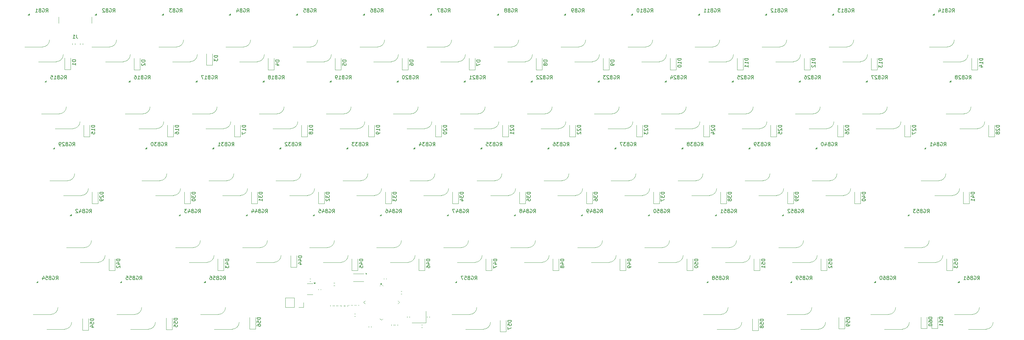
<source format=gbr>
%TF.GenerationSoftware,KiCad,Pcbnew,8.0.3*%
%TF.CreationDate,2024-12-09T14:43:44+08:00*%
%TF.ProjectId,PH60_Rev3,50483630-5f52-4657-9633-2e6b69636164,rev?*%
%TF.SameCoordinates,Original*%
%TF.FileFunction,Legend,Bot*%
%TF.FilePolarity,Positive*%
%FSLAX46Y46*%
G04 Gerber Fmt 4.6, Leading zero omitted, Abs format (unit mm)*
G04 Created by KiCad (PCBNEW 8.0.3) date 2024-12-09 14:43:44*
%MOMM*%
%LPD*%
G01*
G04 APERTURE LIST*
%ADD10C,0.150000*%
%ADD11C,0.120000*%
G04 APERTURE END LIST*
D10*
X172229818Y-63135714D02*
X171229818Y-63135714D01*
X171229818Y-63135714D02*
X171229818Y-63373809D01*
X171229818Y-63373809D02*
X171277437Y-63516666D01*
X171277437Y-63516666D02*
X171372675Y-63611904D01*
X171372675Y-63611904D02*
X171467913Y-63659523D01*
X171467913Y-63659523D02*
X171658389Y-63707142D01*
X171658389Y-63707142D02*
X171801246Y-63707142D01*
X171801246Y-63707142D02*
X171991722Y-63659523D01*
X171991722Y-63659523D02*
X172086960Y-63611904D01*
X172086960Y-63611904D02*
X172182199Y-63516666D01*
X172182199Y-63516666D02*
X172229818Y-63373809D01*
X172229818Y-63373809D02*
X172229818Y-63135714D01*
X171325056Y-64088095D02*
X171277437Y-64135714D01*
X171277437Y-64135714D02*
X171229818Y-64230952D01*
X171229818Y-64230952D02*
X171229818Y-64469047D01*
X171229818Y-64469047D02*
X171277437Y-64564285D01*
X171277437Y-64564285D02*
X171325056Y-64611904D01*
X171325056Y-64611904D02*
X171420294Y-64659523D01*
X171420294Y-64659523D02*
X171515532Y-64659523D01*
X171515532Y-64659523D02*
X171658389Y-64611904D01*
X171658389Y-64611904D02*
X172229818Y-64040476D01*
X172229818Y-64040476D02*
X172229818Y-64659523D01*
X172229818Y-65611904D02*
X172229818Y-65040476D01*
X172229818Y-65326190D02*
X171229818Y-65326190D01*
X171229818Y-65326190D02*
X171372675Y-65230952D01*
X171372675Y-65230952D02*
X171467913Y-65135714D01*
X171467913Y-65135714D02*
X171515532Y-65040476D01*
X144517857Y-49924819D02*
X144851190Y-49448628D01*
X145089285Y-49924819D02*
X145089285Y-48924819D01*
X145089285Y-48924819D02*
X144708333Y-48924819D01*
X144708333Y-48924819D02*
X144613095Y-48972438D01*
X144613095Y-48972438D02*
X144565476Y-49020057D01*
X144565476Y-49020057D02*
X144517857Y-49115295D01*
X144517857Y-49115295D02*
X144517857Y-49258152D01*
X144517857Y-49258152D02*
X144565476Y-49353390D01*
X144565476Y-49353390D02*
X144613095Y-49401009D01*
X144613095Y-49401009D02*
X144708333Y-49448628D01*
X144708333Y-49448628D02*
X145089285Y-49448628D01*
X143565476Y-48972438D02*
X143660714Y-48924819D01*
X143660714Y-48924819D02*
X143803571Y-48924819D01*
X143803571Y-48924819D02*
X143946428Y-48972438D01*
X143946428Y-48972438D02*
X144041666Y-49067676D01*
X144041666Y-49067676D02*
X144089285Y-49162914D01*
X144089285Y-49162914D02*
X144136904Y-49353390D01*
X144136904Y-49353390D02*
X144136904Y-49496247D01*
X144136904Y-49496247D02*
X144089285Y-49686723D01*
X144089285Y-49686723D02*
X144041666Y-49781961D01*
X144041666Y-49781961D02*
X143946428Y-49877200D01*
X143946428Y-49877200D02*
X143803571Y-49924819D01*
X143803571Y-49924819D02*
X143708333Y-49924819D01*
X143708333Y-49924819D02*
X143565476Y-49877200D01*
X143565476Y-49877200D02*
X143517857Y-49829580D01*
X143517857Y-49829580D02*
X143517857Y-49496247D01*
X143517857Y-49496247D02*
X143708333Y-49496247D01*
X142755952Y-49401009D02*
X142613095Y-49448628D01*
X142613095Y-49448628D02*
X142565476Y-49496247D01*
X142565476Y-49496247D02*
X142517857Y-49591485D01*
X142517857Y-49591485D02*
X142517857Y-49734342D01*
X142517857Y-49734342D02*
X142565476Y-49829580D01*
X142565476Y-49829580D02*
X142613095Y-49877200D01*
X142613095Y-49877200D02*
X142708333Y-49924819D01*
X142708333Y-49924819D02*
X143089285Y-49924819D01*
X143089285Y-49924819D02*
X143089285Y-48924819D01*
X143089285Y-48924819D02*
X142755952Y-48924819D01*
X142755952Y-48924819D02*
X142660714Y-48972438D01*
X142660714Y-48972438D02*
X142613095Y-49020057D01*
X142613095Y-49020057D02*
X142565476Y-49115295D01*
X142565476Y-49115295D02*
X142565476Y-49210533D01*
X142565476Y-49210533D02*
X142613095Y-49305771D01*
X142613095Y-49305771D02*
X142660714Y-49353390D01*
X142660714Y-49353390D02*
X142755952Y-49401009D01*
X142755952Y-49401009D02*
X143089285Y-49401009D01*
X142136904Y-49020057D02*
X142089285Y-48972438D01*
X142089285Y-48972438D02*
X141994047Y-48924819D01*
X141994047Y-48924819D02*
X141755952Y-48924819D01*
X141755952Y-48924819D02*
X141660714Y-48972438D01*
X141660714Y-48972438D02*
X141613095Y-49020057D01*
X141613095Y-49020057D02*
X141565476Y-49115295D01*
X141565476Y-49115295D02*
X141565476Y-49210533D01*
X141565476Y-49210533D02*
X141613095Y-49353390D01*
X141613095Y-49353390D02*
X142184523Y-49924819D01*
X142184523Y-49924819D02*
X141565476Y-49924819D01*
X140946428Y-48924819D02*
X140851190Y-48924819D01*
X140851190Y-48924819D02*
X140755952Y-48972438D01*
X140755952Y-48972438D02*
X140708333Y-49020057D01*
X140708333Y-49020057D02*
X140660714Y-49115295D01*
X140660714Y-49115295D02*
X140613095Y-49305771D01*
X140613095Y-49305771D02*
X140613095Y-49543866D01*
X140613095Y-49543866D02*
X140660714Y-49734342D01*
X140660714Y-49734342D02*
X140708333Y-49829580D01*
X140708333Y-49829580D02*
X140755952Y-49877200D01*
X140755952Y-49877200D02*
X140851190Y-49924819D01*
X140851190Y-49924819D02*
X140946428Y-49924819D01*
X140946428Y-49924819D02*
X141041666Y-49877200D01*
X141041666Y-49877200D02*
X141089285Y-49829580D01*
X141089285Y-49829580D02*
X141136904Y-49734342D01*
X141136904Y-49734342D02*
X141184523Y-49543866D01*
X141184523Y-49543866D02*
X141184523Y-49305771D01*
X141184523Y-49305771D02*
X141136904Y-49115295D01*
X141136904Y-49115295D02*
X141089285Y-49020057D01*
X141089285Y-49020057D02*
X141041666Y-48972438D01*
X141041666Y-48972438D02*
X140946428Y-48924819D01*
X148417318Y-101235714D02*
X147417318Y-101235714D01*
X147417318Y-101235714D02*
X147417318Y-101473809D01*
X147417318Y-101473809D02*
X147464937Y-101616666D01*
X147464937Y-101616666D02*
X147560175Y-101711904D01*
X147560175Y-101711904D02*
X147655413Y-101759523D01*
X147655413Y-101759523D02*
X147845889Y-101807142D01*
X147845889Y-101807142D02*
X147988746Y-101807142D01*
X147988746Y-101807142D02*
X148179222Y-101759523D01*
X148179222Y-101759523D02*
X148274460Y-101711904D01*
X148274460Y-101711904D02*
X148369699Y-101616666D01*
X148369699Y-101616666D02*
X148417318Y-101473809D01*
X148417318Y-101473809D02*
X148417318Y-101235714D01*
X147750651Y-102664285D02*
X148417318Y-102664285D01*
X147369699Y-102426190D02*
X148083984Y-102188095D01*
X148083984Y-102188095D02*
X148083984Y-102807142D01*
X147417318Y-103616666D02*
X147417318Y-103426190D01*
X147417318Y-103426190D02*
X147464937Y-103330952D01*
X147464937Y-103330952D02*
X147512556Y-103283333D01*
X147512556Y-103283333D02*
X147655413Y-103188095D01*
X147655413Y-103188095D02*
X147845889Y-103140476D01*
X147845889Y-103140476D02*
X148226841Y-103140476D01*
X148226841Y-103140476D02*
X148322079Y-103188095D01*
X148322079Y-103188095D02*
X148369699Y-103235714D01*
X148369699Y-103235714D02*
X148417318Y-103330952D01*
X148417318Y-103330952D02*
X148417318Y-103521428D01*
X148417318Y-103521428D02*
X148369699Y-103616666D01*
X148369699Y-103616666D02*
X148322079Y-103664285D01*
X148322079Y-103664285D02*
X148226841Y-103711904D01*
X148226841Y-103711904D02*
X147988746Y-103711904D01*
X147988746Y-103711904D02*
X147893508Y-103664285D01*
X147893508Y-103664285D02*
X147845889Y-103616666D01*
X147845889Y-103616666D02*
X147798270Y-103521428D01*
X147798270Y-103521428D02*
X147798270Y-103330952D01*
X147798270Y-103330952D02*
X147845889Y-103235714D01*
X147845889Y-103235714D02*
X147893508Y-103188095D01*
X147893508Y-103188095D02*
X147988746Y-103140476D01*
X76639819Y-118070714D02*
X75639819Y-118070714D01*
X75639819Y-118070714D02*
X75639819Y-118308809D01*
X75639819Y-118308809D02*
X75687438Y-118451666D01*
X75687438Y-118451666D02*
X75782676Y-118546904D01*
X75782676Y-118546904D02*
X75877914Y-118594523D01*
X75877914Y-118594523D02*
X76068390Y-118642142D01*
X76068390Y-118642142D02*
X76211247Y-118642142D01*
X76211247Y-118642142D02*
X76401723Y-118594523D01*
X76401723Y-118594523D02*
X76496961Y-118546904D01*
X76496961Y-118546904D02*
X76592200Y-118451666D01*
X76592200Y-118451666D02*
X76639819Y-118308809D01*
X76639819Y-118308809D02*
X76639819Y-118070714D01*
X75639819Y-119546904D02*
X75639819Y-119070714D01*
X75639819Y-119070714D02*
X76116009Y-119023095D01*
X76116009Y-119023095D02*
X76068390Y-119070714D01*
X76068390Y-119070714D02*
X76020771Y-119165952D01*
X76020771Y-119165952D02*
X76020771Y-119404047D01*
X76020771Y-119404047D02*
X76068390Y-119499285D01*
X76068390Y-119499285D02*
X76116009Y-119546904D01*
X76116009Y-119546904D02*
X76211247Y-119594523D01*
X76211247Y-119594523D02*
X76449342Y-119594523D01*
X76449342Y-119594523D02*
X76544580Y-119546904D01*
X76544580Y-119546904D02*
X76592200Y-119499285D01*
X76592200Y-119499285D02*
X76639819Y-119404047D01*
X76639819Y-119404047D02*
X76639819Y-119165952D01*
X76639819Y-119165952D02*
X76592200Y-119070714D01*
X76592200Y-119070714D02*
X76544580Y-119023095D01*
X75639819Y-120499285D02*
X75639819Y-120023095D01*
X75639819Y-120023095D02*
X76116009Y-119975476D01*
X76116009Y-119975476D02*
X76068390Y-120023095D01*
X76068390Y-120023095D02*
X76020771Y-120118333D01*
X76020771Y-120118333D02*
X76020771Y-120356428D01*
X76020771Y-120356428D02*
X76068390Y-120451666D01*
X76068390Y-120451666D02*
X76116009Y-120499285D01*
X76116009Y-120499285D02*
X76211247Y-120546904D01*
X76211247Y-120546904D02*
X76449342Y-120546904D01*
X76449342Y-120546904D02*
X76544580Y-120499285D01*
X76544580Y-120499285D02*
X76592200Y-120451666D01*
X76592200Y-120451666D02*
X76639819Y-120356428D01*
X76639819Y-120356428D02*
X76639819Y-120118333D01*
X76639819Y-120118333D02*
X76592200Y-120023095D01*
X76592200Y-120023095D02*
X76544580Y-119975476D01*
X232624107Y-107074819D02*
X232957440Y-106598628D01*
X233195535Y-107074819D02*
X233195535Y-106074819D01*
X233195535Y-106074819D02*
X232814583Y-106074819D01*
X232814583Y-106074819D02*
X232719345Y-106122438D01*
X232719345Y-106122438D02*
X232671726Y-106170057D01*
X232671726Y-106170057D02*
X232624107Y-106265295D01*
X232624107Y-106265295D02*
X232624107Y-106408152D01*
X232624107Y-106408152D02*
X232671726Y-106503390D01*
X232671726Y-106503390D02*
X232719345Y-106551009D01*
X232719345Y-106551009D02*
X232814583Y-106598628D01*
X232814583Y-106598628D02*
X233195535Y-106598628D01*
X231671726Y-106122438D02*
X231766964Y-106074819D01*
X231766964Y-106074819D02*
X231909821Y-106074819D01*
X231909821Y-106074819D02*
X232052678Y-106122438D01*
X232052678Y-106122438D02*
X232147916Y-106217676D01*
X232147916Y-106217676D02*
X232195535Y-106312914D01*
X232195535Y-106312914D02*
X232243154Y-106503390D01*
X232243154Y-106503390D02*
X232243154Y-106646247D01*
X232243154Y-106646247D02*
X232195535Y-106836723D01*
X232195535Y-106836723D02*
X232147916Y-106931961D01*
X232147916Y-106931961D02*
X232052678Y-107027200D01*
X232052678Y-107027200D02*
X231909821Y-107074819D01*
X231909821Y-107074819D02*
X231814583Y-107074819D01*
X231814583Y-107074819D02*
X231671726Y-107027200D01*
X231671726Y-107027200D02*
X231624107Y-106979580D01*
X231624107Y-106979580D02*
X231624107Y-106646247D01*
X231624107Y-106646247D02*
X231814583Y-106646247D01*
X230862202Y-106551009D02*
X230719345Y-106598628D01*
X230719345Y-106598628D02*
X230671726Y-106646247D01*
X230671726Y-106646247D02*
X230624107Y-106741485D01*
X230624107Y-106741485D02*
X230624107Y-106884342D01*
X230624107Y-106884342D02*
X230671726Y-106979580D01*
X230671726Y-106979580D02*
X230719345Y-107027200D01*
X230719345Y-107027200D02*
X230814583Y-107074819D01*
X230814583Y-107074819D02*
X231195535Y-107074819D01*
X231195535Y-107074819D02*
X231195535Y-106074819D01*
X231195535Y-106074819D02*
X230862202Y-106074819D01*
X230862202Y-106074819D02*
X230766964Y-106122438D01*
X230766964Y-106122438D02*
X230719345Y-106170057D01*
X230719345Y-106170057D02*
X230671726Y-106265295D01*
X230671726Y-106265295D02*
X230671726Y-106360533D01*
X230671726Y-106360533D02*
X230719345Y-106455771D01*
X230719345Y-106455771D02*
X230766964Y-106503390D01*
X230766964Y-106503390D02*
X230862202Y-106551009D01*
X230862202Y-106551009D02*
X231195535Y-106551009D01*
X229719345Y-106074819D02*
X230195535Y-106074819D01*
X230195535Y-106074819D02*
X230243154Y-106551009D01*
X230243154Y-106551009D02*
X230195535Y-106503390D01*
X230195535Y-106503390D02*
X230100297Y-106455771D01*
X230100297Y-106455771D02*
X229862202Y-106455771D01*
X229862202Y-106455771D02*
X229766964Y-106503390D01*
X229766964Y-106503390D02*
X229719345Y-106551009D01*
X229719345Y-106551009D02*
X229671726Y-106646247D01*
X229671726Y-106646247D02*
X229671726Y-106884342D01*
X229671726Y-106884342D02*
X229719345Y-106979580D01*
X229719345Y-106979580D02*
X229766964Y-107027200D01*
X229766964Y-107027200D02*
X229862202Y-107074819D01*
X229862202Y-107074819D02*
X230100297Y-107074819D01*
X230100297Y-107074819D02*
X230195535Y-107027200D01*
X230195535Y-107027200D02*
X230243154Y-106979580D01*
X229100297Y-106503390D02*
X229195535Y-106455771D01*
X229195535Y-106455771D02*
X229243154Y-106408152D01*
X229243154Y-106408152D02*
X229290773Y-106312914D01*
X229290773Y-106312914D02*
X229290773Y-106265295D01*
X229290773Y-106265295D02*
X229243154Y-106170057D01*
X229243154Y-106170057D02*
X229195535Y-106122438D01*
X229195535Y-106122438D02*
X229100297Y-106074819D01*
X229100297Y-106074819D02*
X228909821Y-106074819D01*
X228909821Y-106074819D02*
X228814583Y-106122438D01*
X228814583Y-106122438D02*
X228766964Y-106170057D01*
X228766964Y-106170057D02*
X228719345Y-106265295D01*
X228719345Y-106265295D02*
X228719345Y-106312914D01*
X228719345Y-106312914D02*
X228766964Y-106408152D01*
X228766964Y-106408152D02*
X228814583Y-106455771D01*
X228814583Y-106455771D02*
X228909821Y-106503390D01*
X228909821Y-106503390D02*
X229100297Y-106503390D01*
X229100297Y-106503390D02*
X229195535Y-106551009D01*
X229195535Y-106551009D02*
X229243154Y-106598628D01*
X229243154Y-106598628D02*
X229290773Y-106693866D01*
X229290773Y-106693866D02*
X229290773Y-106884342D01*
X229290773Y-106884342D02*
X229243154Y-106979580D01*
X229243154Y-106979580D02*
X229195535Y-107027200D01*
X229195535Y-107027200D02*
X229100297Y-107074819D01*
X229100297Y-107074819D02*
X228909821Y-107074819D01*
X228909821Y-107074819D02*
X228814583Y-107027200D01*
X228814583Y-107027200D02*
X228766964Y-106979580D01*
X228766964Y-106979580D02*
X228719345Y-106884342D01*
X228719345Y-106884342D02*
X228719345Y-106693866D01*
X228719345Y-106693866D02*
X228766964Y-106598628D01*
X228766964Y-106598628D02*
X228814583Y-106551009D01*
X228814583Y-106551009D02*
X228909821Y-106503390D01*
X296917857Y-30874819D02*
X297251190Y-30398628D01*
X297489285Y-30874819D02*
X297489285Y-29874819D01*
X297489285Y-29874819D02*
X297108333Y-29874819D01*
X297108333Y-29874819D02*
X297013095Y-29922438D01*
X297013095Y-29922438D02*
X296965476Y-29970057D01*
X296965476Y-29970057D02*
X296917857Y-30065295D01*
X296917857Y-30065295D02*
X296917857Y-30208152D01*
X296917857Y-30208152D02*
X296965476Y-30303390D01*
X296965476Y-30303390D02*
X297013095Y-30351009D01*
X297013095Y-30351009D02*
X297108333Y-30398628D01*
X297108333Y-30398628D02*
X297489285Y-30398628D01*
X295965476Y-29922438D02*
X296060714Y-29874819D01*
X296060714Y-29874819D02*
X296203571Y-29874819D01*
X296203571Y-29874819D02*
X296346428Y-29922438D01*
X296346428Y-29922438D02*
X296441666Y-30017676D01*
X296441666Y-30017676D02*
X296489285Y-30112914D01*
X296489285Y-30112914D02*
X296536904Y-30303390D01*
X296536904Y-30303390D02*
X296536904Y-30446247D01*
X296536904Y-30446247D02*
X296489285Y-30636723D01*
X296489285Y-30636723D02*
X296441666Y-30731961D01*
X296441666Y-30731961D02*
X296346428Y-30827200D01*
X296346428Y-30827200D02*
X296203571Y-30874819D01*
X296203571Y-30874819D02*
X296108333Y-30874819D01*
X296108333Y-30874819D02*
X295965476Y-30827200D01*
X295965476Y-30827200D02*
X295917857Y-30779580D01*
X295917857Y-30779580D02*
X295917857Y-30446247D01*
X295917857Y-30446247D02*
X296108333Y-30446247D01*
X295155952Y-30351009D02*
X295013095Y-30398628D01*
X295013095Y-30398628D02*
X294965476Y-30446247D01*
X294965476Y-30446247D02*
X294917857Y-30541485D01*
X294917857Y-30541485D02*
X294917857Y-30684342D01*
X294917857Y-30684342D02*
X294965476Y-30779580D01*
X294965476Y-30779580D02*
X295013095Y-30827200D01*
X295013095Y-30827200D02*
X295108333Y-30874819D01*
X295108333Y-30874819D02*
X295489285Y-30874819D01*
X295489285Y-30874819D02*
X295489285Y-29874819D01*
X295489285Y-29874819D02*
X295155952Y-29874819D01*
X295155952Y-29874819D02*
X295060714Y-29922438D01*
X295060714Y-29922438D02*
X295013095Y-29970057D01*
X295013095Y-29970057D02*
X294965476Y-30065295D01*
X294965476Y-30065295D02*
X294965476Y-30160533D01*
X294965476Y-30160533D02*
X295013095Y-30255771D01*
X295013095Y-30255771D02*
X295060714Y-30303390D01*
X295060714Y-30303390D02*
X295155952Y-30351009D01*
X295155952Y-30351009D02*
X295489285Y-30351009D01*
X293965476Y-30874819D02*
X294536904Y-30874819D01*
X294251190Y-30874819D02*
X294251190Y-29874819D01*
X294251190Y-29874819D02*
X294346428Y-30017676D01*
X294346428Y-30017676D02*
X294441666Y-30112914D01*
X294441666Y-30112914D02*
X294536904Y-30160533D01*
X293108333Y-30208152D02*
X293108333Y-30874819D01*
X293346428Y-29827200D02*
X293584523Y-30541485D01*
X293584523Y-30541485D02*
X292965476Y-30541485D01*
X65936607Y-107074819D02*
X66269940Y-106598628D01*
X66508035Y-107074819D02*
X66508035Y-106074819D01*
X66508035Y-106074819D02*
X66127083Y-106074819D01*
X66127083Y-106074819D02*
X66031845Y-106122438D01*
X66031845Y-106122438D02*
X65984226Y-106170057D01*
X65984226Y-106170057D02*
X65936607Y-106265295D01*
X65936607Y-106265295D02*
X65936607Y-106408152D01*
X65936607Y-106408152D02*
X65984226Y-106503390D01*
X65984226Y-106503390D02*
X66031845Y-106551009D01*
X66031845Y-106551009D02*
X66127083Y-106598628D01*
X66127083Y-106598628D02*
X66508035Y-106598628D01*
X64984226Y-106122438D02*
X65079464Y-106074819D01*
X65079464Y-106074819D02*
X65222321Y-106074819D01*
X65222321Y-106074819D02*
X65365178Y-106122438D01*
X65365178Y-106122438D02*
X65460416Y-106217676D01*
X65460416Y-106217676D02*
X65508035Y-106312914D01*
X65508035Y-106312914D02*
X65555654Y-106503390D01*
X65555654Y-106503390D02*
X65555654Y-106646247D01*
X65555654Y-106646247D02*
X65508035Y-106836723D01*
X65508035Y-106836723D02*
X65460416Y-106931961D01*
X65460416Y-106931961D02*
X65365178Y-107027200D01*
X65365178Y-107027200D02*
X65222321Y-107074819D01*
X65222321Y-107074819D02*
X65127083Y-107074819D01*
X65127083Y-107074819D02*
X64984226Y-107027200D01*
X64984226Y-107027200D02*
X64936607Y-106979580D01*
X64936607Y-106979580D02*
X64936607Y-106646247D01*
X64936607Y-106646247D02*
X65127083Y-106646247D01*
X64174702Y-106551009D02*
X64031845Y-106598628D01*
X64031845Y-106598628D02*
X63984226Y-106646247D01*
X63984226Y-106646247D02*
X63936607Y-106741485D01*
X63936607Y-106741485D02*
X63936607Y-106884342D01*
X63936607Y-106884342D02*
X63984226Y-106979580D01*
X63984226Y-106979580D02*
X64031845Y-107027200D01*
X64031845Y-107027200D02*
X64127083Y-107074819D01*
X64127083Y-107074819D02*
X64508035Y-107074819D01*
X64508035Y-107074819D02*
X64508035Y-106074819D01*
X64508035Y-106074819D02*
X64174702Y-106074819D01*
X64174702Y-106074819D02*
X64079464Y-106122438D01*
X64079464Y-106122438D02*
X64031845Y-106170057D01*
X64031845Y-106170057D02*
X63984226Y-106265295D01*
X63984226Y-106265295D02*
X63984226Y-106360533D01*
X63984226Y-106360533D02*
X64031845Y-106455771D01*
X64031845Y-106455771D02*
X64079464Y-106503390D01*
X64079464Y-106503390D02*
X64174702Y-106551009D01*
X64174702Y-106551009D02*
X64508035Y-106551009D01*
X63031845Y-106074819D02*
X63508035Y-106074819D01*
X63508035Y-106074819D02*
X63555654Y-106551009D01*
X63555654Y-106551009D02*
X63508035Y-106503390D01*
X63508035Y-106503390D02*
X63412797Y-106455771D01*
X63412797Y-106455771D02*
X63174702Y-106455771D01*
X63174702Y-106455771D02*
X63079464Y-106503390D01*
X63079464Y-106503390D02*
X63031845Y-106551009D01*
X63031845Y-106551009D02*
X62984226Y-106646247D01*
X62984226Y-106646247D02*
X62984226Y-106884342D01*
X62984226Y-106884342D02*
X63031845Y-106979580D01*
X63031845Y-106979580D02*
X63079464Y-107027200D01*
X63079464Y-107027200D02*
X63174702Y-107074819D01*
X63174702Y-107074819D02*
X63412797Y-107074819D01*
X63412797Y-107074819D02*
X63508035Y-107027200D01*
X63508035Y-107027200D02*
X63555654Y-106979580D01*
X62079464Y-106074819D02*
X62555654Y-106074819D01*
X62555654Y-106074819D02*
X62603273Y-106551009D01*
X62603273Y-106551009D02*
X62555654Y-106503390D01*
X62555654Y-106503390D02*
X62460416Y-106455771D01*
X62460416Y-106455771D02*
X62222321Y-106455771D01*
X62222321Y-106455771D02*
X62127083Y-106503390D01*
X62127083Y-106503390D02*
X62079464Y-106551009D01*
X62079464Y-106551009D02*
X62031845Y-106646247D01*
X62031845Y-106646247D02*
X62031845Y-106884342D01*
X62031845Y-106884342D02*
X62079464Y-106979580D01*
X62079464Y-106979580D02*
X62127083Y-107027200D01*
X62127083Y-107027200D02*
X62222321Y-107074819D01*
X62222321Y-107074819D02*
X62460416Y-107074819D01*
X62460416Y-107074819D02*
X62555654Y-107027200D01*
X62555654Y-107027200D02*
X62603273Y-106979580D01*
X51649107Y-88024819D02*
X51982440Y-87548628D01*
X52220535Y-88024819D02*
X52220535Y-87024819D01*
X52220535Y-87024819D02*
X51839583Y-87024819D01*
X51839583Y-87024819D02*
X51744345Y-87072438D01*
X51744345Y-87072438D02*
X51696726Y-87120057D01*
X51696726Y-87120057D02*
X51649107Y-87215295D01*
X51649107Y-87215295D02*
X51649107Y-87358152D01*
X51649107Y-87358152D02*
X51696726Y-87453390D01*
X51696726Y-87453390D02*
X51744345Y-87501009D01*
X51744345Y-87501009D02*
X51839583Y-87548628D01*
X51839583Y-87548628D02*
X52220535Y-87548628D01*
X50696726Y-87072438D02*
X50791964Y-87024819D01*
X50791964Y-87024819D02*
X50934821Y-87024819D01*
X50934821Y-87024819D02*
X51077678Y-87072438D01*
X51077678Y-87072438D02*
X51172916Y-87167676D01*
X51172916Y-87167676D02*
X51220535Y-87262914D01*
X51220535Y-87262914D02*
X51268154Y-87453390D01*
X51268154Y-87453390D02*
X51268154Y-87596247D01*
X51268154Y-87596247D02*
X51220535Y-87786723D01*
X51220535Y-87786723D02*
X51172916Y-87881961D01*
X51172916Y-87881961D02*
X51077678Y-87977200D01*
X51077678Y-87977200D02*
X50934821Y-88024819D01*
X50934821Y-88024819D02*
X50839583Y-88024819D01*
X50839583Y-88024819D02*
X50696726Y-87977200D01*
X50696726Y-87977200D02*
X50649107Y-87929580D01*
X50649107Y-87929580D02*
X50649107Y-87596247D01*
X50649107Y-87596247D02*
X50839583Y-87596247D01*
X49887202Y-87501009D02*
X49744345Y-87548628D01*
X49744345Y-87548628D02*
X49696726Y-87596247D01*
X49696726Y-87596247D02*
X49649107Y-87691485D01*
X49649107Y-87691485D02*
X49649107Y-87834342D01*
X49649107Y-87834342D02*
X49696726Y-87929580D01*
X49696726Y-87929580D02*
X49744345Y-87977200D01*
X49744345Y-87977200D02*
X49839583Y-88024819D01*
X49839583Y-88024819D02*
X50220535Y-88024819D01*
X50220535Y-88024819D02*
X50220535Y-87024819D01*
X50220535Y-87024819D02*
X49887202Y-87024819D01*
X49887202Y-87024819D02*
X49791964Y-87072438D01*
X49791964Y-87072438D02*
X49744345Y-87120057D01*
X49744345Y-87120057D02*
X49696726Y-87215295D01*
X49696726Y-87215295D02*
X49696726Y-87310533D01*
X49696726Y-87310533D02*
X49744345Y-87405771D01*
X49744345Y-87405771D02*
X49791964Y-87453390D01*
X49791964Y-87453390D02*
X49887202Y-87501009D01*
X49887202Y-87501009D02*
X50220535Y-87501009D01*
X48791964Y-87358152D02*
X48791964Y-88024819D01*
X49030059Y-86977200D02*
X49268154Y-87691485D01*
X49268154Y-87691485D02*
X48649107Y-87691485D01*
X48315773Y-87120057D02*
X48268154Y-87072438D01*
X48268154Y-87072438D02*
X48172916Y-87024819D01*
X48172916Y-87024819D02*
X47934821Y-87024819D01*
X47934821Y-87024819D02*
X47839583Y-87072438D01*
X47839583Y-87072438D02*
X47791964Y-87120057D01*
X47791964Y-87120057D02*
X47744345Y-87215295D01*
X47744345Y-87215295D02*
X47744345Y-87310533D01*
X47744345Y-87310533D02*
X47791964Y-87453390D01*
X47791964Y-87453390D02*
X48363392Y-88024819D01*
X48363392Y-88024819D02*
X47744345Y-88024819D01*
X162704818Y-44561905D02*
X161704818Y-44561905D01*
X161704818Y-44561905D02*
X161704818Y-44800000D01*
X161704818Y-44800000D02*
X161752437Y-44942857D01*
X161752437Y-44942857D02*
X161847675Y-45038095D01*
X161847675Y-45038095D02*
X161942913Y-45085714D01*
X161942913Y-45085714D02*
X162133389Y-45133333D01*
X162133389Y-45133333D02*
X162276246Y-45133333D01*
X162276246Y-45133333D02*
X162466722Y-45085714D01*
X162466722Y-45085714D02*
X162561960Y-45038095D01*
X162561960Y-45038095D02*
X162657199Y-44942857D01*
X162657199Y-44942857D02*
X162704818Y-44800000D01*
X162704818Y-44800000D02*
X162704818Y-44561905D01*
X161704818Y-45466667D02*
X161704818Y-46133333D01*
X161704818Y-46133333D02*
X162704818Y-45704762D01*
X53167318Y-63135714D02*
X52167318Y-63135714D01*
X52167318Y-63135714D02*
X52167318Y-63373809D01*
X52167318Y-63373809D02*
X52214937Y-63516666D01*
X52214937Y-63516666D02*
X52310175Y-63611904D01*
X52310175Y-63611904D02*
X52405413Y-63659523D01*
X52405413Y-63659523D02*
X52595889Y-63707142D01*
X52595889Y-63707142D02*
X52738746Y-63707142D01*
X52738746Y-63707142D02*
X52929222Y-63659523D01*
X52929222Y-63659523D02*
X53024460Y-63611904D01*
X53024460Y-63611904D02*
X53119699Y-63516666D01*
X53119699Y-63516666D02*
X53167318Y-63373809D01*
X53167318Y-63373809D02*
X53167318Y-63135714D01*
X53167318Y-64659523D02*
X53167318Y-64088095D01*
X53167318Y-64373809D02*
X52167318Y-64373809D01*
X52167318Y-64373809D02*
X52310175Y-64278571D01*
X52310175Y-64278571D02*
X52405413Y-64183333D01*
X52405413Y-64183333D02*
X52453032Y-64088095D01*
X52167318Y-65564285D02*
X52167318Y-65088095D01*
X52167318Y-65088095D02*
X52643508Y-65040476D01*
X52643508Y-65040476D02*
X52595889Y-65088095D01*
X52595889Y-65088095D02*
X52548270Y-65183333D01*
X52548270Y-65183333D02*
X52548270Y-65421428D01*
X52548270Y-65421428D02*
X52595889Y-65516666D01*
X52595889Y-65516666D02*
X52643508Y-65564285D01*
X52643508Y-65564285D02*
X52738746Y-65611904D01*
X52738746Y-65611904D02*
X52976841Y-65611904D01*
X52976841Y-65611904D02*
X53072079Y-65564285D01*
X53072079Y-65564285D02*
X53119699Y-65516666D01*
X53119699Y-65516666D02*
X53167318Y-65421428D01*
X53167318Y-65421428D02*
X53167318Y-65183333D01*
X53167318Y-65183333D02*
X53119699Y-65088095D01*
X53119699Y-65088095D02*
X53072079Y-65040476D01*
X161186607Y-107074819D02*
X161519940Y-106598628D01*
X161758035Y-107074819D02*
X161758035Y-106074819D01*
X161758035Y-106074819D02*
X161377083Y-106074819D01*
X161377083Y-106074819D02*
X161281845Y-106122438D01*
X161281845Y-106122438D02*
X161234226Y-106170057D01*
X161234226Y-106170057D02*
X161186607Y-106265295D01*
X161186607Y-106265295D02*
X161186607Y-106408152D01*
X161186607Y-106408152D02*
X161234226Y-106503390D01*
X161234226Y-106503390D02*
X161281845Y-106551009D01*
X161281845Y-106551009D02*
X161377083Y-106598628D01*
X161377083Y-106598628D02*
X161758035Y-106598628D01*
X160234226Y-106122438D02*
X160329464Y-106074819D01*
X160329464Y-106074819D02*
X160472321Y-106074819D01*
X160472321Y-106074819D02*
X160615178Y-106122438D01*
X160615178Y-106122438D02*
X160710416Y-106217676D01*
X160710416Y-106217676D02*
X160758035Y-106312914D01*
X160758035Y-106312914D02*
X160805654Y-106503390D01*
X160805654Y-106503390D02*
X160805654Y-106646247D01*
X160805654Y-106646247D02*
X160758035Y-106836723D01*
X160758035Y-106836723D02*
X160710416Y-106931961D01*
X160710416Y-106931961D02*
X160615178Y-107027200D01*
X160615178Y-107027200D02*
X160472321Y-107074819D01*
X160472321Y-107074819D02*
X160377083Y-107074819D01*
X160377083Y-107074819D02*
X160234226Y-107027200D01*
X160234226Y-107027200D02*
X160186607Y-106979580D01*
X160186607Y-106979580D02*
X160186607Y-106646247D01*
X160186607Y-106646247D02*
X160377083Y-106646247D01*
X159424702Y-106551009D02*
X159281845Y-106598628D01*
X159281845Y-106598628D02*
X159234226Y-106646247D01*
X159234226Y-106646247D02*
X159186607Y-106741485D01*
X159186607Y-106741485D02*
X159186607Y-106884342D01*
X159186607Y-106884342D02*
X159234226Y-106979580D01*
X159234226Y-106979580D02*
X159281845Y-107027200D01*
X159281845Y-107027200D02*
X159377083Y-107074819D01*
X159377083Y-107074819D02*
X159758035Y-107074819D01*
X159758035Y-107074819D02*
X159758035Y-106074819D01*
X159758035Y-106074819D02*
X159424702Y-106074819D01*
X159424702Y-106074819D02*
X159329464Y-106122438D01*
X159329464Y-106122438D02*
X159281845Y-106170057D01*
X159281845Y-106170057D02*
X159234226Y-106265295D01*
X159234226Y-106265295D02*
X159234226Y-106360533D01*
X159234226Y-106360533D02*
X159281845Y-106455771D01*
X159281845Y-106455771D02*
X159329464Y-106503390D01*
X159329464Y-106503390D02*
X159424702Y-106551009D01*
X159424702Y-106551009D02*
X159758035Y-106551009D01*
X158281845Y-106074819D02*
X158758035Y-106074819D01*
X158758035Y-106074819D02*
X158805654Y-106551009D01*
X158805654Y-106551009D02*
X158758035Y-106503390D01*
X158758035Y-106503390D02*
X158662797Y-106455771D01*
X158662797Y-106455771D02*
X158424702Y-106455771D01*
X158424702Y-106455771D02*
X158329464Y-106503390D01*
X158329464Y-106503390D02*
X158281845Y-106551009D01*
X158281845Y-106551009D02*
X158234226Y-106646247D01*
X158234226Y-106646247D02*
X158234226Y-106884342D01*
X158234226Y-106884342D02*
X158281845Y-106979580D01*
X158281845Y-106979580D02*
X158329464Y-107027200D01*
X158329464Y-107027200D02*
X158424702Y-107074819D01*
X158424702Y-107074819D02*
X158662797Y-107074819D01*
X158662797Y-107074819D02*
X158758035Y-107027200D01*
X158758035Y-107027200D02*
X158805654Y-106979580D01*
X157900892Y-106074819D02*
X157234226Y-106074819D01*
X157234226Y-106074819D02*
X157662797Y-107074819D01*
X225480357Y-68974819D02*
X225813690Y-68498628D01*
X226051785Y-68974819D02*
X226051785Y-67974819D01*
X226051785Y-67974819D02*
X225670833Y-67974819D01*
X225670833Y-67974819D02*
X225575595Y-68022438D01*
X225575595Y-68022438D02*
X225527976Y-68070057D01*
X225527976Y-68070057D02*
X225480357Y-68165295D01*
X225480357Y-68165295D02*
X225480357Y-68308152D01*
X225480357Y-68308152D02*
X225527976Y-68403390D01*
X225527976Y-68403390D02*
X225575595Y-68451009D01*
X225575595Y-68451009D02*
X225670833Y-68498628D01*
X225670833Y-68498628D02*
X226051785Y-68498628D01*
X224527976Y-68022438D02*
X224623214Y-67974819D01*
X224623214Y-67974819D02*
X224766071Y-67974819D01*
X224766071Y-67974819D02*
X224908928Y-68022438D01*
X224908928Y-68022438D02*
X225004166Y-68117676D01*
X225004166Y-68117676D02*
X225051785Y-68212914D01*
X225051785Y-68212914D02*
X225099404Y-68403390D01*
X225099404Y-68403390D02*
X225099404Y-68546247D01*
X225099404Y-68546247D02*
X225051785Y-68736723D01*
X225051785Y-68736723D02*
X225004166Y-68831961D01*
X225004166Y-68831961D02*
X224908928Y-68927200D01*
X224908928Y-68927200D02*
X224766071Y-68974819D01*
X224766071Y-68974819D02*
X224670833Y-68974819D01*
X224670833Y-68974819D02*
X224527976Y-68927200D01*
X224527976Y-68927200D02*
X224480357Y-68879580D01*
X224480357Y-68879580D02*
X224480357Y-68546247D01*
X224480357Y-68546247D02*
X224670833Y-68546247D01*
X223718452Y-68451009D02*
X223575595Y-68498628D01*
X223575595Y-68498628D02*
X223527976Y-68546247D01*
X223527976Y-68546247D02*
X223480357Y-68641485D01*
X223480357Y-68641485D02*
X223480357Y-68784342D01*
X223480357Y-68784342D02*
X223527976Y-68879580D01*
X223527976Y-68879580D02*
X223575595Y-68927200D01*
X223575595Y-68927200D02*
X223670833Y-68974819D01*
X223670833Y-68974819D02*
X224051785Y-68974819D01*
X224051785Y-68974819D02*
X224051785Y-67974819D01*
X224051785Y-67974819D02*
X223718452Y-67974819D01*
X223718452Y-67974819D02*
X223623214Y-68022438D01*
X223623214Y-68022438D02*
X223575595Y-68070057D01*
X223575595Y-68070057D02*
X223527976Y-68165295D01*
X223527976Y-68165295D02*
X223527976Y-68260533D01*
X223527976Y-68260533D02*
X223575595Y-68355771D01*
X223575595Y-68355771D02*
X223623214Y-68403390D01*
X223623214Y-68403390D02*
X223718452Y-68451009D01*
X223718452Y-68451009D02*
X224051785Y-68451009D01*
X223147023Y-67974819D02*
X222527976Y-67974819D01*
X222527976Y-67974819D02*
X222861309Y-68355771D01*
X222861309Y-68355771D02*
X222718452Y-68355771D01*
X222718452Y-68355771D02*
X222623214Y-68403390D01*
X222623214Y-68403390D02*
X222575595Y-68451009D01*
X222575595Y-68451009D02*
X222527976Y-68546247D01*
X222527976Y-68546247D02*
X222527976Y-68784342D01*
X222527976Y-68784342D02*
X222575595Y-68879580D01*
X222575595Y-68879580D02*
X222623214Y-68927200D01*
X222623214Y-68927200D02*
X222718452Y-68974819D01*
X222718452Y-68974819D02*
X223004166Y-68974819D01*
X223004166Y-68974819D02*
X223099404Y-68927200D01*
X223099404Y-68927200D02*
X223147023Y-68879580D01*
X221956547Y-68403390D02*
X222051785Y-68355771D01*
X222051785Y-68355771D02*
X222099404Y-68308152D01*
X222099404Y-68308152D02*
X222147023Y-68212914D01*
X222147023Y-68212914D02*
X222147023Y-68165295D01*
X222147023Y-68165295D02*
X222099404Y-68070057D01*
X222099404Y-68070057D02*
X222051785Y-68022438D01*
X222051785Y-68022438D02*
X221956547Y-67974819D01*
X221956547Y-67974819D02*
X221766071Y-67974819D01*
X221766071Y-67974819D02*
X221670833Y-68022438D01*
X221670833Y-68022438D02*
X221623214Y-68070057D01*
X221623214Y-68070057D02*
X221575595Y-68165295D01*
X221575595Y-68165295D02*
X221575595Y-68212914D01*
X221575595Y-68212914D02*
X221623214Y-68308152D01*
X221623214Y-68308152D02*
X221670833Y-68355771D01*
X221670833Y-68355771D02*
X221766071Y-68403390D01*
X221766071Y-68403390D02*
X221956547Y-68403390D01*
X221956547Y-68403390D02*
X222051785Y-68451009D01*
X222051785Y-68451009D02*
X222099404Y-68498628D01*
X222099404Y-68498628D02*
X222147023Y-68593866D01*
X222147023Y-68593866D02*
X222147023Y-68784342D01*
X222147023Y-68784342D02*
X222099404Y-68879580D01*
X222099404Y-68879580D02*
X222051785Y-68927200D01*
X222051785Y-68927200D02*
X221956547Y-68974819D01*
X221956547Y-68974819D02*
X221766071Y-68974819D01*
X221766071Y-68974819D02*
X221670833Y-68927200D01*
X221670833Y-68927200D02*
X221623214Y-68879580D01*
X221623214Y-68879580D02*
X221575595Y-68784342D01*
X221575595Y-68784342D02*
X221575595Y-68593866D01*
X221575595Y-68593866D02*
X221623214Y-68498628D01*
X221623214Y-68498628D02*
X221670833Y-68451009D01*
X221670833Y-68451009D02*
X221766071Y-68403390D01*
X206430357Y-68974819D02*
X206763690Y-68498628D01*
X207001785Y-68974819D02*
X207001785Y-67974819D01*
X207001785Y-67974819D02*
X206620833Y-67974819D01*
X206620833Y-67974819D02*
X206525595Y-68022438D01*
X206525595Y-68022438D02*
X206477976Y-68070057D01*
X206477976Y-68070057D02*
X206430357Y-68165295D01*
X206430357Y-68165295D02*
X206430357Y-68308152D01*
X206430357Y-68308152D02*
X206477976Y-68403390D01*
X206477976Y-68403390D02*
X206525595Y-68451009D01*
X206525595Y-68451009D02*
X206620833Y-68498628D01*
X206620833Y-68498628D02*
X207001785Y-68498628D01*
X205477976Y-68022438D02*
X205573214Y-67974819D01*
X205573214Y-67974819D02*
X205716071Y-67974819D01*
X205716071Y-67974819D02*
X205858928Y-68022438D01*
X205858928Y-68022438D02*
X205954166Y-68117676D01*
X205954166Y-68117676D02*
X206001785Y-68212914D01*
X206001785Y-68212914D02*
X206049404Y-68403390D01*
X206049404Y-68403390D02*
X206049404Y-68546247D01*
X206049404Y-68546247D02*
X206001785Y-68736723D01*
X206001785Y-68736723D02*
X205954166Y-68831961D01*
X205954166Y-68831961D02*
X205858928Y-68927200D01*
X205858928Y-68927200D02*
X205716071Y-68974819D01*
X205716071Y-68974819D02*
X205620833Y-68974819D01*
X205620833Y-68974819D02*
X205477976Y-68927200D01*
X205477976Y-68927200D02*
X205430357Y-68879580D01*
X205430357Y-68879580D02*
X205430357Y-68546247D01*
X205430357Y-68546247D02*
X205620833Y-68546247D01*
X204668452Y-68451009D02*
X204525595Y-68498628D01*
X204525595Y-68498628D02*
X204477976Y-68546247D01*
X204477976Y-68546247D02*
X204430357Y-68641485D01*
X204430357Y-68641485D02*
X204430357Y-68784342D01*
X204430357Y-68784342D02*
X204477976Y-68879580D01*
X204477976Y-68879580D02*
X204525595Y-68927200D01*
X204525595Y-68927200D02*
X204620833Y-68974819D01*
X204620833Y-68974819D02*
X205001785Y-68974819D01*
X205001785Y-68974819D02*
X205001785Y-67974819D01*
X205001785Y-67974819D02*
X204668452Y-67974819D01*
X204668452Y-67974819D02*
X204573214Y-68022438D01*
X204573214Y-68022438D02*
X204525595Y-68070057D01*
X204525595Y-68070057D02*
X204477976Y-68165295D01*
X204477976Y-68165295D02*
X204477976Y-68260533D01*
X204477976Y-68260533D02*
X204525595Y-68355771D01*
X204525595Y-68355771D02*
X204573214Y-68403390D01*
X204573214Y-68403390D02*
X204668452Y-68451009D01*
X204668452Y-68451009D02*
X205001785Y-68451009D01*
X204097023Y-67974819D02*
X203477976Y-67974819D01*
X203477976Y-67974819D02*
X203811309Y-68355771D01*
X203811309Y-68355771D02*
X203668452Y-68355771D01*
X203668452Y-68355771D02*
X203573214Y-68403390D01*
X203573214Y-68403390D02*
X203525595Y-68451009D01*
X203525595Y-68451009D02*
X203477976Y-68546247D01*
X203477976Y-68546247D02*
X203477976Y-68784342D01*
X203477976Y-68784342D02*
X203525595Y-68879580D01*
X203525595Y-68879580D02*
X203573214Y-68927200D01*
X203573214Y-68927200D02*
X203668452Y-68974819D01*
X203668452Y-68974819D02*
X203954166Y-68974819D01*
X203954166Y-68974819D02*
X204049404Y-68927200D01*
X204049404Y-68927200D02*
X204097023Y-68879580D01*
X203144642Y-67974819D02*
X202477976Y-67974819D01*
X202477976Y-67974819D02*
X202906547Y-68974819D01*
X191279818Y-63135714D02*
X190279818Y-63135714D01*
X190279818Y-63135714D02*
X190279818Y-63373809D01*
X190279818Y-63373809D02*
X190327437Y-63516666D01*
X190327437Y-63516666D02*
X190422675Y-63611904D01*
X190422675Y-63611904D02*
X190517913Y-63659523D01*
X190517913Y-63659523D02*
X190708389Y-63707142D01*
X190708389Y-63707142D02*
X190851246Y-63707142D01*
X190851246Y-63707142D02*
X191041722Y-63659523D01*
X191041722Y-63659523D02*
X191136960Y-63611904D01*
X191136960Y-63611904D02*
X191232199Y-63516666D01*
X191232199Y-63516666D02*
X191279818Y-63373809D01*
X191279818Y-63373809D02*
X191279818Y-63135714D01*
X190375056Y-64088095D02*
X190327437Y-64135714D01*
X190327437Y-64135714D02*
X190279818Y-64230952D01*
X190279818Y-64230952D02*
X190279818Y-64469047D01*
X190279818Y-64469047D02*
X190327437Y-64564285D01*
X190327437Y-64564285D02*
X190375056Y-64611904D01*
X190375056Y-64611904D02*
X190470294Y-64659523D01*
X190470294Y-64659523D02*
X190565532Y-64659523D01*
X190565532Y-64659523D02*
X190708389Y-64611904D01*
X190708389Y-64611904D02*
X191279818Y-64040476D01*
X191279818Y-64040476D02*
X191279818Y-64659523D01*
X190375056Y-65040476D02*
X190327437Y-65088095D01*
X190327437Y-65088095D02*
X190279818Y-65183333D01*
X190279818Y-65183333D02*
X190279818Y-65421428D01*
X190279818Y-65421428D02*
X190327437Y-65516666D01*
X190327437Y-65516666D02*
X190375056Y-65564285D01*
X190375056Y-65564285D02*
X190470294Y-65611904D01*
X190470294Y-65611904D02*
X190565532Y-65611904D01*
X190565532Y-65611904D02*
X190708389Y-65564285D01*
X190708389Y-65564285D02*
X191279818Y-64992857D01*
X191279818Y-64992857D02*
X191279818Y-65611904D01*
X112009819Y-100320714D02*
X111009819Y-100320714D01*
X111009819Y-100320714D02*
X111009819Y-100558809D01*
X111009819Y-100558809D02*
X111057438Y-100701666D01*
X111057438Y-100701666D02*
X111152676Y-100796904D01*
X111152676Y-100796904D02*
X111247914Y-100844523D01*
X111247914Y-100844523D02*
X111438390Y-100892142D01*
X111438390Y-100892142D02*
X111581247Y-100892142D01*
X111581247Y-100892142D02*
X111771723Y-100844523D01*
X111771723Y-100844523D02*
X111866961Y-100796904D01*
X111866961Y-100796904D02*
X111962200Y-100701666D01*
X111962200Y-100701666D02*
X112009819Y-100558809D01*
X112009819Y-100558809D02*
X112009819Y-100320714D01*
X111343152Y-101749285D02*
X112009819Y-101749285D01*
X110962200Y-101511190D02*
X111676485Y-101273095D01*
X111676485Y-101273095D02*
X111676485Y-101892142D01*
X111343152Y-102701666D02*
X112009819Y-102701666D01*
X110962200Y-102463571D02*
X111676485Y-102225476D01*
X111676485Y-102225476D02*
X111676485Y-102844523D01*
X254055357Y-88024819D02*
X254388690Y-87548628D01*
X254626785Y-88024819D02*
X254626785Y-87024819D01*
X254626785Y-87024819D02*
X254245833Y-87024819D01*
X254245833Y-87024819D02*
X254150595Y-87072438D01*
X254150595Y-87072438D02*
X254102976Y-87120057D01*
X254102976Y-87120057D02*
X254055357Y-87215295D01*
X254055357Y-87215295D02*
X254055357Y-87358152D01*
X254055357Y-87358152D02*
X254102976Y-87453390D01*
X254102976Y-87453390D02*
X254150595Y-87501009D01*
X254150595Y-87501009D02*
X254245833Y-87548628D01*
X254245833Y-87548628D02*
X254626785Y-87548628D01*
X253102976Y-87072438D02*
X253198214Y-87024819D01*
X253198214Y-87024819D02*
X253341071Y-87024819D01*
X253341071Y-87024819D02*
X253483928Y-87072438D01*
X253483928Y-87072438D02*
X253579166Y-87167676D01*
X253579166Y-87167676D02*
X253626785Y-87262914D01*
X253626785Y-87262914D02*
X253674404Y-87453390D01*
X253674404Y-87453390D02*
X253674404Y-87596247D01*
X253674404Y-87596247D02*
X253626785Y-87786723D01*
X253626785Y-87786723D02*
X253579166Y-87881961D01*
X253579166Y-87881961D02*
X253483928Y-87977200D01*
X253483928Y-87977200D02*
X253341071Y-88024819D01*
X253341071Y-88024819D02*
X253245833Y-88024819D01*
X253245833Y-88024819D02*
X253102976Y-87977200D01*
X253102976Y-87977200D02*
X253055357Y-87929580D01*
X253055357Y-87929580D02*
X253055357Y-87596247D01*
X253055357Y-87596247D02*
X253245833Y-87596247D01*
X252293452Y-87501009D02*
X252150595Y-87548628D01*
X252150595Y-87548628D02*
X252102976Y-87596247D01*
X252102976Y-87596247D02*
X252055357Y-87691485D01*
X252055357Y-87691485D02*
X252055357Y-87834342D01*
X252055357Y-87834342D02*
X252102976Y-87929580D01*
X252102976Y-87929580D02*
X252150595Y-87977200D01*
X252150595Y-87977200D02*
X252245833Y-88024819D01*
X252245833Y-88024819D02*
X252626785Y-88024819D01*
X252626785Y-88024819D02*
X252626785Y-87024819D01*
X252626785Y-87024819D02*
X252293452Y-87024819D01*
X252293452Y-87024819D02*
X252198214Y-87072438D01*
X252198214Y-87072438D02*
X252150595Y-87120057D01*
X252150595Y-87120057D02*
X252102976Y-87215295D01*
X252102976Y-87215295D02*
X252102976Y-87310533D01*
X252102976Y-87310533D02*
X252150595Y-87405771D01*
X252150595Y-87405771D02*
X252198214Y-87453390D01*
X252198214Y-87453390D02*
X252293452Y-87501009D01*
X252293452Y-87501009D02*
X252626785Y-87501009D01*
X251150595Y-87024819D02*
X251626785Y-87024819D01*
X251626785Y-87024819D02*
X251674404Y-87501009D01*
X251674404Y-87501009D02*
X251626785Y-87453390D01*
X251626785Y-87453390D02*
X251531547Y-87405771D01*
X251531547Y-87405771D02*
X251293452Y-87405771D01*
X251293452Y-87405771D02*
X251198214Y-87453390D01*
X251198214Y-87453390D02*
X251150595Y-87501009D01*
X251150595Y-87501009D02*
X251102976Y-87596247D01*
X251102976Y-87596247D02*
X251102976Y-87834342D01*
X251102976Y-87834342D02*
X251150595Y-87929580D01*
X251150595Y-87929580D02*
X251198214Y-87977200D01*
X251198214Y-87977200D02*
X251293452Y-88024819D01*
X251293452Y-88024819D02*
X251531547Y-88024819D01*
X251531547Y-88024819D02*
X251626785Y-87977200D01*
X251626785Y-87977200D02*
X251674404Y-87929580D01*
X250722023Y-87120057D02*
X250674404Y-87072438D01*
X250674404Y-87072438D02*
X250579166Y-87024819D01*
X250579166Y-87024819D02*
X250341071Y-87024819D01*
X250341071Y-87024819D02*
X250245833Y-87072438D01*
X250245833Y-87072438D02*
X250198214Y-87120057D01*
X250198214Y-87120057D02*
X250150595Y-87215295D01*
X250150595Y-87215295D02*
X250150595Y-87310533D01*
X250150595Y-87310533D02*
X250198214Y-87453390D01*
X250198214Y-87453390D02*
X250769642Y-88024819D01*
X250769642Y-88024819D02*
X250150595Y-88024819D01*
X243249819Y-118340714D02*
X242249819Y-118340714D01*
X242249819Y-118340714D02*
X242249819Y-118578809D01*
X242249819Y-118578809D02*
X242297438Y-118721666D01*
X242297438Y-118721666D02*
X242392676Y-118816904D01*
X242392676Y-118816904D02*
X242487914Y-118864523D01*
X242487914Y-118864523D02*
X242678390Y-118912142D01*
X242678390Y-118912142D02*
X242821247Y-118912142D01*
X242821247Y-118912142D02*
X243011723Y-118864523D01*
X243011723Y-118864523D02*
X243106961Y-118816904D01*
X243106961Y-118816904D02*
X243202200Y-118721666D01*
X243202200Y-118721666D02*
X243249819Y-118578809D01*
X243249819Y-118578809D02*
X243249819Y-118340714D01*
X242249819Y-119816904D02*
X242249819Y-119340714D01*
X242249819Y-119340714D02*
X242726009Y-119293095D01*
X242726009Y-119293095D02*
X242678390Y-119340714D01*
X242678390Y-119340714D02*
X242630771Y-119435952D01*
X242630771Y-119435952D02*
X242630771Y-119674047D01*
X242630771Y-119674047D02*
X242678390Y-119769285D01*
X242678390Y-119769285D02*
X242726009Y-119816904D01*
X242726009Y-119816904D02*
X242821247Y-119864523D01*
X242821247Y-119864523D02*
X243059342Y-119864523D01*
X243059342Y-119864523D02*
X243154580Y-119816904D01*
X243154580Y-119816904D02*
X243202200Y-119769285D01*
X243202200Y-119769285D02*
X243249819Y-119674047D01*
X243249819Y-119674047D02*
X243249819Y-119435952D01*
X243249819Y-119435952D02*
X243202200Y-119340714D01*
X243202200Y-119340714D02*
X243154580Y-119293095D01*
X242678390Y-120435952D02*
X242630771Y-120340714D01*
X242630771Y-120340714D02*
X242583152Y-120293095D01*
X242583152Y-120293095D02*
X242487914Y-120245476D01*
X242487914Y-120245476D02*
X242440295Y-120245476D01*
X242440295Y-120245476D02*
X242345057Y-120293095D01*
X242345057Y-120293095D02*
X242297438Y-120340714D01*
X242297438Y-120340714D02*
X242249819Y-120435952D01*
X242249819Y-120435952D02*
X242249819Y-120626428D01*
X242249819Y-120626428D02*
X242297438Y-120721666D01*
X242297438Y-120721666D02*
X242345057Y-120769285D01*
X242345057Y-120769285D02*
X242440295Y-120816904D01*
X242440295Y-120816904D02*
X242487914Y-120816904D01*
X242487914Y-120816904D02*
X242583152Y-120769285D01*
X242583152Y-120769285D02*
X242630771Y-120721666D01*
X242630771Y-120721666D02*
X242678390Y-120626428D01*
X242678390Y-120626428D02*
X242678390Y-120435952D01*
X242678390Y-120435952D02*
X242726009Y-120340714D01*
X242726009Y-120340714D02*
X242773628Y-120293095D01*
X242773628Y-120293095D02*
X242868866Y-120245476D01*
X242868866Y-120245476D02*
X243059342Y-120245476D01*
X243059342Y-120245476D02*
X243154580Y-120293095D01*
X243154580Y-120293095D02*
X243202200Y-120340714D01*
X243202200Y-120340714D02*
X243249819Y-120435952D01*
X243249819Y-120435952D02*
X243249819Y-120626428D01*
X243249819Y-120626428D02*
X243202200Y-120721666D01*
X243202200Y-120721666D02*
X243154580Y-120769285D01*
X243154580Y-120769285D02*
X243059342Y-120816904D01*
X243059342Y-120816904D02*
X242868866Y-120816904D01*
X242868866Y-120816904D02*
X242773628Y-120769285D01*
X242773628Y-120769285D02*
X242726009Y-120721666D01*
X242726009Y-120721666D02*
X242678390Y-120626428D01*
X153179818Y-63135714D02*
X152179818Y-63135714D01*
X152179818Y-63135714D02*
X152179818Y-63373809D01*
X152179818Y-63373809D02*
X152227437Y-63516666D01*
X152227437Y-63516666D02*
X152322675Y-63611904D01*
X152322675Y-63611904D02*
X152417913Y-63659523D01*
X152417913Y-63659523D02*
X152608389Y-63707142D01*
X152608389Y-63707142D02*
X152751246Y-63707142D01*
X152751246Y-63707142D02*
X152941722Y-63659523D01*
X152941722Y-63659523D02*
X153036960Y-63611904D01*
X153036960Y-63611904D02*
X153132199Y-63516666D01*
X153132199Y-63516666D02*
X153179818Y-63373809D01*
X153179818Y-63373809D02*
X153179818Y-63135714D01*
X152275056Y-64088095D02*
X152227437Y-64135714D01*
X152227437Y-64135714D02*
X152179818Y-64230952D01*
X152179818Y-64230952D02*
X152179818Y-64469047D01*
X152179818Y-64469047D02*
X152227437Y-64564285D01*
X152227437Y-64564285D02*
X152275056Y-64611904D01*
X152275056Y-64611904D02*
X152370294Y-64659523D01*
X152370294Y-64659523D02*
X152465532Y-64659523D01*
X152465532Y-64659523D02*
X152608389Y-64611904D01*
X152608389Y-64611904D02*
X153179818Y-64040476D01*
X153179818Y-64040476D02*
X153179818Y-64659523D01*
X152179818Y-65278571D02*
X152179818Y-65373809D01*
X152179818Y-65373809D02*
X152227437Y-65469047D01*
X152227437Y-65469047D02*
X152275056Y-65516666D01*
X152275056Y-65516666D02*
X152370294Y-65564285D01*
X152370294Y-65564285D02*
X152560770Y-65611904D01*
X152560770Y-65611904D02*
X152798865Y-65611904D01*
X152798865Y-65611904D02*
X152989341Y-65564285D01*
X152989341Y-65564285D02*
X153084579Y-65516666D01*
X153084579Y-65516666D02*
X153132199Y-65469047D01*
X153132199Y-65469047D02*
X153179818Y-65373809D01*
X153179818Y-65373809D02*
X153179818Y-65278571D01*
X153179818Y-65278571D02*
X153132199Y-65183333D01*
X153132199Y-65183333D02*
X153084579Y-65135714D01*
X153084579Y-65135714D02*
X152989341Y-65088095D01*
X152989341Y-65088095D02*
X152798865Y-65040476D01*
X152798865Y-65040476D02*
X152560770Y-65040476D01*
X152560770Y-65040476D02*
X152370294Y-65088095D01*
X152370294Y-65088095D02*
X152275056Y-65135714D01*
X152275056Y-65135714D02*
X152227437Y-65183333D01*
X152227437Y-65183333D02*
X152179818Y-65278571D01*
X77366666Y-30874819D02*
X77699999Y-30398628D01*
X77938094Y-30874819D02*
X77938094Y-29874819D01*
X77938094Y-29874819D02*
X77557142Y-29874819D01*
X77557142Y-29874819D02*
X77461904Y-29922438D01*
X77461904Y-29922438D02*
X77414285Y-29970057D01*
X77414285Y-29970057D02*
X77366666Y-30065295D01*
X77366666Y-30065295D02*
X77366666Y-30208152D01*
X77366666Y-30208152D02*
X77414285Y-30303390D01*
X77414285Y-30303390D02*
X77461904Y-30351009D01*
X77461904Y-30351009D02*
X77557142Y-30398628D01*
X77557142Y-30398628D02*
X77938094Y-30398628D01*
X76414285Y-29922438D02*
X76509523Y-29874819D01*
X76509523Y-29874819D02*
X76652380Y-29874819D01*
X76652380Y-29874819D02*
X76795237Y-29922438D01*
X76795237Y-29922438D02*
X76890475Y-30017676D01*
X76890475Y-30017676D02*
X76938094Y-30112914D01*
X76938094Y-30112914D02*
X76985713Y-30303390D01*
X76985713Y-30303390D02*
X76985713Y-30446247D01*
X76985713Y-30446247D02*
X76938094Y-30636723D01*
X76938094Y-30636723D02*
X76890475Y-30731961D01*
X76890475Y-30731961D02*
X76795237Y-30827200D01*
X76795237Y-30827200D02*
X76652380Y-30874819D01*
X76652380Y-30874819D02*
X76557142Y-30874819D01*
X76557142Y-30874819D02*
X76414285Y-30827200D01*
X76414285Y-30827200D02*
X76366666Y-30779580D01*
X76366666Y-30779580D02*
X76366666Y-30446247D01*
X76366666Y-30446247D02*
X76557142Y-30446247D01*
X75604761Y-30351009D02*
X75461904Y-30398628D01*
X75461904Y-30398628D02*
X75414285Y-30446247D01*
X75414285Y-30446247D02*
X75366666Y-30541485D01*
X75366666Y-30541485D02*
X75366666Y-30684342D01*
X75366666Y-30684342D02*
X75414285Y-30779580D01*
X75414285Y-30779580D02*
X75461904Y-30827200D01*
X75461904Y-30827200D02*
X75557142Y-30874819D01*
X75557142Y-30874819D02*
X75938094Y-30874819D01*
X75938094Y-30874819D02*
X75938094Y-29874819D01*
X75938094Y-29874819D02*
X75604761Y-29874819D01*
X75604761Y-29874819D02*
X75509523Y-29922438D01*
X75509523Y-29922438D02*
X75461904Y-29970057D01*
X75461904Y-29970057D02*
X75414285Y-30065295D01*
X75414285Y-30065295D02*
X75414285Y-30160533D01*
X75414285Y-30160533D02*
X75461904Y-30255771D01*
X75461904Y-30255771D02*
X75509523Y-30303390D01*
X75509523Y-30303390D02*
X75604761Y-30351009D01*
X75604761Y-30351009D02*
X75938094Y-30351009D01*
X75033332Y-29874819D02*
X74414285Y-29874819D01*
X74414285Y-29874819D02*
X74747618Y-30255771D01*
X74747618Y-30255771D02*
X74604761Y-30255771D01*
X74604761Y-30255771D02*
X74509523Y-30303390D01*
X74509523Y-30303390D02*
X74461904Y-30351009D01*
X74461904Y-30351009D02*
X74414285Y-30446247D01*
X74414285Y-30446247D02*
X74414285Y-30684342D01*
X74414285Y-30684342D02*
X74461904Y-30779580D01*
X74461904Y-30779580D02*
X74509523Y-30827200D01*
X74509523Y-30827200D02*
X74604761Y-30874819D01*
X74604761Y-30874819D02*
X74890475Y-30874819D01*
X74890475Y-30874819D02*
X74985713Y-30827200D01*
X74985713Y-30827200D02*
X75033332Y-30779580D01*
X280249107Y-107074819D02*
X280582440Y-106598628D01*
X280820535Y-107074819D02*
X280820535Y-106074819D01*
X280820535Y-106074819D02*
X280439583Y-106074819D01*
X280439583Y-106074819D02*
X280344345Y-106122438D01*
X280344345Y-106122438D02*
X280296726Y-106170057D01*
X280296726Y-106170057D02*
X280249107Y-106265295D01*
X280249107Y-106265295D02*
X280249107Y-106408152D01*
X280249107Y-106408152D02*
X280296726Y-106503390D01*
X280296726Y-106503390D02*
X280344345Y-106551009D01*
X280344345Y-106551009D02*
X280439583Y-106598628D01*
X280439583Y-106598628D02*
X280820535Y-106598628D01*
X279296726Y-106122438D02*
X279391964Y-106074819D01*
X279391964Y-106074819D02*
X279534821Y-106074819D01*
X279534821Y-106074819D02*
X279677678Y-106122438D01*
X279677678Y-106122438D02*
X279772916Y-106217676D01*
X279772916Y-106217676D02*
X279820535Y-106312914D01*
X279820535Y-106312914D02*
X279868154Y-106503390D01*
X279868154Y-106503390D02*
X279868154Y-106646247D01*
X279868154Y-106646247D02*
X279820535Y-106836723D01*
X279820535Y-106836723D02*
X279772916Y-106931961D01*
X279772916Y-106931961D02*
X279677678Y-107027200D01*
X279677678Y-107027200D02*
X279534821Y-107074819D01*
X279534821Y-107074819D02*
X279439583Y-107074819D01*
X279439583Y-107074819D02*
X279296726Y-107027200D01*
X279296726Y-107027200D02*
X279249107Y-106979580D01*
X279249107Y-106979580D02*
X279249107Y-106646247D01*
X279249107Y-106646247D02*
X279439583Y-106646247D01*
X278487202Y-106551009D02*
X278344345Y-106598628D01*
X278344345Y-106598628D02*
X278296726Y-106646247D01*
X278296726Y-106646247D02*
X278249107Y-106741485D01*
X278249107Y-106741485D02*
X278249107Y-106884342D01*
X278249107Y-106884342D02*
X278296726Y-106979580D01*
X278296726Y-106979580D02*
X278344345Y-107027200D01*
X278344345Y-107027200D02*
X278439583Y-107074819D01*
X278439583Y-107074819D02*
X278820535Y-107074819D01*
X278820535Y-107074819D02*
X278820535Y-106074819D01*
X278820535Y-106074819D02*
X278487202Y-106074819D01*
X278487202Y-106074819D02*
X278391964Y-106122438D01*
X278391964Y-106122438D02*
X278344345Y-106170057D01*
X278344345Y-106170057D02*
X278296726Y-106265295D01*
X278296726Y-106265295D02*
X278296726Y-106360533D01*
X278296726Y-106360533D02*
X278344345Y-106455771D01*
X278344345Y-106455771D02*
X278391964Y-106503390D01*
X278391964Y-106503390D02*
X278487202Y-106551009D01*
X278487202Y-106551009D02*
X278820535Y-106551009D01*
X277391964Y-106074819D02*
X277582440Y-106074819D01*
X277582440Y-106074819D02*
X277677678Y-106122438D01*
X277677678Y-106122438D02*
X277725297Y-106170057D01*
X277725297Y-106170057D02*
X277820535Y-106312914D01*
X277820535Y-106312914D02*
X277868154Y-106503390D01*
X277868154Y-106503390D02*
X277868154Y-106884342D01*
X277868154Y-106884342D02*
X277820535Y-106979580D01*
X277820535Y-106979580D02*
X277772916Y-107027200D01*
X277772916Y-107027200D02*
X277677678Y-107074819D01*
X277677678Y-107074819D02*
X277487202Y-107074819D01*
X277487202Y-107074819D02*
X277391964Y-107027200D01*
X277391964Y-107027200D02*
X277344345Y-106979580D01*
X277344345Y-106979580D02*
X277296726Y-106884342D01*
X277296726Y-106884342D02*
X277296726Y-106646247D01*
X277296726Y-106646247D02*
X277344345Y-106551009D01*
X277344345Y-106551009D02*
X277391964Y-106503390D01*
X277391964Y-106503390D02*
X277487202Y-106455771D01*
X277487202Y-106455771D02*
X277677678Y-106455771D01*
X277677678Y-106455771D02*
X277772916Y-106503390D01*
X277772916Y-106503390D02*
X277820535Y-106551009D01*
X277820535Y-106551009D02*
X277868154Y-106646247D01*
X276677678Y-106074819D02*
X276582440Y-106074819D01*
X276582440Y-106074819D02*
X276487202Y-106122438D01*
X276487202Y-106122438D02*
X276439583Y-106170057D01*
X276439583Y-106170057D02*
X276391964Y-106265295D01*
X276391964Y-106265295D02*
X276344345Y-106455771D01*
X276344345Y-106455771D02*
X276344345Y-106693866D01*
X276344345Y-106693866D02*
X276391964Y-106884342D01*
X276391964Y-106884342D02*
X276439583Y-106979580D01*
X276439583Y-106979580D02*
X276487202Y-107027200D01*
X276487202Y-107027200D02*
X276582440Y-107074819D01*
X276582440Y-107074819D02*
X276677678Y-107074819D01*
X276677678Y-107074819D02*
X276772916Y-107027200D01*
X276772916Y-107027200D02*
X276820535Y-106979580D01*
X276820535Y-106979580D02*
X276868154Y-106884342D01*
X276868154Y-106884342D02*
X276915773Y-106693866D01*
X276915773Y-106693866D02*
X276915773Y-106455771D01*
X276915773Y-106455771D02*
X276868154Y-106265295D01*
X276868154Y-106265295D02*
X276820535Y-106170057D01*
X276820535Y-106170057D02*
X276772916Y-106122438D01*
X276772916Y-106122438D02*
X276677678Y-106074819D01*
X115466666Y-30874819D02*
X115799999Y-30398628D01*
X116038094Y-30874819D02*
X116038094Y-29874819D01*
X116038094Y-29874819D02*
X115657142Y-29874819D01*
X115657142Y-29874819D02*
X115561904Y-29922438D01*
X115561904Y-29922438D02*
X115514285Y-29970057D01*
X115514285Y-29970057D02*
X115466666Y-30065295D01*
X115466666Y-30065295D02*
X115466666Y-30208152D01*
X115466666Y-30208152D02*
X115514285Y-30303390D01*
X115514285Y-30303390D02*
X115561904Y-30351009D01*
X115561904Y-30351009D02*
X115657142Y-30398628D01*
X115657142Y-30398628D02*
X116038094Y-30398628D01*
X114514285Y-29922438D02*
X114609523Y-29874819D01*
X114609523Y-29874819D02*
X114752380Y-29874819D01*
X114752380Y-29874819D02*
X114895237Y-29922438D01*
X114895237Y-29922438D02*
X114990475Y-30017676D01*
X114990475Y-30017676D02*
X115038094Y-30112914D01*
X115038094Y-30112914D02*
X115085713Y-30303390D01*
X115085713Y-30303390D02*
X115085713Y-30446247D01*
X115085713Y-30446247D02*
X115038094Y-30636723D01*
X115038094Y-30636723D02*
X114990475Y-30731961D01*
X114990475Y-30731961D02*
X114895237Y-30827200D01*
X114895237Y-30827200D02*
X114752380Y-30874819D01*
X114752380Y-30874819D02*
X114657142Y-30874819D01*
X114657142Y-30874819D02*
X114514285Y-30827200D01*
X114514285Y-30827200D02*
X114466666Y-30779580D01*
X114466666Y-30779580D02*
X114466666Y-30446247D01*
X114466666Y-30446247D02*
X114657142Y-30446247D01*
X113704761Y-30351009D02*
X113561904Y-30398628D01*
X113561904Y-30398628D02*
X113514285Y-30446247D01*
X113514285Y-30446247D02*
X113466666Y-30541485D01*
X113466666Y-30541485D02*
X113466666Y-30684342D01*
X113466666Y-30684342D02*
X113514285Y-30779580D01*
X113514285Y-30779580D02*
X113561904Y-30827200D01*
X113561904Y-30827200D02*
X113657142Y-30874819D01*
X113657142Y-30874819D02*
X114038094Y-30874819D01*
X114038094Y-30874819D02*
X114038094Y-29874819D01*
X114038094Y-29874819D02*
X113704761Y-29874819D01*
X113704761Y-29874819D02*
X113609523Y-29922438D01*
X113609523Y-29922438D02*
X113561904Y-29970057D01*
X113561904Y-29970057D02*
X113514285Y-30065295D01*
X113514285Y-30065295D02*
X113514285Y-30160533D01*
X113514285Y-30160533D02*
X113561904Y-30255771D01*
X113561904Y-30255771D02*
X113609523Y-30303390D01*
X113609523Y-30303390D02*
X113704761Y-30351009D01*
X113704761Y-30351009D02*
X114038094Y-30351009D01*
X112561904Y-29874819D02*
X113038094Y-29874819D01*
X113038094Y-29874819D02*
X113085713Y-30351009D01*
X113085713Y-30351009D02*
X113038094Y-30303390D01*
X113038094Y-30303390D02*
X112942856Y-30255771D01*
X112942856Y-30255771D02*
X112704761Y-30255771D01*
X112704761Y-30255771D02*
X112609523Y-30303390D01*
X112609523Y-30303390D02*
X112561904Y-30351009D01*
X112561904Y-30351009D02*
X112514285Y-30446247D01*
X112514285Y-30446247D02*
X112514285Y-30684342D01*
X112514285Y-30684342D02*
X112561904Y-30779580D01*
X112561904Y-30779580D02*
X112609523Y-30827200D01*
X112609523Y-30827200D02*
X112704761Y-30874819D01*
X112704761Y-30874819D02*
X112942856Y-30874819D01*
X112942856Y-30874819D02*
X113038094Y-30827200D01*
X113038094Y-30827200D02*
X113085713Y-30779580D01*
X68317857Y-49924819D02*
X68651190Y-49448628D01*
X68889285Y-49924819D02*
X68889285Y-48924819D01*
X68889285Y-48924819D02*
X68508333Y-48924819D01*
X68508333Y-48924819D02*
X68413095Y-48972438D01*
X68413095Y-48972438D02*
X68365476Y-49020057D01*
X68365476Y-49020057D02*
X68317857Y-49115295D01*
X68317857Y-49115295D02*
X68317857Y-49258152D01*
X68317857Y-49258152D02*
X68365476Y-49353390D01*
X68365476Y-49353390D02*
X68413095Y-49401009D01*
X68413095Y-49401009D02*
X68508333Y-49448628D01*
X68508333Y-49448628D02*
X68889285Y-49448628D01*
X67365476Y-48972438D02*
X67460714Y-48924819D01*
X67460714Y-48924819D02*
X67603571Y-48924819D01*
X67603571Y-48924819D02*
X67746428Y-48972438D01*
X67746428Y-48972438D02*
X67841666Y-49067676D01*
X67841666Y-49067676D02*
X67889285Y-49162914D01*
X67889285Y-49162914D02*
X67936904Y-49353390D01*
X67936904Y-49353390D02*
X67936904Y-49496247D01*
X67936904Y-49496247D02*
X67889285Y-49686723D01*
X67889285Y-49686723D02*
X67841666Y-49781961D01*
X67841666Y-49781961D02*
X67746428Y-49877200D01*
X67746428Y-49877200D02*
X67603571Y-49924819D01*
X67603571Y-49924819D02*
X67508333Y-49924819D01*
X67508333Y-49924819D02*
X67365476Y-49877200D01*
X67365476Y-49877200D02*
X67317857Y-49829580D01*
X67317857Y-49829580D02*
X67317857Y-49496247D01*
X67317857Y-49496247D02*
X67508333Y-49496247D01*
X66555952Y-49401009D02*
X66413095Y-49448628D01*
X66413095Y-49448628D02*
X66365476Y-49496247D01*
X66365476Y-49496247D02*
X66317857Y-49591485D01*
X66317857Y-49591485D02*
X66317857Y-49734342D01*
X66317857Y-49734342D02*
X66365476Y-49829580D01*
X66365476Y-49829580D02*
X66413095Y-49877200D01*
X66413095Y-49877200D02*
X66508333Y-49924819D01*
X66508333Y-49924819D02*
X66889285Y-49924819D01*
X66889285Y-49924819D02*
X66889285Y-48924819D01*
X66889285Y-48924819D02*
X66555952Y-48924819D01*
X66555952Y-48924819D02*
X66460714Y-48972438D01*
X66460714Y-48972438D02*
X66413095Y-49020057D01*
X66413095Y-49020057D02*
X66365476Y-49115295D01*
X66365476Y-49115295D02*
X66365476Y-49210533D01*
X66365476Y-49210533D02*
X66413095Y-49305771D01*
X66413095Y-49305771D02*
X66460714Y-49353390D01*
X66460714Y-49353390D02*
X66555952Y-49401009D01*
X66555952Y-49401009D02*
X66889285Y-49401009D01*
X65365476Y-49924819D02*
X65936904Y-49924819D01*
X65651190Y-49924819D02*
X65651190Y-48924819D01*
X65651190Y-48924819D02*
X65746428Y-49067676D01*
X65746428Y-49067676D02*
X65841666Y-49162914D01*
X65841666Y-49162914D02*
X65936904Y-49210533D01*
X64508333Y-48924819D02*
X64698809Y-48924819D01*
X64698809Y-48924819D02*
X64794047Y-48972438D01*
X64794047Y-48972438D02*
X64841666Y-49020057D01*
X64841666Y-49020057D02*
X64936904Y-49162914D01*
X64936904Y-49162914D02*
X64984523Y-49353390D01*
X64984523Y-49353390D02*
X64984523Y-49734342D01*
X64984523Y-49734342D02*
X64936904Y-49829580D01*
X64936904Y-49829580D02*
X64889285Y-49877200D01*
X64889285Y-49877200D02*
X64794047Y-49924819D01*
X64794047Y-49924819D02*
X64603571Y-49924819D01*
X64603571Y-49924819D02*
X64508333Y-49877200D01*
X64508333Y-49877200D02*
X64460714Y-49829580D01*
X64460714Y-49829580D02*
X64413095Y-49734342D01*
X64413095Y-49734342D02*
X64413095Y-49496247D01*
X64413095Y-49496247D02*
X64460714Y-49401009D01*
X64460714Y-49401009D02*
X64508333Y-49353390D01*
X64508333Y-49353390D02*
X64603571Y-49305771D01*
X64603571Y-49305771D02*
X64794047Y-49305771D01*
X64794047Y-49305771D02*
X64889285Y-49353390D01*
X64889285Y-49353390D02*
X64936904Y-49401009D01*
X64936904Y-49401009D02*
X64984523Y-49496247D01*
X134129818Y-63135714D02*
X133129818Y-63135714D01*
X133129818Y-63135714D02*
X133129818Y-63373809D01*
X133129818Y-63373809D02*
X133177437Y-63516666D01*
X133177437Y-63516666D02*
X133272675Y-63611904D01*
X133272675Y-63611904D02*
X133367913Y-63659523D01*
X133367913Y-63659523D02*
X133558389Y-63707142D01*
X133558389Y-63707142D02*
X133701246Y-63707142D01*
X133701246Y-63707142D02*
X133891722Y-63659523D01*
X133891722Y-63659523D02*
X133986960Y-63611904D01*
X133986960Y-63611904D02*
X134082199Y-63516666D01*
X134082199Y-63516666D02*
X134129818Y-63373809D01*
X134129818Y-63373809D02*
X134129818Y-63135714D01*
X134129818Y-64659523D02*
X134129818Y-64088095D01*
X134129818Y-64373809D02*
X133129818Y-64373809D01*
X133129818Y-64373809D02*
X133272675Y-64278571D01*
X133272675Y-64278571D02*
X133367913Y-64183333D01*
X133367913Y-64183333D02*
X133415532Y-64088095D01*
X134129818Y-65135714D02*
X134129818Y-65326190D01*
X134129818Y-65326190D02*
X134082199Y-65421428D01*
X134082199Y-65421428D02*
X134034579Y-65469047D01*
X134034579Y-65469047D02*
X133891722Y-65564285D01*
X133891722Y-65564285D02*
X133701246Y-65611904D01*
X133701246Y-65611904D02*
X133320294Y-65611904D01*
X133320294Y-65611904D02*
X133225056Y-65564285D01*
X133225056Y-65564285D02*
X133177437Y-65516666D01*
X133177437Y-65516666D02*
X133129818Y-65421428D01*
X133129818Y-65421428D02*
X133129818Y-65230952D01*
X133129818Y-65230952D02*
X133177437Y-65135714D01*
X133177437Y-65135714D02*
X133225056Y-65088095D01*
X133225056Y-65088095D02*
X133320294Y-65040476D01*
X133320294Y-65040476D02*
X133558389Y-65040476D01*
X133558389Y-65040476D02*
X133653627Y-65088095D01*
X133653627Y-65088095D02*
X133701246Y-65135714D01*
X133701246Y-65135714D02*
X133748865Y-65230952D01*
X133748865Y-65230952D02*
X133748865Y-65421428D01*
X133748865Y-65421428D02*
X133701246Y-65516666D01*
X133701246Y-65516666D02*
X133653627Y-65564285D01*
X133653627Y-65564285D02*
X133558389Y-65611904D01*
X105554818Y-44561905D02*
X104554818Y-44561905D01*
X104554818Y-44561905D02*
X104554818Y-44800000D01*
X104554818Y-44800000D02*
X104602437Y-44942857D01*
X104602437Y-44942857D02*
X104697675Y-45038095D01*
X104697675Y-45038095D02*
X104792913Y-45085714D01*
X104792913Y-45085714D02*
X104983389Y-45133333D01*
X104983389Y-45133333D02*
X105126246Y-45133333D01*
X105126246Y-45133333D02*
X105316722Y-45085714D01*
X105316722Y-45085714D02*
X105411960Y-45038095D01*
X105411960Y-45038095D02*
X105507199Y-44942857D01*
X105507199Y-44942857D02*
X105554818Y-44800000D01*
X105554818Y-44800000D02*
X105554818Y-44561905D01*
X104888151Y-45990476D02*
X105554818Y-45990476D01*
X104507199Y-45752381D02*
X105221484Y-45514286D01*
X105221484Y-45514286D02*
X105221484Y-46133333D01*
X277004818Y-44085714D02*
X276004818Y-44085714D01*
X276004818Y-44085714D02*
X276004818Y-44323809D01*
X276004818Y-44323809D02*
X276052437Y-44466666D01*
X276052437Y-44466666D02*
X276147675Y-44561904D01*
X276147675Y-44561904D02*
X276242913Y-44609523D01*
X276242913Y-44609523D02*
X276433389Y-44657142D01*
X276433389Y-44657142D02*
X276576246Y-44657142D01*
X276576246Y-44657142D02*
X276766722Y-44609523D01*
X276766722Y-44609523D02*
X276861960Y-44561904D01*
X276861960Y-44561904D02*
X276957199Y-44466666D01*
X276957199Y-44466666D02*
X277004818Y-44323809D01*
X277004818Y-44323809D02*
X277004818Y-44085714D01*
X277004818Y-45609523D02*
X277004818Y-45038095D01*
X277004818Y-45323809D02*
X276004818Y-45323809D01*
X276004818Y-45323809D02*
X276147675Y-45228571D01*
X276147675Y-45228571D02*
X276242913Y-45133333D01*
X276242913Y-45133333D02*
X276290532Y-45038095D01*
X276004818Y-45942857D02*
X276004818Y-46561904D01*
X276004818Y-46561904D02*
X276385770Y-46228571D01*
X276385770Y-46228571D02*
X276385770Y-46371428D01*
X276385770Y-46371428D02*
X276433389Y-46466666D01*
X276433389Y-46466666D02*
X276481008Y-46514285D01*
X276481008Y-46514285D02*
X276576246Y-46561904D01*
X276576246Y-46561904D02*
X276814341Y-46561904D01*
X276814341Y-46561904D02*
X276909579Y-46514285D01*
X276909579Y-46514285D02*
X276957199Y-46466666D01*
X276957199Y-46466666D02*
X277004818Y-46371428D01*
X277004818Y-46371428D02*
X277004818Y-46085714D01*
X277004818Y-46085714D02*
X276957199Y-45990476D01*
X276957199Y-45990476D02*
X276909579Y-45942857D01*
X55548568Y-82185714D02*
X54548568Y-82185714D01*
X54548568Y-82185714D02*
X54548568Y-82423809D01*
X54548568Y-82423809D02*
X54596187Y-82566666D01*
X54596187Y-82566666D02*
X54691425Y-82661904D01*
X54691425Y-82661904D02*
X54786663Y-82709523D01*
X54786663Y-82709523D02*
X54977139Y-82757142D01*
X54977139Y-82757142D02*
X55119996Y-82757142D01*
X55119996Y-82757142D02*
X55310472Y-82709523D01*
X55310472Y-82709523D02*
X55405710Y-82661904D01*
X55405710Y-82661904D02*
X55500949Y-82566666D01*
X55500949Y-82566666D02*
X55548568Y-82423809D01*
X55548568Y-82423809D02*
X55548568Y-82185714D01*
X54643806Y-83138095D02*
X54596187Y-83185714D01*
X54596187Y-83185714D02*
X54548568Y-83280952D01*
X54548568Y-83280952D02*
X54548568Y-83519047D01*
X54548568Y-83519047D02*
X54596187Y-83614285D01*
X54596187Y-83614285D02*
X54643806Y-83661904D01*
X54643806Y-83661904D02*
X54739044Y-83709523D01*
X54739044Y-83709523D02*
X54834282Y-83709523D01*
X54834282Y-83709523D02*
X54977139Y-83661904D01*
X54977139Y-83661904D02*
X55548568Y-83090476D01*
X55548568Y-83090476D02*
X55548568Y-83709523D01*
X55548568Y-84185714D02*
X55548568Y-84376190D01*
X55548568Y-84376190D02*
X55500949Y-84471428D01*
X55500949Y-84471428D02*
X55453329Y-84519047D01*
X55453329Y-84519047D02*
X55310472Y-84614285D01*
X55310472Y-84614285D02*
X55119996Y-84661904D01*
X55119996Y-84661904D02*
X54739044Y-84661904D01*
X54739044Y-84661904D02*
X54643806Y-84614285D01*
X54643806Y-84614285D02*
X54596187Y-84566666D01*
X54596187Y-84566666D02*
X54548568Y-84471428D01*
X54548568Y-84471428D02*
X54548568Y-84280952D01*
X54548568Y-84280952D02*
X54596187Y-84185714D01*
X54596187Y-84185714D02*
X54643806Y-84138095D01*
X54643806Y-84138095D02*
X54739044Y-84090476D01*
X54739044Y-84090476D02*
X54977139Y-84090476D01*
X54977139Y-84090476D02*
X55072377Y-84138095D01*
X55072377Y-84138095D02*
X55119996Y-84185714D01*
X55119996Y-84185714D02*
X55167615Y-84280952D01*
X55167615Y-84280952D02*
X55167615Y-84471428D01*
X55167615Y-84471428D02*
X55119996Y-84566666D01*
X55119996Y-84566666D02*
X55072377Y-84614285D01*
X55072377Y-84614285D02*
X54977139Y-84661904D01*
X220717857Y-49924819D02*
X221051190Y-49448628D01*
X221289285Y-49924819D02*
X221289285Y-48924819D01*
X221289285Y-48924819D02*
X220908333Y-48924819D01*
X220908333Y-48924819D02*
X220813095Y-48972438D01*
X220813095Y-48972438D02*
X220765476Y-49020057D01*
X220765476Y-49020057D02*
X220717857Y-49115295D01*
X220717857Y-49115295D02*
X220717857Y-49258152D01*
X220717857Y-49258152D02*
X220765476Y-49353390D01*
X220765476Y-49353390D02*
X220813095Y-49401009D01*
X220813095Y-49401009D02*
X220908333Y-49448628D01*
X220908333Y-49448628D02*
X221289285Y-49448628D01*
X219765476Y-48972438D02*
X219860714Y-48924819D01*
X219860714Y-48924819D02*
X220003571Y-48924819D01*
X220003571Y-48924819D02*
X220146428Y-48972438D01*
X220146428Y-48972438D02*
X220241666Y-49067676D01*
X220241666Y-49067676D02*
X220289285Y-49162914D01*
X220289285Y-49162914D02*
X220336904Y-49353390D01*
X220336904Y-49353390D02*
X220336904Y-49496247D01*
X220336904Y-49496247D02*
X220289285Y-49686723D01*
X220289285Y-49686723D02*
X220241666Y-49781961D01*
X220241666Y-49781961D02*
X220146428Y-49877200D01*
X220146428Y-49877200D02*
X220003571Y-49924819D01*
X220003571Y-49924819D02*
X219908333Y-49924819D01*
X219908333Y-49924819D02*
X219765476Y-49877200D01*
X219765476Y-49877200D02*
X219717857Y-49829580D01*
X219717857Y-49829580D02*
X219717857Y-49496247D01*
X219717857Y-49496247D02*
X219908333Y-49496247D01*
X218955952Y-49401009D02*
X218813095Y-49448628D01*
X218813095Y-49448628D02*
X218765476Y-49496247D01*
X218765476Y-49496247D02*
X218717857Y-49591485D01*
X218717857Y-49591485D02*
X218717857Y-49734342D01*
X218717857Y-49734342D02*
X218765476Y-49829580D01*
X218765476Y-49829580D02*
X218813095Y-49877200D01*
X218813095Y-49877200D02*
X218908333Y-49924819D01*
X218908333Y-49924819D02*
X219289285Y-49924819D01*
X219289285Y-49924819D02*
X219289285Y-48924819D01*
X219289285Y-48924819D02*
X218955952Y-48924819D01*
X218955952Y-48924819D02*
X218860714Y-48972438D01*
X218860714Y-48972438D02*
X218813095Y-49020057D01*
X218813095Y-49020057D02*
X218765476Y-49115295D01*
X218765476Y-49115295D02*
X218765476Y-49210533D01*
X218765476Y-49210533D02*
X218813095Y-49305771D01*
X218813095Y-49305771D02*
X218860714Y-49353390D01*
X218860714Y-49353390D02*
X218955952Y-49401009D01*
X218955952Y-49401009D02*
X219289285Y-49401009D01*
X218336904Y-49020057D02*
X218289285Y-48972438D01*
X218289285Y-48972438D02*
X218194047Y-48924819D01*
X218194047Y-48924819D02*
X217955952Y-48924819D01*
X217955952Y-48924819D02*
X217860714Y-48972438D01*
X217860714Y-48972438D02*
X217813095Y-49020057D01*
X217813095Y-49020057D02*
X217765476Y-49115295D01*
X217765476Y-49115295D02*
X217765476Y-49210533D01*
X217765476Y-49210533D02*
X217813095Y-49353390D01*
X217813095Y-49353390D02*
X218384523Y-49924819D01*
X218384523Y-49924819D02*
X217765476Y-49924819D01*
X216908333Y-49258152D02*
X216908333Y-49924819D01*
X217146428Y-48877200D02*
X217384523Y-49591485D01*
X217384523Y-49591485D02*
X216765476Y-49591485D01*
X238904818Y-44085714D02*
X237904818Y-44085714D01*
X237904818Y-44085714D02*
X237904818Y-44323809D01*
X237904818Y-44323809D02*
X237952437Y-44466666D01*
X237952437Y-44466666D02*
X238047675Y-44561904D01*
X238047675Y-44561904D02*
X238142913Y-44609523D01*
X238142913Y-44609523D02*
X238333389Y-44657142D01*
X238333389Y-44657142D02*
X238476246Y-44657142D01*
X238476246Y-44657142D02*
X238666722Y-44609523D01*
X238666722Y-44609523D02*
X238761960Y-44561904D01*
X238761960Y-44561904D02*
X238857199Y-44466666D01*
X238857199Y-44466666D02*
X238904818Y-44323809D01*
X238904818Y-44323809D02*
X238904818Y-44085714D01*
X238904818Y-45609523D02*
X238904818Y-45038095D01*
X238904818Y-45323809D02*
X237904818Y-45323809D01*
X237904818Y-45323809D02*
X238047675Y-45228571D01*
X238047675Y-45228571D02*
X238142913Y-45133333D01*
X238142913Y-45133333D02*
X238190532Y-45038095D01*
X238904818Y-46561904D02*
X238904818Y-45990476D01*
X238904818Y-46276190D02*
X237904818Y-46276190D01*
X237904818Y-46276190D02*
X238047675Y-46180952D01*
X238047675Y-46180952D02*
X238142913Y-46085714D01*
X238142913Y-46085714D02*
X238190532Y-45990476D01*
X106417857Y-49924819D02*
X106751190Y-49448628D01*
X106989285Y-49924819D02*
X106989285Y-48924819D01*
X106989285Y-48924819D02*
X106608333Y-48924819D01*
X106608333Y-48924819D02*
X106513095Y-48972438D01*
X106513095Y-48972438D02*
X106465476Y-49020057D01*
X106465476Y-49020057D02*
X106417857Y-49115295D01*
X106417857Y-49115295D02*
X106417857Y-49258152D01*
X106417857Y-49258152D02*
X106465476Y-49353390D01*
X106465476Y-49353390D02*
X106513095Y-49401009D01*
X106513095Y-49401009D02*
X106608333Y-49448628D01*
X106608333Y-49448628D02*
X106989285Y-49448628D01*
X105465476Y-48972438D02*
X105560714Y-48924819D01*
X105560714Y-48924819D02*
X105703571Y-48924819D01*
X105703571Y-48924819D02*
X105846428Y-48972438D01*
X105846428Y-48972438D02*
X105941666Y-49067676D01*
X105941666Y-49067676D02*
X105989285Y-49162914D01*
X105989285Y-49162914D02*
X106036904Y-49353390D01*
X106036904Y-49353390D02*
X106036904Y-49496247D01*
X106036904Y-49496247D02*
X105989285Y-49686723D01*
X105989285Y-49686723D02*
X105941666Y-49781961D01*
X105941666Y-49781961D02*
X105846428Y-49877200D01*
X105846428Y-49877200D02*
X105703571Y-49924819D01*
X105703571Y-49924819D02*
X105608333Y-49924819D01*
X105608333Y-49924819D02*
X105465476Y-49877200D01*
X105465476Y-49877200D02*
X105417857Y-49829580D01*
X105417857Y-49829580D02*
X105417857Y-49496247D01*
X105417857Y-49496247D02*
X105608333Y-49496247D01*
X104655952Y-49401009D02*
X104513095Y-49448628D01*
X104513095Y-49448628D02*
X104465476Y-49496247D01*
X104465476Y-49496247D02*
X104417857Y-49591485D01*
X104417857Y-49591485D02*
X104417857Y-49734342D01*
X104417857Y-49734342D02*
X104465476Y-49829580D01*
X104465476Y-49829580D02*
X104513095Y-49877200D01*
X104513095Y-49877200D02*
X104608333Y-49924819D01*
X104608333Y-49924819D02*
X104989285Y-49924819D01*
X104989285Y-49924819D02*
X104989285Y-48924819D01*
X104989285Y-48924819D02*
X104655952Y-48924819D01*
X104655952Y-48924819D02*
X104560714Y-48972438D01*
X104560714Y-48972438D02*
X104513095Y-49020057D01*
X104513095Y-49020057D02*
X104465476Y-49115295D01*
X104465476Y-49115295D02*
X104465476Y-49210533D01*
X104465476Y-49210533D02*
X104513095Y-49305771D01*
X104513095Y-49305771D02*
X104560714Y-49353390D01*
X104560714Y-49353390D02*
X104655952Y-49401009D01*
X104655952Y-49401009D02*
X104989285Y-49401009D01*
X103465476Y-49924819D02*
X104036904Y-49924819D01*
X103751190Y-49924819D02*
X103751190Y-48924819D01*
X103751190Y-48924819D02*
X103846428Y-49067676D01*
X103846428Y-49067676D02*
X103941666Y-49162914D01*
X103941666Y-49162914D02*
X104036904Y-49210533D01*
X102894047Y-49353390D02*
X102989285Y-49305771D01*
X102989285Y-49305771D02*
X103036904Y-49258152D01*
X103036904Y-49258152D02*
X103084523Y-49162914D01*
X103084523Y-49162914D02*
X103084523Y-49115295D01*
X103084523Y-49115295D02*
X103036904Y-49020057D01*
X103036904Y-49020057D02*
X102989285Y-48972438D01*
X102989285Y-48972438D02*
X102894047Y-48924819D01*
X102894047Y-48924819D02*
X102703571Y-48924819D01*
X102703571Y-48924819D02*
X102608333Y-48972438D01*
X102608333Y-48972438D02*
X102560714Y-49020057D01*
X102560714Y-49020057D02*
X102513095Y-49115295D01*
X102513095Y-49115295D02*
X102513095Y-49162914D01*
X102513095Y-49162914D02*
X102560714Y-49258152D01*
X102560714Y-49258152D02*
X102608333Y-49305771D01*
X102608333Y-49305771D02*
X102703571Y-49353390D01*
X102703571Y-49353390D02*
X102894047Y-49353390D01*
X102894047Y-49353390D02*
X102989285Y-49401009D01*
X102989285Y-49401009D02*
X103036904Y-49448628D01*
X103036904Y-49448628D02*
X103084523Y-49543866D01*
X103084523Y-49543866D02*
X103084523Y-49734342D01*
X103084523Y-49734342D02*
X103036904Y-49829580D01*
X103036904Y-49829580D02*
X102989285Y-49877200D01*
X102989285Y-49877200D02*
X102894047Y-49924819D01*
X102894047Y-49924819D02*
X102703571Y-49924819D01*
X102703571Y-49924819D02*
X102608333Y-49877200D01*
X102608333Y-49877200D02*
X102560714Y-49829580D01*
X102560714Y-49829580D02*
X102513095Y-49734342D01*
X102513095Y-49734342D02*
X102513095Y-49543866D01*
X102513095Y-49543866D02*
X102560714Y-49448628D01*
X102560714Y-49448628D02*
X102608333Y-49401009D01*
X102608333Y-49401009D02*
X102703571Y-49353390D01*
X277867857Y-49924819D02*
X278201190Y-49448628D01*
X278439285Y-49924819D02*
X278439285Y-48924819D01*
X278439285Y-48924819D02*
X278058333Y-48924819D01*
X278058333Y-48924819D02*
X277963095Y-48972438D01*
X277963095Y-48972438D02*
X277915476Y-49020057D01*
X277915476Y-49020057D02*
X277867857Y-49115295D01*
X277867857Y-49115295D02*
X277867857Y-49258152D01*
X277867857Y-49258152D02*
X277915476Y-49353390D01*
X277915476Y-49353390D02*
X277963095Y-49401009D01*
X277963095Y-49401009D02*
X278058333Y-49448628D01*
X278058333Y-49448628D02*
X278439285Y-49448628D01*
X276915476Y-48972438D02*
X277010714Y-48924819D01*
X277010714Y-48924819D02*
X277153571Y-48924819D01*
X277153571Y-48924819D02*
X277296428Y-48972438D01*
X277296428Y-48972438D02*
X277391666Y-49067676D01*
X277391666Y-49067676D02*
X277439285Y-49162914D01*
X277439285Y-49162914D02*
X277486904Y-49353390D01*
X277486904Y-49353390D02*
X277486904Y-49496247D01*
X277486904Y-49496247D02*
X277439285Y-49686723D01*
X277439285Y-49686723D02*
X277391666Y-49781961D01*
X277391666Y-49781961D02*
X277296428Y-49877200D01*
X277296428Y-49877200D02*
X277153571Y-49924819D01*
X277153571Y-49924819D02*
X277058333Y-49924819D01*
X277058333Y-49924819D02*
X276915476Y-49877200D01*
X276915476Y-49877200D02*
X276867857Y-49829580D01*
X276867857Y-49829580D02*
X276867857Y-49496247D01*
X276867857Y-49496247D02*
X277058333Y-49496247D01*
X276105952Y-49401009D02*
X275963095Y-49448628D01*
X275963095Y-49448628D02*
X275915476Y-49496247D01*
X275915476Y-49496247D02*
X275867857Y-49591485D01*
X275867857Y-49591485D02*
X275867857Y-49734342D01*
X275867857Y-49734342D02*
X275915476Y-49829580D01*
X275915476Y-49829580D02*
X275963095Y-49877200D01*
X275963095Y-49877200D02*
X276058333Y-49924819D01*
X276058333Y-49924819D02*
X276439285Y-49924819D01*
X276439285Y-49924819D02*
X276439285Y-48924819D01*
X276439285Y-48924819D02*
X276105952Y-48924819D01*
X276105952Y-48924819D02*
X276010714Y-48972438D01*
X276010714Y-48972438D02*
X275963095Y-49020057D01*
X275963095Y-49020057D02*
X275915476Y-49115295D01*
X275915476Y-49115295D02*
X275915476Y-49210533D01*
X275915476Y-49210533D02*
X275963095Y-49305771D01*
X275963095Y-49305771D02*
X276010714Y-49353390D01*
X276010714Y-49353390D02*
X276105952Y-49401009D01*
X276105952Y-49401009D02*
X276439285Y-49401009D01*
X275486904Y-49020057D02*
X275439285Y-48972438D01*
X275439285Y-48972438D02*
X275344047Y-48924819D01*
X275344047Y-48924819D02*
X275105952Y-48924819D01*
X275105952Y-48924819D02*
X275010714Y-48972438D01*
X275010714Y-48972438D02*
X274963095Y-49020057D01*
X274963095Y-49020057D02*
X274915476Y-49115295D01*
X274915476Y-49115295D02*
X274915476Y-49210533D01*
X274915476Y-49210533D02*
X274963095Y-49353390D01*
X274963095Y-49353390D02*
X275534523Y-49924819D01*
X275534523Y-49924819D02*
X274915476Y-49924819D01*
X274582142Y-48924819D02*
X273915476Y-48924819D01*
X273915476Y-48924819D02*
X274344047Y-49924819D01*
X149280357Y-68974819D02*
X149613690Y-68498628D01*
X149851785Y-68974819D02*
X149851785Y-67974819D01*
X149851785Y-67974819D02*
X149470833Y-67974819D01*
X149470833Y-67974819D02*
X149375595Y-68022438D01*
X149375595Y-68022438D02*
X149327976Y-68070057D01*
X149327976Y-68070057D02*
X149280357Y-68165295D01*
X149280357Y-68165295D02*
X149280357Y-68308152D01*
X149280357Y-68308152D02*
X149327976Y-68403390D01*
X149327976Y-68403390D02*
X149375595Y-68451009D01*
X149375595Y-68451009D02*
X149470833Y-68498628D01*
X149470833Y-68498628D02*
X149851785Y-68498628D01*
X148327976Y-68022438D02*
X148423214Y-67974819D01*
X148423214Y-67974819D02*
X148566071Y-67974819D01*
X148566071Y-67974819D02*
X148708928Y-68022438D01*
X148708928Y-68022438D02*
X148804166Y-68117676D01*
X148804166Y-68117676D02*
X148851785Y-68212914D01*
X148851785Y-68212914D02*
X148899404Y-68403390D01*
X148899404Y-68403390D02*
X148899404Y-68546247D01*
X148899404Y-68546247D02*
X148851785Y-68736723D01*
X148851785Y-68736723D02*
X148804166Y-68831961D01*
X148804166Y-68831961D02*
X148708928Y-68927200D01*
X148708928Y-68927200D02*
X148566071Y-68974819D01*
X148566071Y-68974819D02*
X148470833Y-68974819D01*
X148470833Y-68974819D02*
X148327976Y-68927200D01*
X148327976Y-68927200D02*
X148280357Y-68879580D01*
X148280357Y-68879580D02*
X148280357Y-68546247D01*
X148280357Y-68546247D02*
X148470833Y-68546247D01*
X147518452Y-68451009D02*
X147375595Y-68498628D01*
X147375595Y-68498628D02*
X147327976Y-68546247D01*
X147327976Y-68546247D02*
X147280357Y-68641485D01*
X147280357Y-68641485D02*
X147280357Y-68784342D01*
X147280357Y-68784342D02*
X147327976Y-68879580D01*
X147327976Y-68879580D02*
X147375595Y-68927200D01*
X147375595Y-68927200D02*
X147470833Y-68974819D01*
X147470833Y-68974819D02*
X147851785Y-68974819D01*
X147851785Y-68974819D02*
X147851785Y-67974819D01*
X147851785Y-67974819D02*
X147518452Y-67974819D01*
X147518452Y-67974819D02*
X147423214Y-68022438D01*
X147423214Y-68022438D02*
X147375595Y-68070057D01*
X147375595Y-68070057D02*
X147327976Y-68165295D01*
X147327976Y-68165295D02*
X147327976Y-68260533D01*
X147327976Y-68260533D02*
X147375595Y-68355771D01*
X147375595Y-68355771D02*
X147423214Y-68403390D01*
X147423214Y-68403390D02*
X147518452Y-68451009D01*
X147518452Y-68451009D02*
X147851785Y-68451009D01*
X146947023Y-67974819D02*
X146327976Y-67974819D01*
X146327976Y-67974819D02*
X146661309Y-68355771D01*
X146661309Y-68355771D02*
X146518452Y-68355771D01*
X146518452Y-68355771D02*
X146423214Y-68403390D01*
X146423214Y-68403390D02*
X146375595Y-68451009D01*
X146375595Y-68451009D02*
X146327976Y-68546247D01*
X146327976Y-68546247D02*
X146327976Y-68784342D01*
X146327976Y-68784342D02*
X146375595Y-68879580D01*
X146375595Y-68879580D02*
X146423214Y-68927200D01*
X146423214Y-68927200D02*
X146518452Y-68974819D01*
X146518452Y-68974819D02*
X146804166Y-68974819D01*
X146804166Y-68974819D02*
X146899404Y-68927200D01*
X146899404Y-68927200D02*
X146947023Y-68879580D01*
X145470833Y-68308152D02*
X145470833Y-68974819D01*
X145708928Y-67927200D02*
X145947023Y-68641485D01*
X145947023Y-68641485D02*
X145327976Y-68641485D01*
X60311068Y-101235714D02*
X59311068Y-101235714D01*
X59311068Y-101235714D02*
X59311068Y-101473809D01*
X59311068Y-101473809D02*
X59358687Y-101616666D01*
X59358687Y-101616666D02*
X59453925Y-101711904D01*
X59453925Y-101711904D02*
X59549163Y-101759523D01*
X59549163Y-101759523D02*
X59739639Y-101807142D01*
X59739639Y-101807142D02*
X59882496Y-101807142D01*
X59882496Y-101807142D02*
X60072972Y-101759523D01*
X60072972Y-101759523D02*
X60168210Y-101711904D01*
X60168210Y-101711904D02*
X60263449Y-101616666D01*
X60263449Y-101616666D02*
X60311068Y-101473809D01*
X60311068Y-101473809D02*
X60311068Y-101235714D01*
X59644401Y-102664285D02*
X60311068Y-102664285D01*
X59263449Y-102426190D02*
X59977734Y-102188095D01*
X59977734Y-102188095D02*
X59977734Y-102807142D01*
X59406306Y-103140476D02*
X59358687Y-103188095D01*
X59358687Y-103188095D02*
X59311068Y-103283333D01*
X59311068Y-103283333D02*
X59311068Y-103521428D01*
X59311068Y-103521428D02*
X59358687Y-103616666D01*
X59358687Y-103616666D02*
X59406306Y-103664285D01*
X59406306Y-103664285D02*
X59501544Y-103711904D01*
X59501544Y-103711904D02*
X59596782Y-103711904D01*
X59596782Y-103711904D02*
X59739639Y-103664285D01*
X59739639Y-103664285D02*
X60311068Y-103092857D01*
X60311068Y-103092857D02*
X60311068Y-103711904D01*
X158805357Y-88024819D02*
X159138690Y-87548628D01*
X159376785Y-88024819D02*
X159376785Y-87024819D01*
X159376785Y-87024819D02*
X158995833Y-87024819D01*
X158995833Y-87024819D02*
X158900595Y-87072438D01*
X158900595Y-87072438D02*
X158852976Y-87120057D01*
X158852976Y-87120057D02*
X158805357Y-87215295D01*
X158805357Y-87215295D02*
X158805357Y-87358152D01*
X158805357Y-87358152D02*
X158852976Y-87453390D01*
X158852976Y-87453390D02*
X158900595Y-87501009D01*
X158900595Y-87501009D02*
X158995833Y-87548628D01*
X158995833Y-87548628D02*
X159376785Y-87548628D01*
X157852976Y-87072438D02*
X157948214Y-87024819D01*
X157948214Y-87024819D02*
X158091071Y-87024819D01*
X158091071Y-87024819D02*
X158233928Y-87072438D01*
X158233928Y-87072438D02*
X158329166Y-87167676D01*
X158329166Y-87167676D02*
X158376785Y-87262914D01*
X158376785Y-87262914D02*
X158424404Y-87453390D01*
X158424404Y-87453390D02*
X158424404Y-87596247D01*
X158424404Y-87596247D02*
X158376785Y-87786723D01*
X158376785Y-87786723D02*
X158329166Y-87881961D01*
X158329166Y-87881961D02*
X158233928Y-87977200D01*
X158233928Y-87977200D02*
X158091071Y-88024819D01*
X158091071Y-88024819D02*
X157995833Y-88024819D01*
X157995833Y-88024819D02*
X157852976Y-87977200D01*
X157852976Y-87977200D02*
X157805357Y-87929580D01*
X157805357Y-87929580D02*
X157805357Y-87596247D01*
X157805357Y-87596247D02*
X157995833Y-87596247D01*
X157043452Y-87501009D02*
X156900595Y-87548628D01*
X156900595Y-87548628D02*
X156852976Y-87596247D01*
X156852976Y-87596247D02*
X156805357Y-87691485D01*
X156805357Y-87691485D02*
X156805357Y-87834342D01*
X156805357Y-87834342D02*
X156852976Y-87929580D01*
X156852976Y-87929580D02*
X156900595Y-87977200D01*
X156900595Y-87977200D02*
X156995833Y-88024819D01*
X156995833Y-88024819D02*
X157376785Y-88024819D01*
X157376785Y-88024819D02*
X157376785Y-87024819D01*
X157376785Y-87024819D02*
X157043452Y-87024819D01*
X157043452Y-87024819D02*
X156948214Y-87072438D01*
X156948214Y-87072438D02*
X156900595Y-87120057D01*
X156900595Y-87120057D02*
X156852976Y-87215295D01*
X156852976Y-87215295D02*
X156852976Y-87310533D01*
X156852976Y-87310533D02*
X156900595Y-87405771D01*
X156900595Y-87405771D02*
X156948214Y-87453390D01*
X156948214Y-87453390D02*
X157043452Y-87501009D01*
X157043452Y-87501009D02*
X157376785Y-87501009D01*
X155948214Y-87358152D02*
X155948214Y-88024819D01*
X156186309Y-86977200D02*
X156424404Y-87691485D01*
X156424404Y-87691485D02*
X155805357Y-87691485D01*
X155519642Y-87024819D02*
X154852976Y-87024819D01*
X154852976Y-87024819D02*
X155281547Y-88024819D01*
X67454818Y-44561905D02*
X66454818Y-44561905D01*
X66454818Y-44561905D02*
X66454818Y-44800000D01*
X66454818Y-44800000D02*
X66502437Y-44942857D01*
X66502437Y-44942857D02*
X66597675Y-45038095D01*
X66597675Y-45038095D02*
X66692913Y-45085714D01*
X66692913Y-45085714D02*
X66883389Y-45133333D01*
X66883389Y-45133333D02*
X67026246Y-45133333D01*
X67026246Y-45133333D02*
X67216722Y-45085714D01*
X67216722Y-45085714D02*
X67311960Y-45038095D01*
X67311960Y-45038095D02*
X67407199Y-44942857D01*
X67407199Y-44942857D02*
X67454818Y-44800000D01*
X67454818Y-44800000D02*
X67454818Y-44561905D01*
X66550056Y-45514286D02*
X66502437Y-45561905D01*
X66502437Y-45561905D02*
X66454818Y-45657143D01*
X66454818Y-45657143D02*
X66454818Y-45895238D01*
X66454818Y-45895238D02*
X66502437Y-45990476D01*
X66502437Y-45990476D02*
X66550056Y-46038095D01*
X66550056Y-46038095D02*
X66645294Y-46085714D01*
X66645294Y-46085714D02*
X66740532Y-46085714D01*
X66740532Y-46085714D02*
X66883389Y-46038095D01*
X66883389Y-46038095D02*
X67454818Y-45466667D01*
X67454818Y-45466667D02*
X67454818Y-46085714D01*
X46886607Y-68974819D02*
X47219940Y-68498628D01*
X47458035Y-68974819D02*
X47458035Y-67974819D01*
X47458035Y-67974819D02*
X47077083Y-67974819D01*
X47077083Y-67974819D02*
X46981845Y-68022438D01*
X46981845Y-68022438D02*
X46934226Y-68070057D01*
X46934226Y-68070057D02*
X46886607Y-68165295D01*
X46886607Y-68165295D02*
X46886607Y-68308152D01*
X46886607Y-68308152D02*
X46934226Y-68403390D01*
X46934226Y-68403390D02*
X46981845Y-68451009D01*
X46981845Y-68451009D02*
X47077083Y-68498628D01*
X47077083Y-68498628D02*
X47458035Y-68498628D01*
X45934226Y-68022438D02*
X46029464Y-67974819D01*
X46029464Y-67974819D02*
X46172321Y-67974819D01*
X46172321Y-67974819D02*
X46315178Y-68022438D01*
X46315178Y-68022438D02*
X46410416Y-68117676D01*
X46410416Y-68117676D02*
X46458035Y-68212914D01*
X46458035Y-68212914D02*
X46505654Y-68403390D01*
X46505654Y-68403390D02*
X46505654Y-68546247D01*
X46505654Y-68546247D02*
X46458035Y-68736723D01*
X46458035Y-68736723D02*
X46410416Y-68831961D01*
X46410416Y-68831961D02*
X46315178Y-68927200D01*
X46315178Y-68927200D02*
X46172321Y-68974819D01*
X46172321Y-68974819D02*
X46077083Y-68974819D01*
X46077083Y-68974819D02*
X45934226Y-68927200D01*
X45934226Y-68927200D02*
X45886607Y-68879580D01*
X45886607Y-68879580D02*
X45886607Y-68546247D01*
X45886607Y-68546247D02*
X46077083Y-68546247D01*
X45124702Y-68451009D02*
X44981845Y-68498628D01*
X44981845Y-68498628D02*
X44934226Y-68546247D01*
X44934226Y-68546247D02*
X44886607Y-68641485D01*
X44886607Y-68641485D02*
X44886607Y-68784342D01*
X44886607Y-68784342D02*
X44934226Y-68879580D01*
X44934226Y-68879580D02*
X44981845Y-68927200D01*
X44981845Y-68927200D02*
X45077083Y-68974819D01*
X45077083Y-68974819D02*
X45458035Y-68974819D01*
X45458035Y-68974819D02*
X45458035Y-67974819D01*
X45458035Y-67974819D02*
X45124702Y-67974819D01*
X45124702Y-67974819D02*
X45029464Y-68022438D01*
X45029464Y-68022438D02*
X44981845Y-68070057D01*
X44981845Y-68070057D02*
X44934226Y-68165295D01*
X44934226Y-68165295D02*
X44934226Y-68260533D01*
X44934226Y-68260533D02*
X44981845Y-68355771D01*
X44981845Y-68355771D02*
X45029464Y-68403390D01*
X45029464Y-68403390D02*
X45124702Y-68451009D01*
X45124702Y-68451009D02*
X45458035Y-68451009D01*
X44505654Y-68070057D02*
X44458035Y-68022438D01*
X44458035Y-68022438D02*
X44362797Y-67974819D01*
X44362797Y-67974819D02*
X44124702Y-67974819D01*
X44124702Y-67974819D02*
X44029464Y-68022438D01*
X44029464Y-68022438D02*
X43981845Y-68070057D01*
X43981845Y-68070057D02*
X43934226Y-68165295D01*
X43934226Y-68165295D02*
X43934226Y-68260533D01*
X43934226Y-68260533D02*
X43981845Y-68403390D01*
X43981845Y-68403390D02*
X44553273Y-68974819D01*
X44553273Y-68974819D02*
X43934226Y-68974819D01*
X43458035Y-68974819D02*
X43267559Y-68974819D01*
X43267559Y-68974819D02*
X43172321Y-68927200D01*
X43172321Y-68927200D02*
X43124702Y-68879580D01*
X43124702Y-68879580D02*
X43029464Y-68736723D01*
X43029464Y-68736723D02*
X42981845Y-68546247D01*
X42981845Y-68546247D02*
X42981845Y-68165295D01*
X42981845Y-68165295D02*
X43029464Y-68070057D01*
X43029464Y-68070057D02*
X43077083Y-68022438D01*
X43077083Y-68022438D02*
X43172321Y-67974819D01*
X43172321Y-67974819D02*
X43362797Y-67974819D01*
X43362797Y-67974819D02*
X43458035Y-68022438D01*
X43458035Y-68022438D02*
X43505654Y-68070057D01*
X43505654Y-68070057D02*
X43553273Y-68165295D01*
X43553273Y-68165295D02*
X43553273Y-68403390D01*
X43553273Y-68403390D02*
X43505654Y-68498628D01*
X43505654Y-68498628D02*
X43458035Y-68546247D01*
X43458035Y-68546247D02*
X43362797Y-68593866D01*
X43362797Y-68593866D02*
X43172321Y-68593866D01*
X43172321Y-68593866D02*
X43077083Y-68546247D01*
X43077083Y-68546247D02*
X43029464Y-68498628D01*
X43029464Y-68498628D02*
X42981845Y-68403390D01*
X153566666Y-30874819D02*
X153899999Y-30398628D01*
X154138094Y-30874819D02*
X154138094Y-29874819D01*
X154138094Y-29874819D02*
X153757142Y-29874819D01*
X153757142Y-29874819D02*
X153661904Y-29922438D01*
X153661904Y-29922438D02*
X153614285Y-29970057D01*
X153614285Y-29970057D02*
X153566666Y-30065295D01*
X153566666Y-30065295D02*
X153566666Y-30208152D01*
X153566666Y-30208152D02*
X153614285Y-30303390D01*
X153614285Y-30303390D02*
X153661904Y-30351009D01*
X153661904Y-30351009D02*
X153757142Y-30398628D01*
X153757142Y-30398628D02*
X154138094Y-30398628D01*
X152614285Y-29922438D02*
X152709523Y-29874819D01*
X152709523Y-29874819D02*
X152852380Y-29874819D01*
X152852380Y-29874819D02*
X152995237Y-29922438D01*
X152995237Y-29922438D02*
X153090475Y-30017676D01*
X153090475Y-30017676D02*
X153138094Y-30112914D01*
X153138094Y-30112914D02*
X153185713Y-30303390D01*
X153185713Y-30303390D02*
X153185713Y-30446247D01*
X153185713Y-30446247D02*
X153138094Y-30636723D01*
X153138094Y-30636723D02*
X153090475Y-30731961D01*
X153090475Y-30731961D02*
X152995237Y-30827200D01*
X152995237Y-30827200D02*
X152852380Y-30874819D01*
X152852380Y-30874819D02*
X152757142Y-30874819D01*
X152757142Y-30874819D02*
X152614285Y-30827200D01*
X152614285Y-30827200D02*
X152566666Y-30779580D01*
X152566666Y-30779580D02*
X152566666Y-30446247D01*
X152566666Y-30446247D02*
X152757142Y-30446247D01*
X151804761Y-30351009D02*
X151661904Y-30398628D01*
X151661904Y-30398628D02*
X151614285Y-30446247D01*
X151614285Y-30446247D02*
X151566666Y-30541485D01*
X151566666Y-30541485D02*
X151566666Y-30684342D01*
X151566666Y-30684342D02*
X151614285Y-30779580D01*
X151614285Y-30779580D02*
X151661904Y-30827200D01*
X151661904Y-30827200D02*
X151757142Y-30874819D01*
X151757142Y-30874819D02*
X152138094Y-30874819D01*
X152138094Y-30874819D02*
X152138094Y-29874819D01*
X152138094Y-29874819D02*
X151804761Y-29874819D01*
X151804761Y-29874819D02*
X151709523Y-29922438D01*
X151709523Y-29922438D02*
X151661904Y-29970057D01*
X151661904Y-29970057D02*
X151614285Y-30065295D01*
X151614285Y-30065295D02*
X151614285Y-30160533D01*
X151614285Y-30160533D02*
X151661904Y-30255771D01*
X151661904Y-30255771D02*
X151709523Y-30303390D01*
X151709523Y-30303390D02*
X151804761Y-30351009D01*
X151804761Y-30351009D02*
X152138094Y-30351009D01*
X151233332Y-29874819D02*
X150566666Y-29874819D01*
X150566666Y-29874819D02*
X150995237Y-30874819D01*
X157942318Y-82185714D02*
X156942318Y-82185714D01*
X156942318Y-82185714D02*
X156942318Y-82423809D01*
X156942318Y-82423809D02*
X156989937Y-82566666D01*
X156989937Y-82566666D02*
X157085175Y-82661904D01*
X157085175Y-82661904D02*
X157180413Y-82709523D01*
X157180413Y-82709523D02*
X157370889Y-82757142D01*
X157370889Y-82757142D02*
X157513746Y-82757142D01*
X157513746Y-82757142D02*
X157704222Y-82709523D01*
X157704222Y-82709523D02*
X157799460Y-82661904D01*
X157799460Y-82661904D02*
X157894699Y-82566666D01*
X157894699Y-82566666D02*
X157942318Y-82423809D01*
X157942318Y-82423809D02*
X157942318Y-82185714D01*
X156942318Y-83090476D02*
X156942318Y-83709523D01*
X156942318Y-83709523D02*
X157323270Y-83376190D01*
X157323270Y-83376190D02*
X157323270Y-83519047D01*
X157323270Y-83519047D02*
X157370889Y-83614285D01*
X157370889Y-83614285D02*
X157418508Y-83661904D01*
X157418508Y-83661904D02*
X157513746Y-83709523D01*
X157513746Y-83709523D02*
X157751841Y-83709523D01*
X157751841Y-83709523D02*
X157847079Y-83661904D01*
X157847079Y-83661904D02*
X157894699Y-83614285D01*
X157894699Y-83614285D02*
X157942318Y-83519047D01*
X157942318Y-83519047D02*
X157942318Y-83233333D01*
X157942318Y-83233333D02*
X157894699Y-83138095D01*
X157894699Y-83138095D02*
X157847079Y-83090476D01*
X157275651Y-84566666D02*
X157942318Y-84566666D01*
X156894699Y-84328571D02*
X157608984Y-84090476D01*
X157608984Y-84090476D02*
X157608984Y-84709523D01*
X177855357Y-88024819D02*
X178188690Y-87548628D01*
X178426785Y-88024819D02*
X178426785Y-87024819D01*
X178426785Y-87024819D02*
X178045833Y-87024819D01*
X178045833Y-87024819D02*
X177950595Y-87072438D01*
X177950595Y-87072438D02*
X177902976Y-87120057D01*
X177902976Y-87120057D02*
X177855357Y-87215295D01*
X177855357Y-87215295D02*
X177855357Y-87358152D01*
X177855357Y-87358152D02*
X177902976Y-87453390D01*
X177902976Y-87453390D02*
X177950595Y-87501009D01*
X177950595Y-87501009D02*
X178045833Y-87548628D01*
X178045833Y-87548628D02*
X178426785Y-87548628D01*
X176902976Y-87072438D02*
X176998214Y-87024819D01*
X176998214Y-87024819D02*
X177141071Y-87024819D01*
X177141071Y-87024819D02*
X177283928Y-87072438D01*
X177283928Y-87072438D02*
X177379166Y-87167676D01*
X177379166Y-87167676D02*
X177426785Y-87262914D01*
X177426785Y-87262914D02*
X177474404Y-87453390D01*
X177474404Y-87453390D02*
X177474404Y-87596247D01*
X177474404Y-87596247D02*
X177426785Y-87786723D01*
X177426785Y-87786723D02*
X177379166Y-87881961D01*
X177379166Y-87881961D02*
X177283928Y-87977200D01*
X177283928Y-87977200D02*
X177141071Y-88024819D01*
X177141071Y-88024819D02*
X177045833Y-88024819D01*
X177045833Y-88024819D02*
X176902976Y-87977200D01*
X176902976Y-87977200D02*
X176855357Y-87929580D01*
X176855357Y-87929580D02*
X176855357Y-87596247D01*
X176855357Y-87596247D02*
X177045833Y-87596247D01*
X176093452Y-87501009D02*
X175950595Y-87548628D01*
X175950595Y-87548628D02*
X175902976Y-87596247D01*
X175902976Y-87596247D02*
X175855357Y-87691485D01*
X175855357Y-87691485D02*
X175855357Y-87834342D01*
X175855357Y-87834342D02*
X175902976Y-87929580D01*
X175902976Y-87929580D02*
X175950595Y-87977200D01*
X175950595Y-87977200D02*
X176045833Y-88024819D01*
X176045833Y-88024819D02*
X176426785Y-88024819D01*
X176426785Y-88024819D02*
X176426785Y-87024819D01*
X176426785Y-87024819D02*
X176093452Y-87024819D01*
X176093452Y-87024819D02*
X175998214Y-87072438D01*
X175998214Y-87072438D02*
X175950595Y-87120057D01*
X175950595Y-87120057D02*
X175902976Y-87215295D01*
X175902976Y-87215295D02*
X175902976Y-87310533D01*
X175902976Y-87310533D02*
X175950595Y-87405771D01*
X175950595Y-87405771D02*
X175998214Y-87453390D01*
X175998214Y-87453390D02*
X176093452Y-87501009D01*
X176093452Y-87501009D02*
X176426785Y-87501009D01*
X174998214Y-87358152D02*
X174998214Y-88024819D01*
X175236309Y-86977200D02*
X175474404Y-87691485D01*
X175474404Y-87691485D02*
X174855357Y-87691485D01*
X174331547Y-87453390D02*
X174426785Y-87405771D01*
X174426785Y-87405771D02*
X174474404Y-87358152D01*
X174474404Y-87358152D02*
X174522023Y-87262914D01*
X174522023Y-87262914D02*
X174522023Y-87215295D01*
X174522023Y-87215295D02*
X174474404Y-87120057D01*
X174474404Y-87120057D02*
X174426785Y-87072438D01*
X174426785Y-87072438D02*
X174331547Y-87024819D01*
X174331547Y-87024819D02*
X174141071Y-87024819D01*
X174141071Y-87024819D02*
X174045833Y-87072438D01*
X174045833Y-87072438D02*
X173998214Y-87120057D01*
X173998214Y-87120057D02*
X173950595Y-87215295D01*
X173950595Y-87215295D02*
X173950595Y-87262914D01*
X173950595Y-87262914D02*
X173998214Y-87358152D01*
X173998214Y-87358152D02*
X174045833Y-87405771D01*
X174045833Y-87405771D02*
X174141071Y-87453390D01*
X174141071Y-87453390D02*
X174331547Y-87453390D01*
X174331547Y-87453390D02*
X174426785Y-87501009D01*
X174426785Y-87501009D02*
X174474404Y-87548628D01*
X174474404Y-87548628D02*
X174522023Y-87643866D01*
X174522023Y-87643866D02*
X174522023Y-87834342D01*
X174522023Y-87834342D02*
X174474404Y-87929580D01*
X174474404Y-87929580D02*
X174426785Y-87977200D01*
X174426785Y-87977200D02*
X174331547Y-88024819D01*
X174331547Y-88024819D02*
X174141071Y-88024819D01*
X174141071Y-88024819D02*
X174045833Y-87977200D01*
X174045833Y-87977200D02*
X173998214Y-87929580D01*
X173998214Y-87929580D02*
X173950595Y-87834342D01*
X173950595Y-87834342D02*
X173950595Y-87643866D01*
X173950595Y-87643866D02*
X173998214Y-87548628D01*
X173998214Y-87548628D02*
X174045833Y-87501009D01*
X174045833Y-87501009D02*
X174141071Y-87453390D01*
X286529818Y-63135714D02*
X285529818Y-63135714D01*
X285529818Y-63135714D02*
X285529818Y-63373809D01*
X285529818Y-63373809D02*
X285577437Y-63516666D01*
X285577437Y-63516666D02*
X285672675Y-63611904D01*
X285672675Y-63611904D02*
X285767913Y-63659523D01*
X285767913Y-63659523D02*
X285958389Y-63707142D01*
X285958389Y-63707142D02*
X286101246Y-63707142D01*
X286101246Y-63707142D02*
X286291722Y-63659523D01*
X286291722Y-63659523D02*
X286386960Y-63611904D01*
X286386960Y-63611904D02*
X286482199Y-63516666D01*
X286482199Y-63516666D02*
X286529818Y-63373809D01*
X286529818Y-63373809D02*
X286529818Y-63135714D01*
X285625056Y-64088095D02*
X285577437Y-64135714D01*
X285577437Y-64135714D02*
X285529818Y-64230952D01*
X285529818Y-64230952D02*
X285529818Y-64469047D01*
X285529818Y-64469047D02*
X285577437Y-64564285D01*
X285577437Y-64564285D02*
X285625056Y-64611904D01*
X285625056Y-64611904D02*
X285720294Y-64659523D01*
X285720294Y-64659523D02*
X285815532Y-64659523D01*
X285815532Y-64659523D02*
X285958389Y-64611904D01*
X285958389Y-64611904D02*
X286529818Y-64040476D01*
X286529818Y-64040476D02*
X286529818Y-64659523D01*
X285529818Y-64992857D02*
X285529818Y-65659523D01*
X285529818Y-65659523D02*
X286529818Y-65230952D01*
X96416666Y-30874819D02*
X96749999Y-30398628D01*
X96988094Y-30874819D02*
X96988094Y-29874819D01*
X96988094Y-29874819D02*
X96607142Y-29874819D01*
X96607142Y-29874819D02*
X96511904Y-29922438D01*
X96511904Y-29922438D02*
X96464285Y-29970057D01*
X96464285Y-29970057D02*
X96416666Y-30065295D01*
X96416666Y-30065295D02*
X96416666Y-30208152D01*
X96416666Y-30208152D02*
X96464285Y-30303390D01*
X96464285Y-30303390D02*
X96511904Y-30351009D01*
X96511904Y-30351009D02*
X96607142Y-30398628D01*
X96607142Y-30398628D02*
X96988094Y-30398628D01*
X95464285Y-29922438D02*
X95559523Y-29874819D01*
X95559523Y-29874819D02*
X95702380Y-29874819D01*
X95702380Y-29874819D02*
X95845237Y-29922438D01*
X95845237Y-29922438D02*
X95940475Y-30017676D01*
X95940475Y-30017676D02*
X95988094Y-30112914D01*
X95988094Y-30112914D02*
X96035713Y-30303390D01*
X96035713Y-30303390D02*
X96035713Y-30446247D01*
X96035713Y-30446247D02*
X95988094Y-30636723D01*
X95988094Y-30636723D02*
X95940475Y-30731961D01*
X95940475Y-30731961D02*
X95845237Y-30827200D01*
X95845237Y-30827200D02*
X95702380Y-30874819D01*
X95702380Y-30874819D02*
X95607142Y-30874819D01*
X95607142Y-30874819D02*
X95464285Y-30827200D01*
X95464285Y-30827200D02*
X95416666Y-30779580D01*
X95416666Y-30779580D02*
X95416666Y-30446247D01*
X95416666Y-30446247D02*
X95607142Y-30446247D01*
X94654761Y-30351009D02*
X94511904Y-30398628D01*
X94511904Y-30398628D02*
X94464285Y-30446247D01*
X94464285Y-30446247D02*
X94416666Y-30541485D01*
X94416666Y-30541485D02*
X94416666Y-30684342D01*
X94416666Y-30684342D02*
X94464285Y-30779580D01*
X94464285Y-30779580D02*
X94511904Y-30827200D01*
X94511904Y-30827200D02*
X94607142Y-30874819D01*
X94607142Y-30874819D02*
X94988094Y-30874819D01*
X94988094Y-30874819D02*
X94988094Y-29874819D01*
X94988094Y-29874819D02*
X94654761Y-29874819D01*
X94654761Y-29874819D02*
X94559523Y-29922438D01*
X94559523Y-29922438D02*
X94511904Y-29970057D01*
X94511904Y-29970057D02*
X94464285Y-30065295D01*
X94464285Y-30065295D02*
X94464285Y-30160533D01*
X94464285Y-30160533D02*
X94511904Y-30255771D01*
X94511904Y-30255771D02*
X94559523Y-30303390D01*
X94559523Y-30303390D02*
X94654761Y-30351009D01*
X94654761Y-30351009D02*
X94988094Y-30351009D01*
X93559523Y-30208152D02*
X93559523Y-30874819D01*
X93797618Y-29827200D02*
X94035713Y-30541485D01*
X94035713Y-30541485D02*
X93416666Y-30541485D01*
X87367857Y-49924819D02*
X87701190Y-49448628D01*
X87939285Y-49924819D02*
X87939285Y-48924819D01*
X87939285Y-48924819D02*
X87558333Y-48924819D01*
X87558333Y-48924819D02*
X87463095Y-48972438D01*
X87463095Y-48972438D02*
X87415476Y-49020057D01*
X87415476Y-49020057D02*
X87367857Y-49115295D01*
X87367857Y-49115295D02*
X87367857Y-49258152D01*
X87367857Y-49258152D02*
X87415476Y-49353390D01*
X87415476Y-49353390D02*
X87463095Y-49401009D01*
X87463095Y-49401009D02*
X87558333Y-49448628D01*
X87558333Y-49448628D02*
X87939285Y-49448628D01*
X86415476Y-48972438D02*
X86510714Y-48924819D01*
X86510714Y-48924819D02*
X86653571Y-48924819D01*
X86653571Y-48924819D02*
X86796428Y-48972438D01*
X86796428Y-48972438D02*
X86891666Y-49067676D01*
X86891666Y-49067676D02*
X86939285Y-49162914D01*
X86939285Y-49162914D02*
X86986904Y-49353390D01*
X86986904Y-49353390D02*
X86986904Y-49496247D01*
X86986904Y-49496247D02*
X86939285Y-49686723D01*
X86939285Y-49686723D02*
X86891666Y-49781961D01*
X86891666Y-49781961D02*
X86796428Y-49877200D01*
X86796428Y-49877200D02*
X86653571Y-49924819D01*
X86653571Y-49924819D02*
X86558333Y-49924819D01*
X86558333Y-49924819D02*
X86415476Y-49877200D01*
X86415476Y-49877200D02*
X86367857Y-49829580D01*
X86367857Y-49829580D02*
X86367857Y-49496247D01*
X86367857Y-49496247D02*
X86558333Y-49496247D01*
X85605952Y-49401009D02*
X85463095Y-49448628D01*
X85463095Y-49448628D02*
X85415476Y-49496247D01*
X85415476Y-49496247D02*
X85367857Y-49591485D01*
X85367857Y-49591485D02*
X85367857Y-49734342D01*
X85367857Y-49734342D02*
X85415476Y-49829580D01*
X85415476Y-49829580D02*
X85463095Y-49877200D01*
X85463095Y-49877200D02*
X85558333Y-49924819D01*
X85558333Y-49924819D02*
X85939285Y-49924819D01*
X85939285Y-49924819D02*
X85939285Y-48924819D01*
X85939285Y-48924819D02*
X85605952Y-48924819D01*
X85605952Y-48924819D02*
X85510714Y-48972438D01*
X85510714Y-48972438D02*
X85463095Y-49020057D01*
X85463095Y-49020057D02*
X85415476Y-49115295D01*
X85415476Y-49115295D02*
X85415476Y-49210533D01*
X85415476Y-49210533D02*
X85463095Y-49305771D01*
X85463095Y-49305771D02*
X85510714Y-49353390D01*
X85510714Y-49353390D02*
X85605952Y-49401009D01*
X85605952Y-49401009D02*
X85939285Y-49401009D01*
X84415476Y-49924819D02*
X84986904Y-49924819D01*
X84701190Y-49924819D02*
X84701190Y-48924819D01*
X84701190Y-48924819D02*
X84796428Y-49067676D01*
X84796428Y-49067676D02*
X84891666Y-49162914D01*
X84891666Y-49162914D02*
X84986904Y-49210533D01*
X84082142Y-48924819D02*
X83415476Y-48924819D01*
X83415476Y-48924819D02*
X83844047Y-49924819D01*
X304061607Y-107074819D02*
X304394940Y-106598628D01*
X304633035Y-107074819D02*
X304633035Y-106074819D01*
X304633035Y-106074819D02*
X304252083Y-106074819D01*
X304252083Y-106074819D02*
X304156845Y-106122438D01*
X304156845Y-106122438D02*
X304109226Y-106170057D01*
X304109226Y-106170057D02*
X304061607Y-106265295D01*
X304061607Y-106265295D02*
X304061607Y-106408152D01*
X304061607Y-106408152D02*
X304109226Y-106503390D01*
X304109226Y-106503390D02*
X304156845Y-106551009D01*
X304156845Y-106551009D02*
X304252083Y-106598628D01*
X304252083Y-106598628D02*
X304633035Y-106598628D01*
X303109226Y-106122438D02*
X303204464Y-106074819D01*
X303204464Y-106074819D02*
X303347321Y-106074819D01*
X303347321Y-106074819D02*
X303490178Y-106122438D01*
X303490178Y-106122438D02*
X303585416Y-106217676D01*
X303585416Y-106217676D02*
X303633035Y-106312914D01*
X303633035Y-106312914D02*
X303680654Y-106503390D01*
X303680654Y-106503390D02*
X303680654Y-106646247D01*
X303680654Y-106646247D02*
X303633035Y-106836723D01*
X303633035Y-106836723D02*
X303585416Y-106931961D01*
X303585416Y-106931961D02*
X303490178Y-107027200D01*
X303490178Y-107027200D02*
X303347321Y-107074819D01*
X303347321Y-107074819D02*
X303252083Y-107074819D01*
X303252083Y-107074819D02*
X303109226Y-107027200D01*
X303109226Y-107027200D02*
X303061607Y-106979580D01*
X303061607Y-106979580D02*
X303061607Y-106646247D01*
X303061607Y-106646247D02*
X303252083Y-106646247D01*
X302299702Y-106551009D02*
X302156845Y-106598628D01*
X302156845Y-106598628D02*
X302109226Y-106646247D01*
X302109226Y-106646247D02*
X302061607Y-106741485D01*
X302061607Y-106741485D02*
X302061607Y-106884342D01*
X302061607Y-106884342D02*
X302109226Y-106979580D01*
X302109226Y-106979580D02*
X302156845Y-107027200D01*
X302156845Y-107027200D02*
X302252083Y-107074819D01*
X302252083Y-107074819D02*
X302633035Y-107074819D01*
X302633035Y-107074819D02*
X302633035Y-106074819D01*
X302633035Y-106074819D02*
X302299702Y-106074819D01*
X302299702Y-106074819D02*
X302204464Y-106122438D01*
X302204464Y-106122438D02*
X302156845Y-106170057D01*
X302156845Y-106170057D02*
X302109226Y-106265295D01*
X302109226Y-106265295D02*
X302109226Y-106360533D01*
X302109226Y-106360533D02*
X302156845Y-106455771D01*
X302156845Y-106455771D02*
X302204464Y-106503390D01*
X302204464Y-106503390D02*
X302299702Y-106551009D01*
X302299702Y-106551009D02*
X302633035Y-106551009D01*
X301204464Y-106074819D02*
X301394940Y-106074819D01*
X301394940Y-106074819D02*
X301490178Y-106122438D01*
X301490178Y-106122438D02*
X301537797Y-106170057D01*
X301537797Y-106170057D02*
X301633035Y-106312914D01*
X301633035Y-106312914D02*
X301680654Y-106503390D01*
X301680654Y-106503390D02*
X301680654Y-106884342D01*
X301680654Y-106884342D02*
X301633035Y-106979580D01*
X301633035Y-106979580D02*
X301585416Y-107027200D01*
X301585416Y-107027200D02*
X301490178Y-107074819D01*
X301490178Y-107074819D02*
X301299702Y-107074819D01*
X301299702Y-107074819D02*
X301204464Y-107027200D01*
X301204464Y-107027200D02*
X301156845Y-106979580D01*
X301156845Y-106979580D02*
X301109226Y-106884342D01*
X301109226Y-106884342D02*
X301109226Y-106646247D01*
X301109226Y-106646247D02*
X301156845Y-106551009D01*
X301156845Y-106551009D02*
X301204464Y-106503390D01*
X301204464Y-106503390D02*
X301299702Y-106455771D01*
X301299702Y-106455771D02*
X301490178Y-106455771D01*
X301490178Y-106455771D02*
X301585416Y-106503390D01*
X301585416Y-106503390D02*
X301633035Y-106551009D01*
X301633035Y-106551009D02*
X301680654Y-106646247D01*
X300156845Y-107074819D02*
X300728273Y-107074819D01*
X300442559Y-107074819D02*
X300442559Y-106074819D01*
X300442559Y-106074819D02*
X300537797Y-106217676D01*
X300537797Y-106217676D02*
X300633035Y-106312914D01*
X300633035Y-106312914D02*
X300728273Y-106360533D01*
X191666666Y-30874819D02*
X191999999Y-30398628D01*
X192238094Y-30874819D02*
X192238094Y-29874819D01*
X192238094Y-29874819D02*
X191857142Y-29874819D01*
X191857142Y-29874819D02*
X191761904Y-29922438D01*
X191761904Y-29922438D02*
X191714285Y-29970057D01*
X191714285Y-29970057D02*
X191666666Y-30065295D01*
X191666666Y-30065295D02*
X191666666Y-30208152D01*
X191666666Y-30208152D02*
X191714285Y-30303390D01*
X191714285Y-30303390D02*
X191761904Y-30351009D01*
X191761904Y-30351009D02*
X191857142Y-30398628D01*
X191857142Y-30398628D02*
X192238094Y-30398628D01*
X190714285Y-29922438D02*
X190809523Y-29874819D01*
X190809523Y-29874819D02*
X190952380Y-29874819D01*
X190952380Y-29874819D02*
X191095237Y-29922438D01*
X191095237Y-29922438D02*
X191190475Y-30017676D01*
X191190475Y-30017676D02*
X191238094Y-30112914D01*
X191238094Y-30112914D02*
X191285713Y-30303390D01*
X191285713Y-30303390D02*
X191285713Y-30446247D01*
X191285713Y-30446247D02*
X191238094Y-30636723D01*
X191238094Y-30636723D02*
X191190475Y-30731961D01*
X191190475Y-30731961D02*
X191095237Y-30827200D01*
X191095237Y-30827200D02*
X190952380Y-30874819D01*
X190952380Y-30874819D02*
X190857142Y-30874819D01*
X190857142Y-30874819D02*
X190714285Y-30827200D01*
X190714285Y-30827200D02*
X190666666Y-30779580D01*
X190666666Y-30779580D02*
X190666666Y-30446247D01*
X190666666Y-30446247D02*
X190857142Y-30446247D01*
X189904761Y-30351009D02*
X189761904Y-30398628D01*
X189761904Y-30398628D02*
X189714285Y-30446247D01*
X189714285Y-30446247D02*
X189666666Y-30541485D01*
X189666666Y-30541485D02*
X189666666Y-30684342D01*
X189666666Y-30684342D02*
X189714285Y-30779580D01*
X189714285Y-30779580D02*
X189761904Y-30827200D01*
X189761904Y-30827200D02*
X189857142Y-30874819D01*
X189857142Y-30874819D02*
X190238094Y-30874819D01*
X190238094Y-30874819D02*
X190238094Y-29874819D01*
X190238094Y-29874819D02*
X189904761Y-29874819D01*
X189904761Y-29874819D02*
X189809523Y-29922438D01*
X189809523Y-29922438D02*
X189761904Y-29970057D01*
X189761904Y-29970057D02*
X189714285Y-30065295D01*
X189714285Y-30065295D02*
X189714285Y-30160533D01*
X189714285Y-30160533D02*
X189761904Y-30255771D01*
X189761904Y-30255771D02*
X189809523Y-30303390D01*
X189809523Y-30303390D02*
X189904761Y-30351009D01*
X189904761Y-30351009D02*
X190238094Y-30351009D01*
X189190475Y-30874819D02*
X188999999Y-30874819D01*
X188999999Y-30874819D02*
X188904761Y-30827200D01*
X188904761Y-30827200D02*
X188857142Y-30779580D01*
X188857142Y-30779580D02*
X188761904Y-30636723D01*
X188761904Y-30636723D02*
X188714285Y-30446247D01*
X188714285Y-30446247D02*
X188714285Y-30065295D01*
X188714285Y-30065295D02*
X188761904Y-29970057D01*
X188761904Y-29970057D02*
X188809523Y-29922438D01*
X188809523Y-29922438D02*
X188904761Y-29874819D01*
X188904761Y-29874819D02*
X189095237Y-29874819D01*
X189095237Y-29874819D02*
X189190475Y-29922438D01*
X189190475Y-29922438D02*
X189238094Y-29970057D01*
X189238094Y-29970057D02*
X189285713Y-30065295D01*
X189285713Y-30065295D02*
X189285713Y-30303390D01*
X189285713Y-30303390D02*
X189238094Y-30398628D01*
X189238094Y-30398628D02*
X189190475Y-30446247D01*
X189190475Y-30446247D02*
X189095237Y-30493866D01*
X189095237Y-30493866D02*
X188904761Y-30493866D01*
X188904761Y-30493866D02*
X188809523Y-30446247D01*
X188809523Y-30446247D02*
X188761904Y-30398628D01*
X188761904Y-30398628D02*
X188714285Y-30303390D01*
X256436607Y-107074819D02*
X256769940Y-106598628D01*
X257008035Y-107074819D02*
X257008035Y-106074819D01*
X257008035Y-106074819D02*
X256627083Y-106074819D01*
X256627083Y-106074819D02*
X256531845Y-106122438D01*
X256531845Y-106122438D02*
X256484226Y-106170057D01*
X256484226Y-106170057D02*
X256436607Y-106265295D01*
X256436607Y-106265295D02*
X256436607Y-106408152D01*
X256436607Y-106408152D02*
X256484226Y-106503390D01*
X256484226Y-106503390D02*
X256531845Y-106551009D01*
X256531845Y-106551009D02*
X256627083Y-106598628D01*
X256627083Y-106598628D02*
X257008035Y-106598628D01*
X255484226Y-106122438D02*
X255579464Y-106074819D01*
X255579464Y-106074819D02*
X255722321Y-106074819D01*
X255722321Y-106074819D02*
X255865178Y-106122438D01*
X255865178Y-106122438D02*
X255960416Y-106217676D01*
X255960416Y-106217676D02*
X256008035Y-106312914D01*
X256008035Y-106312914D02*
X256055654Y-106503390D01*
X256055654Y-106503390D02*
X256055654Y-106646247D01*
X256055654Y-106646247D02*
X256008035Y-106836723D01*
X256008035Y-106836723D02*
X255960416Y-106931961D01*
X255960416Y-106931961D02*
X255865178Y-107027200D01*
X255865178Y-107027200D02*
X255722321Y-107074819D01*
X255722321Y-107074819D02*
X255627083Y-107074819D01*
X255627083Y-107074819D02*
X255484226Y-107027200D01*
X255484226Y-107027200D02*
X255436607Y-106979580D01*
X255436607Y-106979580D02*
X255436607Y-106646247D01*
X255436607Y-106646247D02*
X255627083Y-106646247D01*
X254674702Y-106551009D02*
X254531845Y-106598628D01*
X254531845Y-106598628D02*
X254484226Y-106646247D01*
X254484226Y-106646247D02*
X254436607Y-106741485D01*
X254436607Y-106741485D02*
X254436607Y-106884342D01*
X254436607Y-106884342D02*
X254484226Y-106979580D01*
X254484226Y-106979580D02*
X254531845Y-107027200D01*
X254531845Y-107027200D02*
X254627083Y-107074819D01*
X254627083Y-107074819D02*
X255008035Y-107074819D01*
X255008035Y-107074819D02*
X255008035Y-106074819D01*
X255008035Y-106074819D02*
X254674702Y-106074819D01*
X254674702Y-106074819D02*
X254579464Y-106122438D01*
X254579464Y-106122438D02*
X254531845Y-106170057D01*
X254531845Y-106170057D02*
X254484226Y-106265295D01*
X254484226Y-106265295D02*
X254484226Y-106360533D01*
X254484226Y-106360533D02*
X254531845Y-106455771D01*
X254531845Y-106455771D02*
X254579464Y-106503390D01*
X254579464Y-106503390D02*
X254674702Y-106551009D01*
X254674702Y-106551009D02*
X255008035Y-106551009D01*
X253531845Y-106074819D02*
X254008035Y-106074819D01*
X254008035Y-106074819D02*
X254055654Y-106551009D01*
X254055654Y-106551009D02*
X254008035Y-106503390D01*
X254008035Y-106503390D02*
X253912797Y-106455771D01*
X253912797Y-106455771D02*
X253674702Y-106455771D01*
X253674702Y-106455771D02*
X253579464Y-106503390D01*
X253579464Y-106503390D02*
X253531845Y-106551009D01*
X253531845Y-106551009D02*
X253484226Y-106646247D01*
X253484226Y-106646247D02*
X253484226Y-106884342D01*
X253484226Y-106884342D02*
X253531845Y-106979580D01*
X253531845Y-106979580D02*
X253579464Y-107027200D01*
X253579464Y-107027200D02*
X253674702Y-107074819D01*
X253674702Y-107074819D02*
X253912797Y-107074819D01*
X253912797Y-107074819D02*
X254008035Y-107027200D01*
X254008035Y-107027200D02*
X254055654Y-106979580D01*
X253008035Y-107074819D02*
X252817559Y-107074819D01*
X252817559Y-107074819D02*
X252722321Y-107027200D01*
X252722321Y-107027200D02*
X252674702Y-106979580D01*
X252674702Y-106979580D02*
X252579464Y-106836723D01*
X252579464Y-106836723D02*
X252531845Y-106646247D01*
X252531845Y-106646247D02*
X252531845Y-106265295D01*
X252531845Y-106265295D02*
X252579464Y-106170057D01*
X252579464Y-106170057D02*
X252627083Y-106122438D01*
X252627083Y-106122438D02*
X252722321Y-106074819D01*
X252722321Y-106074819D02*
X252912797Y-106074819D01*
X252912797Y-106074819D02*
X253008035Y-106122438D01*
X253008035Y-106122438D02*
X253055654Y-106170057D01*
X253055654Y-106170057D02*
X253103273Y-106265295D01*
X253103273Y-106265295D02*
X253103273Y-106503390D01*
X253103273Y-106503390D02*
X253055654Y-106598628D01*
X253055654Y-106598628D02*
X253008035Y-106646247D01*
X253008035Y-106646247D02*
X252912797Y-106693866D01*
X252912797Y-106693866D02*
X252722321Y-106693866D01*
X252722321Y-106693866D02*
X252627083Y-106646247D01*
X252627083Y-106646247D02*
X252579464Y-106598628D01*
X252579464Y-106598628D02*
X252531845Y-106503390D01*
X115079818Y-63135714D02*
X114079818Y-63135714D01*
X114079818Y-63135714D02*
X114079818Y-63373809D01*
X114079818Y-63373809D02*
X114127437Y-63516666D01*
X114127437Y-63516666D02*
X114222675Y-63611904D01*
X114222675Y-63611904D02*
X114317913Y-63659523D01*
X114317913Y-63659523D02*
X114508389Y-63707142D01*
X114508389Y-63707142D02*
X114651246Y-63707142D01*
X114651246Y-63707142D02*
X114841722Y-63659523D01*
X114841722Y-63659523D02*
X114936960Y-63611904D01*
X114936960Y-63611904D02*
X115032199Y-63516666D01*
X115032199Y-63516666D02*
X115079818Y-63373809D01*
X115079818Y-63373809D02*
X115079818Y-63135714D01*
X115079818Y-64659523D02*
X115079818Y-64088095D01*
X115079818Y-64373809D02*
X114079818Y-64373809D01*
X114079818Y-64373809D02*
X114222675Y-64278571D01*
X114222675Y-64278571D02*
X114317913Y-64183333D01*
X114317913Y-64183333D02*
X114365532Y-64088095D01*
X114508389Y-65230952D02*
X114460770Y-65135714D01*
X114460770Y-65135714D02*
X114413151Y-65088095D01*
X114413151Y-65088095D02*
X114317913Y-65040476D01*
X114317913Y-65040476D02*
X114270294Y-65040476D01*
X114270294Y-65040476D02*
X114175056Y-65088095D01*
X114175056Y-65088095D02*
X114127437Y-65135714D01*
X114127437Y-65135714D02*
X114079818Y-65230952D01*
X114079818Y-65230952D02*
X114079818Y-65421428D01*
X114079818Y-65421428D02*
X114127437Y-65516666D01*
X114127437Y-65516666D02*
X114175056Y-65564285D01*
X114175056Y-65564285D02*
X114270294Y-65611904D01*
X114270294Y-65611904D02*
X114317913Y-65611904D01*
X114317913Y-65611904D02*
X114413151Y-65564285D01*
X114413151Y-65564285D02*
X114460770Y-65516666D01*
X114460770Y-65516666D02*
X114508389Y-65421428D01*
X114508389Y-65421428D02*
X114508389Y-65230952D01*
X114508389Y-65230952D02*
X114556008Y-65135714D01*
X114556008Y-65135714D02*
X114603627Y-65088095D01*
X114603627Y-65088095D02*
X114698865Y-65040476D01*
X114698865Y-65040476D02*
X114889341Y-65040476D01*
X114889341Y-65040476D02*
X114984579Y-65088095D01*
X114984579Y-65088095D02*
X115032199Y-65135714D01*
X115032199Y-65135714D02*
X115079818Y-65230952D01*
X115079818Y-65230952D02*
X115079818Y-65421428D01*
X115079818Y-65421428D02*
X115032199Y-65516666D01*
X115032199Y-65516666D02*
X114984579Y-65564285D01*
X114984579Y-65564285D02*
X114889341Y-65611904D01*
X114889341Y-65611904D02*
X114698865Y-65611904D01*
X114698865Y-65611904D02*
X114603627Y-65564285D01*
X114603627Y-65564285D02*
X114556008Y-65516666D01*
X114556008Y-65516666D02*
X114508389Y-65421428D01*
X81742318Y-82185714D02*
X80742318Y-82185714D01*
X80742318Y-82185714D02*
X80742318Y-82423809D01*
X80742318Y-82423809D02*
X80789937Y-82566666D01*
X80789937Y-82566666D02*
X80885175Y-82661904D01*
X80885175Y-82661904D02*
X80980413Y-82709523D01*
X80980413Y-82709523D02*
X81170889Y-82757142D01*
X81170889Y-82757142D02*
X81313746Y-82757142D01*
X81313746Y-82757142D02*
X81504222Y-82709523D01*
X81504222Y-82709523D02*
X81599460Y-82661904D01*
X81599460Y-82661904D02*
X81694699Y-82566666D01*
X81694699Y-82566666D02*
X81742318Y-82423809D01*
X81742318Y-82423809D02*
X81742318Y-82185714D01*
X80742318Y-83090476D02*
X80742318Y-83709523D01*
X80742318Y-83709523D02*
X81123270Y-83376190D01*
X81123270Y-83376190D02*
X81123270Y-83519047D01*
X81123270Y-83519047D02*
X81170889Y-83614285D01*
X81170889Y-83614285D02*
X81218508Y-83661904D01*
X81218508Y-83661904D02*
X81313746Y-83709523D01*
X81313746Y-83709523D02*
X81551841Y-83709523D01*
X81551841Y-83709523D02*
X81647079Y-83661904D01*
X81647079Y-83661904D02*
X81694699Y-83614285D01*
X81694699Y-83614285D02*
X81742318Y-83519047D01*
X81742318Y-83519047D02*
X81742318Y-83233333D01*
X81742318Y-83233333D02*
X81694699Y-83138095D01*
X81694699Y-83138095D02*
X81647079Y-83090476D01*
X80742318Y-84328571D02*
X80742318Y-84423809D01*
X80742318Y-84423809D02*
X80789937Y-84519047D01*
X80789937Y-84519047D02*
X80837556Y-84566666D01*
X80837556Y-84566666D02*
X80932794Y-84614285D01*
X80932794Y-84614285D02*
X81123270Y-84661904D01*
X81123270Y-84661904D02*
X81361365Y-84661904D01*
X81361365Y-84661904D02*
X81551841Y-84614285D01*
X81551841Y-84614285D02*
X81647079Y-84566666D01*
X81647079Y-84566666D02*
X81694699Y-84519047D01*
X81694699Y-84519047D02*
X81742318Y-84423809D01*
X81742318Y-84423809D02*
X81742318Y-84328571D01*
X81742318Y-84328571D02*
X81694699Y-84233333D01*
X81694699Y-84233333D02*
X81647079Y-84185714D01*
X81647079Y-84185714D02*
X81551841Y-84138095D01*
X81551841Y-84138095D02*
X81361365Y-84090476D01*
X81361365Y-84090476D02*
X81123270Y-84090476D01*
X81123270Y-84090476D02*
X80932794Y-84138095D01*
X80932794Y-84138095D02*
X80837556Y-84185714D01*
X80837556Y-84185714D02*
X80789937Y-84233333D01*
X80789937Y-84233333D02*
X80742318Y-84328571D01*
X171539819Y-118698214D02*
X170539819Y-118698214D01*
X170539819Y-118698214D02*
X170539819Y-118936309D01*
X170539819Y-118936309D02*
X170587438Y-119079166D01*
X170587438Y-119079166D02*
X170682676Y-119174404D01*
X170682676Y-119174404D02*
X170777914Y-119222023D01*
X170777914Y-119222023D02*
X170968390Y-119269642D01*
X170968390Y-119269642D02*
X171111247Y-119269642D01*
X171111247Y-119269642D02*
X171301723Y-119222023D01*
X171301723Y-119222023D02*
X171396961Y-119174404D01*
X171396961Y-119174404D02*
X171492200Y-119079166D01*
X171492200Y-119079166D02*
X171539819Y-118936309D01*
X171539819Y-118936309D02*
X171539819Y-118698214D01*
X170539819Y-120174404D02*
X170539819Y-119698214D01*
X170539819Y-119698214D02*
X171016009Y-119650595D01*
X171016009Y-119650595D02*
X170968390Y-119698214D01*
X170968390Y-119698214D02*
X170920771Y-119793452D01*
X170920771Y-119793452D02*
X170920771Y-120031547D01*
X170920771Y-120031547D02*
X170968390Y-120126785D01*
X170968390Y-120126785D02*
X171016009Y-120174404D01*
X171016009Y-120174404D02*
X171111247Y-120222023D01*
X171111247Y-120222023D02*
X171349342Y-120222023D01*
X171349342Y-120222023D02*
X171444580Y-120174404D01*
X171444580Y-120174404D02*
X171492200Y-120126785D01*
X171492200Y-120126785D02*
X171539819Y-120031547D01*
X171539819Y-120031547D02*
X171539819Y-119793452D01*
X171539819Y-119793452D02*
X171492200Y-119698214D01*
X171492200Y-119698214D02*
X171444580Y-119650595D01*
X170539819Y-120555357D02*
X170539819Y-121222023D01*
X170539819Y-121222023D02*
X171539819Y-120793452D01*
X91267318Y-101235714D02*
X90267318Y-101235714D01*
X90267318Y-101235714D02*
X90267318Y-101473809D01*
X90267318Y-101473809D02*
X90314937Y-101616666D01*
X90314937Y-101616666D02*
X90410175Y-101711904D01*
X90410175Y-101711904D02*
X90505413Y-101759523D01*
X90505413Y-101759523D02*
X90695889Y-101807142D01*
X90695889Y-101807142D02*
X90838746Y-101807142D01*
X90838746Y-101807142D02*
X91029222Y-101759523D01*
X91029222Y-101759523D02*
X91124460Y-101711904D01*
X91124460Y-101711904D02*
X91219699Y-101616666D01*
X91219699Y-101616666D02*
X91267318Y-101473809D01*
X91267318Y-101473809D02*
X91267318Y-101235714D01*
X90600651Y-102664285D02*
X91267318Y-102664285D01*
X90219699Y-102426190D02*
X90933984Y-102188095D01*
X90933984Y-102188095D02*
X90933984Y-102807142D01*
X90267318Y-103092857D02*
X90267318Y-103711904D01*
X90267318Y-103711904D02*
X90648270Y-103378571D01*
X90648270Y-103378571D02*
X90648270Y-103521428D01*
X90648270Y-103521428D02*
X90695889Y-103616666D01*
X90695889Y-103616666D02*
X90743508Y-103664285D01*
X90743508Y-103664285D02*
X90838746Y-103711904D01*
X90838746Y-103711904D02*
X91076841Y-103711904D01*
X91076841Y-103711904D02*
X91172079Y-103664285D01*
X91172079Y-103664285D02*
X91219699Y-103616666D01*
X91219699Y-103616666D02*
X91267318Y-103521428D01*
X91267318Y-103521428D02*
X91267318Y-103235714D01*
X91267318Y-103235714D02*
X91219699Y-103140476D01*
X91219699Y-103140476D02*
X91172079Y-103092857D01*
X129367318Y-101235714D02*
X128367318Y-101235714D01*
X128367318Y-101235714D02*
X128367318Y-101473809D01*
X128367318Y-101473809D02*
X128414937Y-101616666D01*
X128414937Y-101616666D02*
X128510175Y-101711904D01*
X128510175Y-101711904D02*
X128605413Y-101759523D01*
X128605413Y-101759523D02*
X128795889Y-101807142D01*
X128795889Y-101807142D02*
X128938746Y-101807142D01*
X128938746Y-101807142D02*
X129129222Y-101759523D01*
X129129222Y-101759523D02*
X129224460Y-101711904D01*
X129224460Y-101711904D02*
X129319699Y-101616666D01*
X129319699Y-101616666D02*
X129367318Y-101473809D01*
X129367318Y-101473809D02*
X129367318Y-101235714D01*
X128700651Y-102664285D02*
X129367318Y-102664285D01*
X128319699Y-102426190D02*
X129033984Y-102188095D01*
X129033984Y-102188095D02*
X129033984Y-102807142D01*
X128367318Y-103664285D02*
X128367318Y-103188095D01*
X128367318Y-103188095D02*
X128843508Y-103140476D01*
X128843508Y-103140476D02*
X128795889Y-103188095D01*
X128795889Y-103188095D02*
X128748270Y-103283333D01*
X128748270Y-103283333D02*
X128748270Y-103521428D01*
X128748270Y-103521428D02*
X128795889Y-103616666D01*
X128795889Y-103616666D02*
X128843508Y-103664285D01*
X128843508Y-103664285D02*
X128938746Y-103711904D01*
X128938746Y-103711904D02*
X129176841Y-103711904D01*
X129176841Y-103711904D02*
X129272079Y-103664285D01*
X129272079Y-103664285D02*
X129319699Y-103616666D01*
X129319699Y-103616666D02*
X129367318Y-103521428D01*
X129367318Y-103521428D02*
X129367318Y-103283333D01*
X129367318Y-103283333D02*
X129319699Y-103188095D01*
X129319699Y-103188095D02*
X129272079Y-103140476D01*
X168330357Y-68974819D02*
X168663690Y-68498628D01*
X168901785Y-68974819D02*
X168901785Y-67974819D01*
X168901785Y-67974819D02*
X168520833Y-67974819D01*
X168520833Y-67974819D02*
X168425595Y-68022438D01*
X168425595Y-68022438D02*
X168377976Y-68070057D01*
X168377976Y-68070057D02*
X168330357Y-68165295D01*
X168330357Y-68165295D02*
X168330357Y-68308152D01*
X168330357Y-68308152D02*
X168377976Y-68403390D01*
X168377976Y-68403390D02*
X168425595Y-68451009D01*
X168425595Y-68451009D02*
X168520833Y-68498628D01*
X168520833Y-68498628D02*
X168901785Y-68498628D01*
X167377976Y-68022438D02*
X167473214Y-67974819D01*
X167473214Y-67974819D02*
X167616071Y-67974819D01*
X167616071Y-67974819D02*
X167758928Y-68022438D01*
X167758928Y-68022438D02*
X167854166Y-68117676D01*
X167854166Y-68117676D02*
X167901785Y-68212914D01*
X167901785Y-68212914D02*
X167949404Y-68403390D01*
X167949404Y-68403390D02*
X167949404Y-68546247D01*
X167949404Y-68546247D02*
X167901785Y-68736723D01*
X167901785Y-68736723D02*
X167854166Y-68831961D01*
X167854166Y-68831961D02*
X167758928Y-68927200D01*
X167758928Y-68927200D02*
X167616071Y-68974819D01*
X167616071Y-68974819D02*
X167520833Y-68974819D01*
X167520833Y-68974819D02*
X167377976Y-68927200D01*
X167377976Y-68927200D02*
X167330357Y-68879580D01*
X167330357Y-68879580D02*
X167330357Y-68546247D01*
X167330357Y-68546247D02*
X167520833Y-68546247D01*
X166568452Y-68451009D02*
X166425595Y-68498628D01*
X166425595Y-68498628D02*
X166377976Y-68546247D01*
X166377976Y-68546247D02*
X166330357Y-68641485D01*
X166330357Y-68641485D02*
X166330357Y-68784342D01*
X166330357Y-68784342D02*
X166377976Y-68879580D01*
X166377976Y-68879580D02*
X166425595Y-68927200D01*
X166425595Y-68927200D02*
X166520833Y-68974819D01*
X166520833Y-68974819D02*
X166901785Y-68974819D01*
X166901785Y-68974819D02*
X166901785Y-67974819D01*
X166901785Y-67974819D02*
X166568452Y-67974819D01*
X166568452Y-67974819D02*
X166473214Y-68022438D01*
X166473214Y-68022438D02*
X166425595Y-68070057D01*
X166425595Y-68070057D02*
X166377976Y-68165295D01*
X166377976Y-68165295D02*
X166377976Y-68260533D01*
X166377976Y-68260533D02*
X166425595Y-68355771D01*
X166425595Y-68355771D02*
X166473214Y-68403390D01*
X166473214Y-68403390D02*
X166568452Y-68451009D01*
X166568452Y-68451009D02*
X166901785Y-68451009D01*
X165997023Y-67974819D02*
X165377976Y-67974819D01*
X165377976Y-67974819D02*
X165711309Y-68355771D01*
X165711309Y-68355771D02*
X165568452Y-68355771D01*
X165568452Y-68355771D02*
X165473214Y-68403390D01*
X165473214Y-68403390D02*
X165425595Y-68451009D01*
X165425595Y-68451009D02*
X165377976Y-68546247D01*
X165377976Y-68546247D02*
X165377976Y-68784342D01*
X165377976Y-68784342D02*
X165425595Y-68879580D01*
X165425595Y-68879580D02*
X165473214Y-68927200D01*
X165473214Y-68927200D02*
X165568452Y-68974819D01*
X165568452Y-68974819D02*
X165854166Y-68974819D01*
X165854166Y-68974819D02*
X165949404Y-68927200D01*
X165949404Y-68927200D02*
X165997023Y-68879580D01*
X164473214Y-67974819D02*
X164949404Y-67974819D01*
X164949404Y-67974819D02*
X164997023Y-68451009D01*
X164997023Y-68451009D02*
X164949404Y-68403390D01*
X164949404Y-68403390D02*
X164854166Y-68355771D01*
X164854166Y-68355771D02*
X164616071Y-68355771D01*
X164616071Y-68355771D02*
X164520833Y-68403390D01*
X164520833Y-68403390D02*
X164473214Y-68451009D01*
X164473214Y-68451009D02*
X164425595Y-68546247D01*
X164425595Y-68546247D02*
X164425595Y-68784342D01*
X164425595Y-68784342D02*
X164473214Y-68879580D01*
X164473214Y-68879580D02*
X164520833Y-68927200D01*
X164520833Y-68927200D02*
X164616071Y-68974819D01*
X164616071Y-68974819D02*
X164854166Y-68974819D01*
X164854166Y-68974819D02*
X164949404Y-68927200D01*
X164949404Y-68927200D02*
X164997023Y-68879580D01*
X100792318Y-82185714D02*
X99792318Y-82185714D01*
X99792318Y-82185714D02*
X99792318Y-82423809D01*
X99792318Y-82423809D02*
X99839937Y-82566666D01*
X99839937Y-82566666D02*
X99935175Y-82661904D01*
X99935175Y-82661904D02*
X100030413Y-82709523D01*
X100030413Y-82709523D02*
X100220889Y-82757142D01*
X100220889Y-82757142D02*
X100363746Y-82757142D01*
X100363746Y-82757142D02*
X100554222Y-82709523D01*
X100554222Y-82709523D02*
X100649460Y-82661904D01*
X100649460Y-82661904D02*
X100744699Y-82566666D01*
X100744699Y-82566666D02*
X100792318Y-82423809D01*
X100792318Y-82423809D02*
X100792318Y-82185714D01*
X99792318Y-83090476D02*
X99792318Y-83709523D01*
X99792318Y-83709523D02*
X100173270Y-83376190D01*
X100173270Y-83376190D02*
X100173270Y-83519047D01*
X100173270Y-83519047D02*
X100220889Y-83614285D01*
X100220889Y-83614285D02*
X100268508Y-83661904D01*
X100268508Y-83661904D02*
X100363746Y-83709523D01*
X100363746Y-83709523D02*
X100601841Y-83709523D01*
X100601841Y-83709523D02*
X100697079Y-83661904D01*
X100697079Y-83661904D02*
X100744699Y-83614285D01*
X100744699Y-83614285D02*
X100792318Y-83519047D01*
X100792318Y-83519047D02*
X100792318Y-83233333D01*
X100792318Y-83233333D02*
X100744699Y-83138095D01*
X100744699Y-83138095D02*
X100697079Y-83090476D01*
X100792318Y-84661904D02*
X100792318Y-84090476D01*
X100792318Y-84376190D02*
X99792318Y-84376190D01*
X99792318Y-84376190D02*
X99935175Y-84280952D01*
X99935175Y-84280952D02*
X100030413Y-84185714D01*
X100030413Y-84185714D02*
X100078032Y-84090476D01*
X76979818Y-63135714D02*
X75979818Y-63135714D01*
X75979818Y-63135714D02*
X75979818Y-63373809D01*
X75979818Y-63373809D02*
X76027437Y-63516666D01*
X76027437Y-63516666D02*
X76122675Y-63611904D01*
X76122675Y-63611904D02*
X76217913Y-63659523D01*
X76217913Y-63659523D02*
X76408389Y-63707142D01*
X76408389Y-63707142D02*
X76551246Y-63707142D01*
X76551246Y-63707142D02*
X76741722Y-63659523D01*
X76741722Y-63659523D02*
X76836960Y-63611904D01*
X76836960Y-63611904D02*
X76932199Y-63516666D01*
X76932199Y-63516666D02*
X76979818Y-63373809D01*
X76979818Y-63373809D02*
X76979818Y-63135714D01*
X76979818Y-64659523D02*
X76979818Y-64088095D01*
X76979818Y-64373809D02*
X75979818Y-64373809D01*
X75979818Y-64373809D02*
X76122675Y-64278571D01*
X76122675Y-64278571D02*
X76217913Y-64183333D01*
X76217913Y-64183333D02*
X76265532Y-64088095D01*
X75979818Y-65516666D02*
X75979818Y-65326190D01*
X75979818Y-65326190D02*
X76027437Y-65230952D01*
X76027437Y-65230952D02*
X76075056Y-65183333D01*
X76075056Y-65183333D02*
X76217913Y-65088095D01*
X76217913Y-65088095D02*
X76408389Y-65040476D01*
X76408389Y-65040476D02*
X76789341Y-65040476D01*
X76789341Y-65040476D02*
X76884579Y-65088095D01*
X76884579Y-65088095D02*
X76932199Y-65135714D01*
X76932199Y-65135714D02*
X76979818Y-65230952D01*
X76979818Y-65230952D02*
X76979818Y-65421428D01*
X76979818Y-65421428D02*
X76932199Y-65516666D01*
X76932199Y-65516666D02*
X76884579Y-65564285D01*
X76884579Y-65564285D02*
X76789341Y-65611904D01*
X76789341Y-65611904D02*
X76551246Y-65611904D01*
X76551246Y-65611904D02*
X76456008Y-65564285D01*
X76456008Y-65564285D02*
X76408389Y-65516666D01*
X76408389Y-65516666D02*
X76360770Y-65421428D01*
X76360770Y-65421428D02*
X76360770Y-65230952D01*
X76360770Y-65230952D02*
X76408389Y-65135714D01*
X76408389Y-65135714D02*
X76456008Y-65088095D01*
X76456008Y-65088095D02*
X76551246Y-65040476D01*
X139755357Y-88024819D02*
X140088690Y-87548628D01*
X140326785Y-88024819D02*
X140326785Y-87024819D01*
X140326785Y-87024819D02*
X139945833Y-87024819D01*
X139945833Y-87024819D02*
X139850595Y-87072438D01*
X139850595Y-87072438D02*
X139802976Y-87120057D01*
X139802976Y-87120057D02*
X139755357Y-87215295D01*
X139755357Y-87215295D02*
X139755357Y-87358152D01*
X139755357Y-87358152D02*
X139802976Y-87453390D01*
X139802976Y-87453390D02*
X139850595Y-87501009D01*
X139850595Y-87501009D02*
X139945833Y-87548628D01*
X139945833Y-87548628D02*
X140326785Y-87548628D01*
X138802976Y-87072438D02*
X138898214Y-87024819D01*
X138898214Y-87024819D02*
X139041071Y-87024819D01*
X139041071Y-87024819D02*
X139183928Y-87072438D01*
X139183928Y-87072438D02*
X139279166Y-87167676D01*
X139279166Y-87167676D02*
X139326785Y-87262914D01*
X139326785Y-87262914D02*
X139374404Y-87453390D01*
X139374404Y-87453390D02*
X139374404Y-87596247D01*
X139374404Y-87596247D02*
X139326785Y-87786723D01*
X139326785Y-87786723D02*
X139279166Y-87881961D01*
X139279166Y-87881961D02*
X139183928Y-87977200D01*
X139183928Y-87977200D02*
X139041071Y-88024819D01*
X139041071Y-88024819D02*
X138945833Y-88024819D01*
X138945833Y-88024819D02*
X138802976Y-87977200D01*
X138802976Y-87977200D02*
X138755357Y-87929580D01*
X138755357Y-87929580D02*
X138755357Y-87596247D01*
X138755357Y-87596247D02*
X138945833Y-87596247D01*
X137993452Y-87501009D02*
X137850595Y-87548628D01*
X137850595Y-87548628D02*
X137802976Y-87596247D01*
X137802976Y-87596247D02*
X137755357Y-87691485D01*
X137755357Y-87691485D02*
X137755357Y-87834342D01*
X137755357Y-87834342D02*
X137802976Y-87929580D01*
X137802976Y-87929580D02*
X137850595Y-87977200D01*
X137850595Y-87977200D02*
X137945833Y-88024819D01*
X137945833Y-88024819D02*
X138326785Y-88024819D01*
X138326785Y-88024819D02*
X138326785Y-87024819D01*
X138326785Y-87024819D02*
X137993452Y-87024819D01*
X137993452Y-87024819D02*
X137898214Y-87072438D01*
X137898214Y-87072438D02*
X137850595Y-87120057D01*
X137850595Y-87120057D02*
X137802976Y-87215295D01*
X137802976Y-87215295D02*
X137802976Y-87310533D01*
X137802976Y-87310533D02*
X137850595Y-87405771D01*
X137850595Y-87405771D02*
X137898214Y-87453390D01*
X137898214Y-87453390D02*
X137993452Y-87501009D01*
X137993452Y-87501009D02*
X138326785Y-87501009D01*
X136898214Y-87358152D02*
X136898214Y-88024819D01*
X137136309Y-86977200D02*
X137374404Y-87691485D01*
X137374404Y-87691485D02*
X136755357Y-87691485D01*
X135945833Y-87024819D02*
X136136309Y-87024819D01*
X136136309Y-87024819D02*
X136231547Y-87072438D01*
X136231547Y-87072438D02*
X136279166Y-87120057D01*
X136279166Y-87120057D02*
X136374404Y-87262914D01*
X136374404Y-87262914D02*
X136422023Y-87453390D01*
X136422023Y-87453390D02*
X136422023Y-87834342D01*
X136422023Y-87834342D02*
X136374404Y-87929580D01*
X136374404Y-87929580D02*
X136326785Y-87977200D01*
X136326785Y-87977200D02*
X136231547Y-88024819D01*
X136231547Y-88024819D02*
X136041071Y-88024819D01*
X136041071Y-88024819D02*
X135945833Y-87977200D01*
X135945833Y-87977200D02*
X135898214Y-87929580D01*
X135898214Y-87929580D02*
X135850595Y-87834342D01*
X135850595Y-87834342D02*
X135850595Y-87596247D01*
X135850595Y-87596247D02*
X135898214Y-87501009D01*
X135898214Y-87501009D02*
X135945833Y-87453390D01*
X135945833Y-87453390D02*
X136041071Y-87405771D01*
X136041071Y-87405771D02*
X136231547Y-87405771D01*
X136231547Y-87405771D02*
X136326785Y-87453390D01*
X136326785Y-87453390D02*
X136374404Y-87501009D01*
X136374404Y-87501009D02*
X136422023Y-87596247D01*
X143654818Y-44561905D02*
X142654818Y-44561905D01*
X142654818Y-44561905D02*
X142654818Y-44800000D01*
X142654818Y-44800000D02*
X142702437Y-44942857D01*
X142702437Y-44942857D02*
X142797675Y-45038095D01*
X142797675Y-45038095D02*
X142892913Y-45085714D01*
X142892913Y-45085714D02*
X143083389Y-45133333D01*
X143083389Y-45133333D02*
X143226246Y-45133333D01*
X143226246Y-45133333D02*
X143416722Y-45085714D01*
X143416722Y-45085714D02*
X143511960Y-45038095D01*
X143511960Y-45038095D02*
X143607199Y-44942857D01*
X143607199Y-44942857D02*
X143654818Y-44800000D01*
X143654818Y-44800000D02*
X143654818Y-44561905D01*
X142654818Y-45990476D02*
X142654818Y-45800000D01*
X142654818Y-45800000D02*
X142702437Y-45704762D01*
X142702437Y-45704762D02*
X142750056Y-45657143D01*
X142750056Y-45657143D02*
X142892913Y-45561905D01*
X142892913Y-45561905D02*
X143083389Y-45514286D01*
X143083389Y-45514286D02*
X143464341Y-45514286D01*
X143464341Y-45514286D02*
X143559579Y-45561905D01*
X143559579Y-45561905D02*
X143607199Y-45609524D01*
X143607199Y-45609524D02*
X143654818Y-45704762D01*
X143654818Y-45704762D02*
X143654818Y-45895238D01*
X143654818Y-45895238D02*
X143607199Y-45990476D01*
X143607199Y-45990476D02*
X143559579Y-46038095D01*
X143559579Y-46038095D02*
X143464341Y-46085714D01*
X143464341Y-46085714D02*
X143226246Y-46085714D01*
X143226246Y-46085714D02*
X143131008Y-46038095D01*
X143131008Y-46038095D02*
X143083389Y-45990476D01*
X143083389Y-45990476D02*
X143035770Y-45895238D01*
X143035770Y-45895238D02*
X143035770Y-45704762D01*
X143035770Y-45704762D02*
X143083389Y-45609524D01*
X143083389Y-45609524D02*
X143131008Y-45561905D01*
X143131008Y-45561905D02*
X143226246Y-45514286D01*
X186517318Y-101235714D02*
X185517318Y-101235714D01*
X185517318Y-101235714D02*
X185517318Y-101473809D01*
X185517318Y-101473809D02*
X185564937Y-101616666D01*
X185564937Y-101616666D02*
X185660175Y-101711904D01*
X185660175Y-101711904D02*
X185755413Y-101759523D01*
X185755413Y-101759523D02*
X185945889Y-101807142D01*
X185945889Y-101807142D02*
X186088746Y-101807142D01*
X186088746Y-101807142D02*
X186279222Y-101759523D01*
X186279222Y-101759523D02*
X186374460Y-101711904D01*
X186374460Y-101711904D02*
X186469699Y-101616666D01*
X186469699Y-101616666D02*
X186517318Y-101473809D01*
X186517318Y-101473809D02*
X186517318Y-101235714D01*
X185850651Y-102664285D02*
X186517318Y-102664285D01*
X185469699Y-102426190D02*
X186183984Y-102188095D01*
X186183984Y-102188095D02*
X186183984Y-102807142D01*
X185945889Y-103330952D02*
X185898270Y-103235714D01*
X185898270Y-103235714D02*
X185850651Y-103188095D01*
X185850651Y-103188095D02*
X185755413Y-103140476D01*
X185755413Y-103140476D02*
X185707794Y-103140476D01*
X185707794Y-103140476D02*
X185612556Y-103188095D01*
X185612556Y-103188095D02*
X185564937Y-103235714D01*
X185564937Y-103235714D02*
X185517318Y-103330952D01*
X185517318Y-103330952D02*
X185517318Y-103521428D01*
X185517318Y-103521428D02*
X185564937Y-103616666D01*
X185564937Y-103616666D02*
X185612556Y-103664285D01*
X185612556Y-103664285D02*
X185707794Y-103711904D01*
X185707794Y-103711904D02*
X185755413Y-103711904D01*
X185755413Y-103711904D02*
X185850651Y-103664285D01*
X185850651Y-103664285D02*
X185898270Y-103616666D01*
X185898270Y-103616666D02*
X185945889Y-103521428D01*
X185945889Y-103521428D02*
X185945889Y-103330952D01*
X185945889Y-103330952D02*
X185993508Y-103235714D01*
X185993508Y-103235714D02*
X186041127Y-103188095D01*
X186041127Y-103188095D02*
X186136365Y-103140476D01*
X186136365Y-103140476D02*
X186326841Y-103140476D01*
X186326841Y-103140476D02*
X186422079Y-103188095D01*
X186422079Y-103188095D02*
X186469699Y-103235714D01*
X186469699Y-103235714D02*
X186517318Y-103330952D01*
X186517318Y-103330952D02*
X186517318Y-103521428D01*
X186517318Y-103521428D02*
X186469699Y-103616666D01*
X186469699Y-103616666D02*
X186422079Y-103664285D01*
X186422079Y-103664285D02*
X186326841Y-103711904D01*
X186326841Y-103711904D02*
X186136365Y-103711904D01*
X186136365Y-103711904D02*
X186041127Y-103664285D01*
X186041127Y-103664285D02*
X185993508Y-103616666D01*
X185993508Y-103616666D02*
X185945889Y-103521428D01*
X101655357Y-88024819D02*
X101988690Y-87548628D01*
X102226785Y-88024819D02*
X102226785Y-87024819D01*
X102226785Y-87024819D02*
X101845833Y-87024819D01*
X101845833Y-87024819D02*
X101750595Y-87072438D01*
X101750595Y-87072438D02*
X101702976Y-87120057D01*
X101702976Y-87120057D02*
X101655357Y-87215295D01*
X101655357Y-87215295D02*
X101655357Y-87358152D01*
X101655357Y-87358152D02*
X101702976Y-87453390D01*
X101702976Y-87453390D02*
X101750595Y-87501009D01*
X101750595Y-87501009D02*
X101845833Y-87548628D01*
X101845833Y-87548628D02*
X102226785Y-87548628D01*
X100702976Y-87072438D02*
X100798214Y-87024819D01*
X100798214Y-87024819D02*
X100941071Y-87024819D01*
X100941071Y-87024819D02*
X101083928Y-87072438D01*
X101083928Y-87072438D02*
X101179166Y-87167676D01*
X101179166Y-87167676D02*
X101226785Y-87262914D01*
X101226785Y-87262914D02*
X101274404Y-87453390D01*
X101274404Y-87453390D02*
X101274404Y-87596247D01*
X101274404Y-87596247D02*
X101226785Y-87786723D01*
X101226785Y-87786723D02*
X101179166Y-87881961D01*
X101179166Y-87881961D02*
X101083928Y-87977200D01*
X101083928Y-87977200D02*
X100941071Y-88024819D01*
X100941071Y-88024819D02*
X100845833Y-88024819D01*
X100845833Y-88024819D02*
X100702976Y-87977200D01*
X100702976Y-87977200D02*
X100655357Y-87929580D01*
X100655357Y-87929580D02*
X100655357Y-87596247D01*
X100655357Y-87596247D02*
X100845833Y-87596247D01*
X99893452Y-87501009D02*
X99750595Y-87548628D01*
X99750595Y-87548628D02*
X99702976Y-87596247D01*
X99702976Y-87596247D02*
X99655357Y-87691485D01*
X99655357Y-87691485D02*
X99655357Y-87834342D01*
X99655357Y-87834342D02*
X99702976Y-87929580D01*
X99702976Y-87929580D02*
X99750595Y-87977200D01*
X99750595Y-87977200D02*
X99845833Y-88024819D01*
X99845833Y-88024819D02*
X100226785Y-88024819D01*
X100226785Y-88024819D02*
X100226785Y-87024819D01*
X100226785Y-87024819D02*
X99893452Y-87024819D01*
X99893452Y-87024819D02*
X99798214Y-87072438D01*
X99798214Y-87072438D02*
X99750595Y-87120057D01*
X99750595Y-87120057D02*
X99702976Y-87215295D01*
X99702976Y-87215295D02*
X99702976Y-87310533D01*
X99702976Y-87310533D02*
X99750595Y-87405771D01*
X99750595Y-87405771D02*
X99798214Y-87453390D01*
X99798214Y-87453390D02*
X99893452Y-87501009D01*
X99893452Y-87501009D02*
X100226785Y-87501009D01*
X98798214Y-87358152D02*
X98798214Y-88024819D01*
X99036309Y-86977200D02*
X99274404Y-87691485D01*
X99274404Y-87691485D02*
X98655357Y-87691485D01*
X97845833Y-87358152D02*
X97845833Y-88024819D01*
X98083928Y-86977200D02*
X98322023Y-87691485D01*
X98322023Y-87691485D02*
X97702976Y-87691485D01*
X201667857Y-49924819D02*
X202001190Y-49448628D01*
X202239285Y-49924819D02*
X202239285Y-48924819D01*
X202239285Y-48924819D02*
X201858333Y-48924819D01*
X201858333Y-48924819D02*
X201763095Y-48972438D01*
X201763095Y-48972438D02*
X201715476Y-49020057D01*
X201715476Y-49020057D02*
X201667857Y-49115295D01*
X201667857Y-49115295D02*
X201667857Y-49258152D01*
X201667857Y-49258152D02*
X201715476Y-49353390D01*
X201715476Y-49353390D02*
X201763095Y-49401009D01*
X201763095Y-49401009D02*
X201858333Y-49448628D01*
X201858333Y-49448628D02*
X202239285Y-49448628D01*
X200715476Y-48972438D02*
X200810714Y-48924819D01*
X200810714Y-48924819D02*
X200953571Y-48924819D01*
X200953571Y-48924819D02*
X201096428Y-48972438D01*
X201096428Y-48972438D02*
X201191666Y-49067676D01*
X201191666Y-49067676D02*
X201239285Y-49162914D01*
X201239285Y-49162914D02*
X201286904Y-49353390D01*
X201286904Y-49353390D02*
X201286904Y-49496247D01*
X201286904Y-49496247D02*
X201239285Y-49686723D01*
X201239285Y-49686723D02*
X201191666Y-49781961D01*
X201191666Y-49781961D02*
X201096428Y-49877200D01*
X201096428Y-49877200D02*
X200953571Y-49924819D01*
X200953571Y-49924819D02*
X200858333Y-49924819D01*
X200858333Y-49924819D02*
X200715476Y-49877200D01*
X200715476Y-49877200D02*
X200667857Y-49829580D01*
X200667857Y-49829580D02*
X200667857Y-49496247D01*
X200667857Y-49496247D02*
X200858333Y-49496247D01*
X199905952Y-49401009D02*
X199763095Y-49448628D01*
X199763095Y-49448628D02*
X199715476Y-49496247D01*
X199715476Y-49496247D02*
X199667857Y-49591485D01*
X199667857Y-49591485D02*
X199667857Y-49734342D01*
X199667857Y-49734342D02*
X199715476Y-49829580D01*
X199715476Y-49829580D02*
X199763095Y-49877200D01*
X199763095Y-49877200D02*
X199858333Y-49924819D01*
X199858333Y-49924819D02*
X200239285Y-49924819D01*
X200239285Y-49924819D02*
X200239285Y-48924819D01*
X200239285Y-48924819D02*
X199905952Y-48924819D01*
X199905952Y-48924819D02*
X199810714Y-48972438D01*
X199810714Y-48972438D02*
X199763095Y-49020057D01*
X199763095Y-49020057D02*
X199715476Y-49115295D01*
X199715476Y-49115295D02*
X199715476Y-49210533D01*
X199715476Y-49210533D02*
X199763095Y-49305771D01*
X199763095Y-49305771D02*
X199810714Y-49353390D01*
X199810714Y-49353390D02*
X199905952Y-49401009D01*
X199905952Y-49401009D02*
X200239285Y-49401009D01*
X199286904Y-49020057D02*
X199239285Y-48972438D01*
X199239285Y-48972438D02*
X199144047Y-48924819D01*
X199144047Y-48924819D02*
X198905952Y-48924819D01*
X198905952Y-48924819D02*
X198810714Y-48972438D01*
X198810714Y-48972438D02*
X198763095Y-49020057D01*
X198763095Y-49020057D02*
X198715476Y-49115295D01*
X198715476Y-49115295D02*
X198715476Y-49210533D01*
X198715476Y-49210533D02*
X198763095Y-49353390D01*
X198763095Y-49353390D02*
X199334523Y-49924819D01*
X199334523Y-49924819D02*
X198715476Y-49924819D01*
X198382142Y-48924819D02*
X197763095Y-48924819D01*
X197763095Y-48924819D02*
X198096428Y-49305771D01*
X198096428Y-49305771D02*
X197953571Y-49305771D01*
X197953571Y-49305771D02*
X197858333Y-49353390D01*
X197858333Y-49353390D02*
X197810714Y-49401009D01*
X197810714Y-49401009D02*
X197763095Y-49496247D01*
X197763095Y-49496247D02*
X197763095Y-49734342D01*
X197763095Y-49734342D02*
X197810714Y-49829580D01*
X197810714Y-49829580D02*
X197858333Y-49877200D01*
X197858333Y-49877200D02*
X197953571Y-49924819D01*
X197953571Y-49924819D02*
X198239285Y-49924819D01*
X198239285Y-49924819D02*
X198334523Y-49877200D01*
X198334523Y-49877200D02*
X198382142Y-49829580D01*
X215955357Y-88024819D02*
X216288690Y-87548628D01*
X216526785Y-88024819D02*
X216526785Y-87024819D01*
X216526785Y-87024819D02*
X216145833Y-87024819D01*
X216145833Y-87024819D02*
X216050595Y-87072438D01*
X216050595Y-87072438D02*
X216002976Y-87120057D01*
X216002976Y-87120057D02*
X215955357Y-87215295D01*
X215955357Y-87215295D02*
X215955357Y-87358152D01*
X215955357Y-87358152D02*
X216002976Y-87453390D01*
X216002976Y-87453390D02*
X216050595Y-87501009D01*
X216050595Y-87501009D02*
X216145833Y-87548628D01*
X216145833Y-87548628D02*
X216526785Y-87548628D01*
X215002976Y-87072438D02*
X215098214Y-87024819D01*
X215098214Y-87024819D02*
X215241071Y-87024819D01*
X215241071Y-87024819D02*
X215383928Y-87072438D01*
X215383928Y-87072438D02*
X215479166Y-87167676D01*
X215479166Y-87167676D02*
X215526785Y-87262914D01*
X215526785Y-87262914D02*
X215574404Y-87453390D01*
X215574404Y-87453390D02*
X215574404Y-87596247D01*
X215574404Y-87596247D02*
X215526785Y-87786723D01*
X215526785Y-87786723D02*
X215479166Y-87881961D01*
X215479166Y-87881961D02*
X215383928Y-87977200D01*
X215383928Y-87977200D02*
X215241071Y-88024819D01*
X215241071Y-88024819D02*
X215145833Y-88024819D01*
X215145833Y-88024819D02*
X215002976Y-87977200D01*
X215002976Y-87977200D02*
X214955357Y-87929580D01*
X214955357Y-87929580D02*
X214955357Y-87596247D01*
X214955357Y-87596247D02*
X215145833Y-87596247D01*
X214193452Y-87501009D02*
X214050595Y-87548628D01*
X214050595Y-87548628D02*
X214002976Y-87596247D01*
X214002976Y-87596247D02*
X213955357Y-87691485D01*
X213955357Y-87691485D02*
X213955357Y-87834342D01*
X213955357Y-87834342D02*
X214002976Y-87929580D01*
X214002976Y-87929580D02*
X214050595Y-87977200D01*
X214050595Y-87977200D02*
X214145833Y-88024819D01*
X214145833Y-88024819D02*
X214526785Y-88024819D01*
X214526785Y-88024819D02*
X214526785Y-87024819D01*
X214526785Y-87024819D02*
X214193452Y-87024819D01*
X214193452Y-87024819D02*
X214098214Y-87072438D01*
X214098214Y-87072438D02*
X214050595Y-87120057D01*
X214050595Y-87120057D02*
X214002976Y-87215295D01*
X214002976Y-87215295D02*
X214002976Y-87310533D01*
X214002976Y-87310533D02*
X214050595Y-87405771D01*
X214050595Y-87405771D02*
X214098214Y-87453390D01*
X214098214Y-87453390D02*
X214193452Y-87501009D01*
X214193452Y-87501009D02*
X214526785Y-87501009D01*
X213050595Y-87024819D02*
X213526785Y-87024819D01*
X213526785Y-87024819D02*
X213574404Y-87501009D01*
X213574404Y-87501009D02*
X213526785Y-87453390D01*
X213526785Y-87453390D02*
X213431547Y-87405771D01*
X213431547Y-87405771D02*
X213193452Y-87405771D01*
X213193452Y-87405771D02*
X213098214Y-87453390D01*
X213098214Y-87453390D02*
X213050595Y-87501009D01*
X213050595Y-87501009D02*
X213002976Y-87596247D01*
X213002976Y-87596247D02*
X213002976Y-87834342D01*
X213002976Y-87834342D02*
X213050595Y-87929580D01*
X213050595Y-87929580D02*
X213098214Y-87977200D01*
X213098214Y-87977200D02*
X213193452Y-88024819D01*
X213193452Y-88024819D02*
X213431547Y-88024819D01*
X213431547Y-88024819D02*
X213526785Y-87977200D01*
X213526785Y-87977200D02*
X213574404Y-87929580D01*
X212383928Y-87024819D02*
X212288690Y-87024819D01*
X212288690Y-87024819D02*
X212193452Y-87072438D01*
X212193452Y-87072438D02*
X212145833Y-87120057D01*
X212145833Y-87120057D02*
X212098214Y-87215295D01*
X212098214Y-87215295D02*
X212050595Y-87405771D01*
X212050595Y-87405771D02*
X212050595Y-87643866D01*
X212050595Y-87643866D02*
X212098214Y-87834342D01*
X212098214Y-87834342D02*
X212145833Y-87929580D01*
X212145833Y-87929580D02*
X212193452Y-87977200D01*
X212193452Y-87977200D02*
X212288690Y-88024819D01*
X212288690Y-88024819D02*
X212383928Y-88024819D01*
X212383928Y-88024819D02*
X212479166Y-87977200D01*
X212479166Y-87977200D02*
X212526785Y-87929580D01*
X212526785Y-87929580D02*
X212574404Y-87834342D01*
X212574404Y-87834342D02*
X212622023Y-87643866D01*
X212622023Y-87643866D02*
X212622023Y-87405771D01*
X212622023Y-87405771D02*
X212574404Y-87215295D01*
X212574404Y-87215295D02*
X212526785Y-87120057D01*
X212526785Y-87120057D02*
X212479166Y-87072438D01*
X212479166Y-87072438D02*
X212383928Y-87024819D01*
X130230357Y-68974819D02*
X130563690Y-68498628D01*
X130801785Y-68974819D02*
X130801785Y-67974819D01*
X130801785Y-67974819D02*
X130420833Y-67974819D01*
X130420833Y-67974819D02*
X130325595Y-68022438D01*
X130325595Y-68022438D02*
X130277976Y-68070057D01*
X130277976Y-68070057D02*
X130230357Y-68165295D01*
X130230357Y-68165295D02*
X130230357Y-68308152D01*
X130230357Y-68308152D02*
X130277976Y-68403390D01*
X130277976Y-68403390D02*
X130325595Y-68451009D01*
X130325595Y-68451009D02*
X130420833Y-68498628D01*
X130420833Y-68498628D02*
X130801785Y-68498628D01*
X129277976Y-68022438D02*
X129373214Y-67974819D01*
X129373214Y-67974819D02*
X129516071Y-67974819D01*
X129516071Y-67974819D02*
X129658928Y-68022438D01*
X129658928Y-68022438D02*
X129754166Y-68117676D01*
X129754166Y-68117676D02*
X129801785Y-68212914D01*
X129801785Y-68212914D02*
X129849404Y-68403390D01*
X129849404Y-68403390D02*
X129849404Y-68546247D01*
X129849404Y-68546247D02*
X129801785Y-68736723D01*
X129801785Y-68736723D02*
X129754166Y-68831961D01*
X129754166Y-68831961D02*
X129658928Y-68927200D01*
X129658928Y-68927200D02*
X129516071Y-68974819D01*
X129516071Y-68974819D02*
X129420833Y-68974819D01*
X129420833Y-68974819D02*
X129277976Y-68927200D01*
X129277976Y-68927200D02*
X129230357Y-68879580D01*
X129230357Y-68879580D02*
X129230357Y-68546247D01*
X129230357Y-68546247D02*
X129420833Y-68546247D01*
X128468452Y-68451009D02*
X128325595Y-68498628D01*
X128325595Y-68498628D02*
X128277976Y-68546247D01*
X128277976Y-68546247D02*
X128230357Y-68641485D01*
X128230357Y-68641485D02*
X128230357Y-68784342D01*
X128230357Y-68784342D02*
X128277976Y-68879580D01*
X128277976Y-68879580D02*
X128325595Y-68927200D01*
X128325595Y-68927200D02*
X128420833Y-68974819D01*
X128420833Y-68974819D02*
X128801785Y-68974819D01*
X128801785Y-68974819D02*
X128801785Y-67974819D01*
X128801785Y-67974819D02*
X128468452Y-67974819D01*
X128468452Y-67974819D02*
X128373214Y-68022438D01*
X128373214Y-68022438D02*
X128325595Y-68070057D01*
X128325595Y-68070057D02*
X128277976Y-68165295D01*
X128277976Y-68165295D02*
X128277976Y-68260533D01*
X128277976Y-68260533D02*
X128325595Y-68355771D01*
X128325595Y-68355771D02*
X128373214Y-68403390D01*
X128373214Y-68403390D02*
X128468452Y-68451009D01*
X128468452Y-68451009D02*
X128801785Y-68451009D01*
X127897023Y-67974819D02*
X127277976Y-67974819D01*
X127277976Y-67974819D02*
X127611309Y-68355771D01*
X127611309Y-68355771D02*
X127468452Y-68355771D01*
X127468452Y-68355771D02*
X127373214Y-68403390D01*
X127373214Y-68403390D02*
X127325595Y-68451009D01*
X127325595Y-68451009D02*
X127277976Y-68546247D01*
X127277976Y-68546247D02*
X127277976Y-68784342D01*
X127277976Y-68784342D02*
X127325595Y-68879580D01*
X127325595Y-68879580D02*
X127373214Y-68927200D01*
X127373214Y-68927200D02*
X127468452Y-68974819D01*
X127468452Y-68974819D02*
X127754166Y-68974819D01*
X127754166Y-68974819D02*
X127849404Y-68927200D01*
X127849404Y-68927200D02*
X127897023Y-68879580D01*
X126944642Y-67974819D02*
X126325595Y-67974819D01*
X126325595Y-67974819D02*
X126658928Y-68355771D01*
X126658928Y-68355771D02*
X126516071Y-68355771D01*
X126516071Y-68355771D02*
X126420833Y-68403390D01*
X126420833Y-68403390D02*
X126373214Y-68451009D01*
X126373214Y-68451009D02*
X126325595Y-68546247D01*
X126325595Y-68546247D02*
X126325595Y-68784342D01*
X126325595Y-68784342D02*
X126373214Y-68879580D01*
X126373214Y-68879580D02*
X126420833Y-68927200D01*
X126420833Y-68927200D02*
X126516071Y-68974819D01*
X126516071Y-68974819D02*
X126801785Y-68974819D01*
X126801785Y-68974819D02*
X126897023Y-68927200D01*
X126897023Y-68927200D02*
X126944642Y-68879580D01*
X258817857Y-49924819D02*
X259151190Y-49448628D01*
X259389285Y-49924819D02*
X259389285Y-48924819D01*
X259389285Y-48924819D02*
X259008333Y-48924819D01*
X259008333Y-48924819D02*
X258913095Y-48972438D01*
X258913095Y-48972438D02*
X258865476Y-49020057D01*
X258865476Y-49020057D02*
X258817857Y-49115295D01*
X258817857Y-49115295D02*
X258817857Y-49258152D01*
X258817857Y-49258152D02*
X258865476Y-49353390D01*
X258865476Y-49353390D02*
X258913095Y-49401009D01*
X258913095Y-49401009D02*
X259008333Y-49448628D01*
X259008333Y-49448628D02*
X259389285Y-49448628D01*
X257865476Y-48972438D02*
X257960714Y-48924819D01*
X257960714Y-48924819D02*
X258103571Y-48924819D01*
X258103571Y-48924819D02*
X258246428Y-48972438D01*
X258246428Y-48972438D02*
X258341666Y-49067676D01*
X258341666Y-49067676D02*
X258389285Y-49162914D01*
X258389285Y-49162914D02*
X258436904Y-49353390D01*
X258436904Y-49353390D02*
X258436904Y-49496247D01*
X258436904Y-49496247D02*
X258389285Y-49686723D01*
X258389285Y-49686723D02*
X258341666Y-49781961D01*
X258341666Y-49781961D02*
X258246428Y-49877200D01*
X258246428Y-49877200D02*
X258103571Y-49924819D01*
X258103571Y-49924819D02*
X258008333Y-49924819D01*
X258008333Y-49924819D02*
X257865476Y-49877200D01*
X257865476Y-49877200D02*
X257817857Y-49829580D01*
X257817857Y-49829580D02*
X257817857Y-49496247D01*
X257817857Y-49496247D02*
X258008333Y-49496247D01*
X257055952Y-49401009D02*
X256913095Y-49448628D01*
X256913095Y-49448628D02*
X256865476Y-49496247D01*
X256865476Y-49496247D02*
X256817857Y-49591485D01*
X256817857Y-49591485D02*
X256817857Y-49734342D01*
X256817857Y-49734342D02*
X256865476Y-49829580D01*
X256865476Y-49829580D02*
X256913095Y-49877200D01*
X256913095Y-49877200D02*
X257008333Y-49924819D01*
X257008333Y-49924819D02*
X257389285Y-49924819D01*
X257389285Y-49924819D02*
X257389285Y-48924819D01*
X257389285Y-48924819D02*
X257055952Y-48924819D01*
X257055952Y-48924819D02*
X256960714Y-48972438D01*
X256960714Y-48972438D02*
X256913095Y-49020057D01*
X256913095Y-49020057D02*
X256865476Y-49115295D01*
X256865476Y-49115295D02*
X256865476Y-49210533D01*
X256865476Y-49210533D02*
X256913095Y-49305771D01*
X256913095Y-49305771D02*
X256960714Y-49353390D01*
X256960714Y-49353390D02*
X257055952Y-49401009D01*
X257055952Y-49401009D02*
X257389285Y-49401009D01*
X256436904Y-49020057D02*
X256389285Y-48972438D01*
X256389285Y-48972438D02*
X256294047Y-48924819D01*
X256294047Y-48924819D02*
X256055952Y-48924819D01*
X256055952Y-48924819D02*
X255960714Y-48972438D01*
X255960714Y-48972438D02*
X255913095Y-49020057D01*
X255913095Y-49020057D02*
X255865476Y-49115295D01*
X255865476Y-49115295D02*
X255865476Y-49210533D01*
X255865476Y-49210533D02*
X255913095Y-49353390D01*
X255913095Y-49353390D02*
X256484523Y-49924819D01*
X256484523Y-49924819D02*
X255865476Y-49924819D01*
X255008333Y-48924819D02*
X255198809Y-48924819D01*
X255198809Y-48924819D02*
X255294047Y-48972438D01*
X255294047Y-48972438D02*
X255341666Y-49020057D01*
X255341666Y-49020057D02*
X255436904Y-49162914D01*
X255436904Y-49162914D02*
X255484523Y-49353390D01*
X255484523Y-49353390D02*
X255484523Y-49734342D01*
X255484523Y-49734342D02*
X255436904Y-49829580D01*
X255436904Y-49829580D02*
X255389285Y-49877200D01*
X255389285Y-49877200D02*
X255294047Y-49924819D01*
X255294047Y-49924819D02*
X255103571Y-49924819D01*
X255103571Y-49924819D02*
X255008333Y-49877200D01*
X255008333Y-49877200D02*
X254960714Y-49829580D01*
X254960714Y-49829580D02*
X254913095Y-49734342D01*
X254913095Y-49734342D02*
X254913095Y-49496247D01*
X254913095Y-49496247D02*
X254960714Y-49401009D01*
X254960714Y-49401009D02*
X255008333Y-49353390D01*
X255008333Y-49353390D02*
X255103571Y-49305771D01*
X255103571Y-49305771D02*
X255294047Y-49305771D01*
X255294047Y-49305771D02*
X255389285Y-49353390D01*
X255389285Y-49353390D02*
X255436904Y-49401009D01*
X255436904Y-49401009D02*
X255484523Y-49496247D01*
X229379818Y-63135714D02*
X228379818Y-63135714D01*
X228379818Y-63135714D02*
X228379818Y-63373809D01*
X228379818Y-63373809D02*
X228427437Y-63516666D01*
X228427437Y-63516666D02*
X228522675Y-63611904D01*
X228522675Y-63611904D02*
X228617913Y-63659523D01*
X228617913Y-63659523D02*
X228808389Y-63707142D01*
X228808389Y-63707142D02*
X228951246Y-63707142D01*
X228951246Y-63707142D02*
X229141722Y-63659523D01*
X229141722Y-63659523D02*
X229236960Y-63611904D01*
X229236960Y-63611904D02*
X229332199Y-63516666D01*
X229332199Y-63516666D02*
X229379818Y-63373809D01*
X229379818Y-63373809D02*
X229379818Y-63135714D01*
X228475056Y-64088095D02*
X228427437Y-64135714D01*
X228427437Y-64135714D02*
X228379818Y-64230952D01*
X228379818Y-64230952D02*
X228379818Y-64469047D01*
X228379818Y-64469047D02*
X228427437Y-64564285D01*
X228427437Y-64564285D02*
X228475056Y-64611904D01*
X228475056Y-64611904D02*
X228570294Y-64659523D01*
X228570294Y-64659523D02*
X228665532Y-64659523D01*
X228665532Y-64659523D02*
X228808389Y-64611904D01*
X228808389Y-64611904D02*
X229379818Y-64040476D01*
X229379818Y-64040476D02*
X229379818Y-64659523D01*
X228713151Y-65516666D02*
X229379818Y-65516666D01*
X228332199Y-65278571D02*
X229046484Y-65040476D01*
X229046484Y-65040476D02*
X229046484Y-65659523D01*
X176992318Y-82185714D02*
X175992318Y-82185714D01*
X175992318Y-82185714D02*
X175992318Y-82423809D01*
X175992318Y-82423809D02*
X176039937Y-82566666D01*
X176039937Y-82566666D02*
X176135175Y-82661904D01*
X176135175Y-82661904D02*
X176230413Y-82709523D01*
X176230413Y-82709523D02*
X176420889Y-82757142D01*
X176420889Y-82757142D02*
X176563746Y-82757142D01*
X176563746Y-82757142D02*
X176754222Y-82709523D01*
X176754222Y-82709523D02*
X176849460Y-82661904D01*
X176849460Y-82661904D02*
X176944699Y-82566666D01*
X176944699Y-82566666D02*
X176992318Y-82423809D01*
X176992318Y-82423809D02*
X176992318Y-82185714D01*
X175992318Y-83090476D02*
X175992318Y-83709523D01*
X175992318Y-83709523D02*
X176373270Y-83376190D01*
X176373270Y-83376190D02*
X176373270Y-83519047D01*
X176373270Y-83519047D02*
X176420889Y-83614285D01*
X176420889Y-83614285D02*
X176468508Y-83661904D01*
X176468508Y-83661904D02*
X176563746Y-83709523D01*
X176563746Y-83709523D02*
X176801841Y-83709523D01*
X176801841Y-83709523D02*
X176897079Y-83661904D01*
X176897079Y-83661904D02*
X176944699Y-83614285D01*
X176944699Y-83614285D02*
X176992318Y-83519047D01*
X176992318Y-83519047D02*
X176992318Y-83233333D01*
X176992318Y-83233333D02*
X176944699Y-83138095D01*
X176944699Y-83138095D02*
X176897079Y-83090476D01*
X175992318Y-84614285D02*
X175992318Y-84138095D01*
X175992318Y-84138095D02*
X176468508Y-84090476D01*
X176468508Y-84090476D02*
X176420889Y-84138095D01*
X176420889Y-84138095D02*
X176373270Y-84233333D01*
X176373270Y-84233333D02*
X176373270Y-84471428D01*
X176373270Y-84471428D02*
X176420889Y-84566666D01*
X176420889Y-84566666D02*
X176468508Y-84614285D01*
X176468508Y-84614285D02*
X176563746Y-84661904D01*
X176563746Y-84661904D02*
X176801841Y-84661904D01*
X176801841Y-84661904D02*
X176897079Y-84614285D01*
X176897079Y-84614285D02*
X176944699Y-84566666D01*
X176944699Y-84566666D02*
X176992318Y-84471428D01*
X176992318Y-84471428D02*
X176992318Y-84233333D01*
X176992318Y-84233333D02*
X176944699Y-84138095D01*
X176944699Y-84138095D02*
X176897079Y-84090476D01*
X234142318Y-82185714D02*
X233142318Y-82185714D01*
X233142318Y-82185714D02*
X233142318Y-82423809D01*
X233142318Y-82423809D02*
X233189937Y-82566666D01*
X233189937Y-82566666D02*
X233285175Y-82661904D01*
X233285175Y-82661904D02*
X233380413Y-82709523D01*
X233380413Y-82709523D02*
X233570889Y-82757142D01*
X233570889Y-82757142D02*
X233713746Y-82757142D01*
X233713746Y-82757142D02*
X233904222Y-82709523D01*
X233904222Y-82709523D02*
X233999460Y-82661904D01*
X233999460Y-82661904D02*
X234094699Y-82566666D01*
X234094699Y-82566666D02*
X234142318Y-82423809D01*
X234142318Y-82423809D02*
X234142318Y-82185714D01*
X233142318Y-83090476D02*
X233142318Y-83709523D01*
X233142318Y-83709523D02*
X233523270Y-83376190D01*
X233523270Y-83376190D02*
X233523270Y-83519047D01*
X233523270Y-83519047D02*
X233570889Y-83614285D01*
X233570889Y-83614285D02*
X233618508Y-83661904D01*
X233618508Y-83661904D02*
X233713746Y-83709523D01*
X233713746Y-83709523D02*
X233951841Y-83709523D01*
X233951841Y-83709523D02*
X234047079Y-83661904D01*
X234047079Y-83661904D02*
X234094699Y-83614285D01*
X234094699Y-83614285D02*
X234142318Y-83519047D01*
X234142318Y-83519047D02*
X234142318Y-83233333D01*
X234142318Y-83233333D02*
X234094699Y-83138095D01*
X234094699Y-83138095D02*
X234047079Y-83090476D01*
X233570889Y-84280952D02*
X233523270Y-84185714D01*
X233523270Y-84185714D02*
X233475651Y-84138095D01*
X233475651Y-84138095D02*
X233380413Y-84090476D01*
X233380413Y-84090476D02*
X233332794Y-84090476D01*
X233332794Y-84090476D02*
X233237556Y-84138095D01*
X233237556Y-84138095D02*
X233189937Y-84185714D01*
X233189937Y-84185714D02*
X233142318Y-84280952D01*
X233142318Y-84280952D02*
X233142318Y-84471428D01*
X233142318Y-84471428D02*
X233189937Y-84566666D01*
X233189937Y-84566666D02*
X233237556Y-84614285D01*
X233237556Y-84614285D02*
X233332794Y-84661904D01*
X233332794Y-84661904D02*
X233380413Y-84661904D01*
X233380413Y-84661904D02*
X233475651Y-84614285D01*
X233475651Y-84614285D02*
X233523270Y-84566666D01*
X233523270Y-84566666D02*
X233570889Y-84471428D01*
X233570889Y-84471428D02*
X233570889Y-84280952D01*
X233570889Y-84280952D02*
X233618508Y-84185714D01*
X233618508Y-84185714D02*
X233666127Y-84138095D01*
X233666127Y-84138095D02*
X233761365Y-84090476D01*
X233761365Y-84090476D02*
X233951841Y-84090476D01*
X233951841Y-84090476D02*
X234047079Y-84138095D01*
X234047079Y-84138095D02*
X234094699Y-84185714D01*
X234094699Y-84185714D02*
X234142318Y-84280952D01*
X234142318Y-84280952D02*
X234142318Y-84471428D01*
X234142318Y-84471428D02*
X234094699Y-84566666D01*
X234094699Y-84566666D02*
X234047079Y-84614285D01*
X234047079Y-84614285D02*
X233951841Y-84661904D01*
X233951841Y-84661904D02*
X233761365Y-84661904D01*
X233761365Y-84661904D02*
X233666127Y-84614285D01*
X233666127Y-84614285D02*
X233618508Y-84566666D01*
X233618508Y-84566666D02*
X233570889Y-84471428D01*
X196905357Y-88024819D02*
X197238690Y-87548628D01*
X197476785Y-88024819D02*
X197476785Y-87024819D01*
X197476785Y-87024819D02*
X197095833Y-87024819D01*
X197095833Y-87024819D02*
X197000595Y-87072438D01*
X197000595Y-87072438D02*
X196952976Y-87120057D01*
X196952976Y-87120057D02*
X196905357Y-87215295D01*
X196905357Y-87215295D02*
X196905357Y-87358152D01*
X196905357Y-87358152D02*
X196952976Y-87453390D01*
X196952976Y-87453390D02*
X197000595Y-87501009D01*
X197000595Y-87501009D02*
X197095833Y-87548628D01*
X197095833Y-87548628D02*
X197476785Y-87548628D01*
X195952976Y-87072438D02*
X196048214Y-87024819D01*
X196048214Y-87024819D02*
X196191071Y-87024819D01*
X196191071Y-87024819D02*
X196333928Y-87072438D01*
X196333928Y-87072438D02*
X196429166Y-87167676D01*
X196429166Y-87167676D02*
X196476785Y-87262914D01*
X196476785Y-87262914D02*
X196524404Y-87453390D01*
X196524404Y-87453390D02*
X196524404Y-87596247D01*
X196524404Y-87596247D02*
X196476785Y-87786723D01*
X196476785Y-87786723D02*
X196429166Y-87881961D01*
X196429166Y-87881961D02*
X196333928Y-87977200D01*
X196333928Y-87977200D02*
X196191071Y-88024819D01*
X196191071Y-88024819D02*
X196095833Y-88024819D01*
X196095833Y-88024819D02*
X195952976Y-87977200D01*
X195952976Y-87977200D02*
X195905357Y-87929580D01*
X195905357Y-87929580D02*
X195905357Y-87596247D01*
X195905357Y-87596247D02*
X196095833Y-87596247D01*
X195143452Y-87501009D02*
X195000595Y-87548628D01*
X195000595Y-87548628D02*
X194952976Y-87596247D01*
X194952976Y-87596247D02*
X194905357Y-87691485D01*
X194905357Y-87691485D02*
X194905357Y-87834342D01*
X194905357Y-87834342D02*
X194952976Y-87929580D01*
X194952976Y-87929580D02*
X195000595Y-87977200D01*
X195000595Y-87977200D02*
X195095833Y-88024819D01*
X195095833Y-88024819D02*
X195476785Y-88024819D01*
X195476785Y-88024819D02*
X195476785Y-87024819D01*
X195476785Y-87024819D02*
X195143452Y-87024819D01*
X195143452Y-87024819D02*
X195048214Y-87072438D01*
X195048214Y-87072438D02*
X195000595Y-87120057D01*
X195000595Y-87120057D02*
X194952976Y-87215295D01*
X194952976Y-87215295D02*
X194952976Y-87310533D01*
X194952976Y-87310533D02*
X195000595Y-87405771D01*
X195000595Y-87405771D02*
X195048214Y-87453390D01*
X195048214Y-87453390D02*
X195143452Y-87501009D01*
X195143452Y-87501009D02*
X195476785Y-87501009D01*
X194048214Y-87358152D02*
X194048214Y-88024819D01*
X194286309Y-86977200D02*
X194524404Y-87691485D01*
X194524404Y-87691485D02*
X193905357Y-87691485D01*
X193476785Y-88024819D02*
X193286309Y-88024819D01*
X193286309Y-88024819D02*
X193191071Y-87977200D01*
X193191071Y-87977200D02*
X193143452Y-87929580D01*
X193143452Y-87929580D02*
X193048214Y-87786723D01*
X193048214Y-87786723D02*
X193000595Y-87596247D01*
X193000595Y-87596247D02*
X193000595Y-87215295D01*
X193000595Y-87215295D02*
X193048214Y-87120057D01*
X193048214Y-87120057D02*
X193095833Y-87072438D01*
X193095833Y-87072438D02*
X193191071Y-87024819D01*
X193191071Y-87024819D02*
X193381547Y-87024819D01*
X193381547Y-87024819D02*
X193476785Y-87072438D01*
X193476785Y-87072438D02*
X193524404Y-87120057D01*
X193524404Y-87120057D02*
X193572023Y-87215295D01*
X193572023Y-87215295D02*
X193572023Y-87453390D01*
X193572023Y-87453390D02*
X193524404Y-87548628D01*
X193524404Y-87548628D02*
X193476785Y-87596247D01*
X193476785Y-87596247D02*
X193381547Y-87643866D01*
X193381547Y-87643866D02*
X193191071Y-87643866D01*
X193191071Y-87643866D02*
X193095833Y-87596247D01*
X193095833Y-87596247D02*
X193048214Y-87548628D01*
X193048214Y-87548628D02*
X193000595Y-87453390D01*
X301680357Y-49924819D02*
X302013690Y-49448628D01*
X302251785Y-49924819D02*
X302251785Y-48924819D01*
X302251785Y-48924819D02*
X301870833Y-48924819D01*
X301870833Y-48924819D02*
X301775595Y-48972438D01*
X301775595Y-48972438D02*
X301727976Y-49020057D01*
X301727976Y-49020057D02*
X301680357Y-49115295D01*
X301680357Y-49115295D02*
X301680357Y-49258152D01*
X301680357Y-49258152D02*
X301727976Y-49353390D01*
X301727976Y-49353390D02*
X301775595Y-49401009D01*
X301775595Y-49401009D02*
X301870833Y-49448628D01*
X301870833Y-49448628D02*
X302251785Y-49448628D01*
X300727976Y-48972438D02*
X300823214Y-48924819D01*
X300823214Y-48924819D02*
X300966071Y-48924819D01*
X300966071Y-48924819D02*
X301108928Y-48972438D01*
X301108928Y-48972438D02*
X301204166Y-49067676D01*
X301204166Y-49067676D02*
X301251785Y-49162914D01*
X301251785Y-49162914D02*
X301299404Y-49353390D01*
X301299404Y-49353390D02*
X301299404Y-49496247D01*
X301299404Y-49496247D02*
X301251785Y-49686723D01*
X301251785Y-49686723D02*
X301204166Y-49781961D01*
X301204166Y-49781961D02*
X301108928Y-49877200D01*
X301108928Y-49877200D02*
X300966071Y-49924819D01*
X300966071Y-49924819D02*
X300870833Y-49924819D01*
X300870833Y-49924819D02*
X300727976Y-49877200D01*
X300727976Y-49877200D02*
X300680357Y-49829580D01*
X300680357Y-49829580D02*
X300680357Y-49496247D01*
X300680357Y-49496247D02*
X300870833Y-49496247D01*
X299918452Y-49401009D02*
X299775595Y-49448628D01*
X299775595Y-49448628D02*
X299727976Y-49496247D01*
X299727976Y-49496247D02*
X299680357Y-49591485D01*
X299680357Y-49591485D02*
X299680357Y-49734342D01*
X299680357Y-49734342D02*
X299727976Y-49829580D01*
X299727976Y-49829580D02*
X299775595Y-49877200D01*
X299775595Y-49877200D02*
X299870833Y-49924819D01*
X299870833Y-49924819D02*
X300251785Y-49924819D01*
X300251785Y-49924819D02*
X300251785Y-48924819D01*
X300251785Y-48924819D02*
X299918452Y-48924819D01*
X299918452Y-48924819D02*
X299823214Y-48972438D01*
X299823214Y-48972438D02*
X299775595Y-49020057D01*
X299775595Y-49020057D02*
X299727976Y-49115295D01*
X299727976Y-49115295D02*
X299727976Y-49210533D01*
X299727976Y-49210533D02*
X299775595Y-49305771D01*
X299775595Y-49305771D02*
X299823214Y-49353390D01*
X299823214Y-49353390D02*
X299918452Y-49401009D01*
X299918452Y-49401009D02*
X300251785Y-49401009D01*
X299299404Y-49020057D02*
X299251785Y-48972438D01*
X299251785Y-48972438D02*
X299156547Y-48924819D01*
X299156547Y-48924819D02*
X298918452Y-48924819D01*
X298918452Y-48924819D02*
X298823214Y-48972438D01*
X298823214Y-48972438D02*
X298775595Y-49020057D01*
X298775595Y-49020057D02*
X298727976Y-49115295D01*
X298727976Y-49115295D02*
X298727976Y-49210533D01*
X298727976Y-49210533D02*
X298775595Y-49353390D01*
X298775595Y-49353390D02*
X299347023Y-49924819D01*
X299347023Y-49924819D02*
X298727976Y-49924819D01*
X298156547Y-49353390D02*
X298251785Y-49305771D01*
X298251785Y-49305771D02*
X298299404Y-49258152D01*
X298299404Y-49258152D02*
X298347023Y-49162914D01*
X298347023Y-49162914D02*
X298347023Y-49115295D01*
X298347023Y-49115295D02*
X298299404Y-49020057D01*
X298299404Y-49020057D02*
X298251785Y-48972438D01*
X298251785Y-48972438D02*
X298156547Y-48924819D01*
X298156547Y-48924819D02*
X297966071Y-48924819D01*
X297966071Y-48924819D02*
X297870833Y-48972438D01*
X297870833Y-48972438D02*
X297823214Y-49020057D01*
X297823214Y-49020057D02*
X297775595Y-49115295D01*
X297775595Y-49115295D02*
X297775595Y-49162914D01*
X297775595Y-49162914D02*
X297823214Y-49258152D01*
X297823214Y-49258152D02*
X297870833Y-49305771D01*
X297870833Y-49305771D02*
X297966071Y-49353390D01*
X297966071Y-49353390D02*
X298156547Y-49353390D01*
X298156547Y-49353390D02*
X298251785Y-49401009D01*
X298251785Y-49401009D02*
X298299404Y-49448628D01*
X298299404Y-49448628D02*
X298347023Y-49543866D01*
X298347023Y-49543866D02*
X298347023Y-49734342D01*
X298347023Y-49734342D02*
X298299404Y-49829580D01*
X298299404Y-49829580D02*
X298251785Y-49877200D01*
X298251785Y-49877200D02*
X298156547Y-49924819D01*
X298156547Y-49924819D02*
X297966071Y-49924819D01*
X297966071Y-49924819D02*
X297870833Y-49877200D01*
X297870833Y-49877200D02*
X297823214Y-49829580D01*
X297823214Y-49829580D02*
X297775595Y-49734342D01*
X297775595Y-49734342D02*
X297775595Y-49543866D01*
X297775595Y-49543866D02*
X297823214Y-49448628D01*
X297823214Y-49448628D02*
X297870833Y-49401009D01*
X297870833Y-49401009D02*
X297966071Y-49353390D01*
X268342857Y-30874819D02*
X268676190Y-30398628D01*
X268914285Y-30874819D02*
X268914285Y-29874819D01*
X268914285Y-29874819D02*
X268533333Y-29874819D01*
X268533333Y-29874819D02*
X268438095Y-29922438D01*
X268438095Y-29922438D02*
X268390476Y-29970057D01*
X268390476Y-29970057D02*
X268342857Y-30065295D01*
X268342857Y-30065295D02*
X268342857Y-30208152D01*
X268342857Y-30208152D02*
X268390476Y-30303390D01*
X268390476Y-30303390D02*
X268438095Y-30351009D01*
X268438095Y-30351009D02*
X268533333Y-30398628D01*
X268533333Y-30398628D02*
X268914285Y-30398628D01*
X267390476Y-29922438D02*
X267485714Y-29874819D01*
X267485714Y-29874819D02*
X267628571Y-29874819D01*
X267628571Y-29874819D02*
X267771428Y-29922438D01*
X267771428Y-29922438D02*
X267866666Y-30017676D01*
X267866666Y-30017676D02*
X267914285Y-30112914D01*
X267914285Y-30112914D02*
X267961904Y-30303390D01*
X267961904Y-30303390D02*
X267961904Y-30446247D01*
X267961904Y-30446247D02*
X267914285Y-30636723D01*
X267914285Y-30636723D02*
X267866666Y-30731961D01*
X267866666Y-30731961D02*
X267771428Y-30827200D01*
X267771428Y-30827200D02*
X267628571Y-30874819D01*
X267628571Y-30874819D02*
X267533333Y-30874819D01*
X267533333Y-30874819D02*
X267390476Y-30827200D01*
X267390476Y-30827200D02*
X267342857Y-30779580D01*
X267342857Y-30779580D02*
X267342857Y-30446247D01*
X267342857Y-30446247D02*
X267533333Y-30446247D01*
X266580952Y-30351009D02*
X266438095Y-30398628D01*
X266438095Y-30398628D02*
X266390476Y-30446247D01*
X266390476Y-30446247D02*
X266342857Y-30541485D01*
X266342857Y-30541485D02*
X266342857Y-30684342D01*
X266342857Y-30684342D02*
X266390476Y-30779580D01*
X266390476Y-30779580D02*
X266438095Y-30827200D01*
X266438095Y-30827200D02*
X266533333Y-30874819D01*
X266533333Y-30874819D02*
X266914285Y-30874819D01*
X266914285Y-30874819D02*
X266914285Y-29874819D01*
X266914285Y-29874819D02*
X266580952Y-29874819D01*
X266580952Y-29874819D02*
X266485714Y-29922438D01*
X266485714Y-29922438D02*
X266438095Y-29970057D01*
X266438095Y-29970057D02*
X266390476Y-30065295D01*
X266390476Y-30065295D02*
X266390476Y-30160533D01*
X266390476Y-30160533D02*
X266438095Y-30255771D01*
X266438095Y-30255771D02*
X266485714Y-30303390D01*
X266485714Y-30303390D02*
X266580952Y-30351009D01*
X266580952Y-30351009D02*
X266914285Y-30351009D01*
X265390476Y-30874819D02*
X265961904Y-30874819D01*
X265676190Y-30874819D02*
X265676190Y-29874819D01*
X265676190Y-29874819D02*
X265771428Y-30017676D01*
X265771428Y-30017676D02*
X265866666Y-30112914D01*
X265866666Y-30112914D02*
X265961904Y-30160533D01*
X265057142Y-29874819D02*
X264438095Y-29874819D01*
X264438095Y-29874819D02*
X264771428Y-30255771D01*
X264771428Y-30255771D02*
X264628571Y-30255771D01*
X264628571Y-30255771D02*
X264533333Y-30303390D01*
X264533333Y-30303390D02*
X264485714Y-30351009D01*
X264485714Y-30351009D02*
X264438095Y-30446247D01*
X264438095Y-30446247D02*
X264438095Y-30684342D01*
X264438095Y-30684342D02*
X264485714Y-30779580D01*
X264485714Y-30779580D02*
X264533333Y-30827200D01*
X264533333Y-30827200D02*
X264628571Y-30874819D01*
X264628571Y-30874819D02*
X264914285Y-30874819D01*
X264914285Y-30874819D02*
X265009523Y-30827200D01*
X265009523Y-30827200D02*
X265057142Y-30779580D01*
X249292857Y-30874819D02*
X249626190Y-30398628D01*
X249864285Y-30874819D02*
X249864285Y-29874819D01*
X249864285Y-29874819D02*
X249483333Y-29874819D01*
X249483333Y-29874819D02*
X249388095Y-29922438D01*
X249388095Y-29922438D02*
X249340476Y-29970057D01*
X249340476Y-29970057D02*
X249292857Y-30065295D01*
X249292857Y-30065295D02*
X249292857Y-30208152D01*
X249292857Y-30208152D02*
X249340476Y-30303390D01*
X249340476Y-30303390D02*
X249388095Y-30351009D01*
X249388095Y-30351009D02*
X249483333Y-30398628D01*
X249483333Y-30398628D02*
X249864285Y-30398628D01*
X248340476Y-29922438D02*
X248435714Y-29874819D01*
X248435714Y-29874819D02*
X248578571Y-29874819D01*
X248578571Y-29874819D02*
X248721428Y-29922438D01*
X248721428Y-29922438D02*
X248816666Y-30017676D01*
X248816666Y-30017676D02*
X248864285Y-30112914D01*
X248864285Y-30112914D02*
X248911904Y-30303390D01*
X248911904Y-30303390D02*
X248911904Y-30446247D01*
X248911904Y-30446247D02*
X248864285Y-30636723D01*
X248864285Y-30636723D02*
X248816666Y-30731961D01*
X248816666Y-30731961D02*
X248721428Y-30827200D01*
X248721428Y-30827200D02*
X248578571Y-30874819D01*
X248578571Y-30874819D02*
X248483333Y-30874819D01*
X248483333Y-30874819D02*
X248340476Y-30827200D01*
X248340476Y-30827200D02*
X248292857Y-30779580D01*
X248292857Y-30779580D02*
X248292857Y-30446247D01*
X248292857Y-30446247D02*
X248483333Y-30446247D01*
X247530952Y-30351009D02*
X247388095Y-30398628D01*
X247388095Y-30398628D02*
X247340476Y-30446247D01*
X247340476Y-30446247D02*
X247292857Y-30541485D01*
X247292857Y-30541485D02*
X247292857Y-30684342D01*
X247292857Y-30684342D02*
X247340476Y-30779580D01*
X247340476Y-30779580D02*
X247388095Y-30827200D01*
X247388095Y-30827200D02*
X247483333Y-30874819D01*
X247483333Y-30874819D02*
X247864285Y-30874819D01*
X247864285Y-30874819D02*
X247864285Y-29874819D01*
X247864285Y-29874819D02*
X247530952Y-29874819D01*
X247530952Y-29874819D02*
X247435714Y-29922438D01*
X247435714Y-29922438D02*
X247388095Y-29970057D01*
X247388095Y-29970057D02*
X247340476Y-30065295D01*
X247340476Y-30065295D02*
X247340476Y-30160533D01*
X247340476Y-30160533D02*
X247388095Y-30255771D01*
X247388095Y-30255771D02*
X247435714Y-30303390D01*
X247435714Y-30303390D02*
X247530952Y-30351009D01*
X247530952Y-30351009D02*
X247864285Y-30351009D01*
X246340476Y-30874819D02*
X246911904Y-30874819D01*
X246626190Y-30874819D02*
X246626190Y-29874819D01*
X246626190Y-29874819D02*
X246721428Y-30017676D01*
X246721428Y-30017676D02*
X246816666Y-30112914D01*
X246816666Y-30112914D02*
X246911904Y-30160533D01*
X245959523Y-29970057D02*
X245911904Y-29922438D01*
X245911904Y-29922438D02*
X245816666Y-29874819D01*
X245816666Y-29874819D02*
X245578571Y-29874819D01*
X245578571Y-29874819D02*
X245483333Y-29922438D01*
X245483333Y-29922438D02*
X245435714Y-29970057D01*
X245435714Y-29970057D02*
X245388095Y-30065295D01*
X245388095Y-30065295D02*
X245388095Y-30160533D01*
X245388095Y-30160533D02*
X245435714Y-30303390D01*
X245435714Y-30303390D02*
X246007142Y-30874819D01*
X246007142Y-30874819D02*
X245388095Y-30874819D01*
X42124107Y-107074819D02*
X42457440Y-106598628D01*
X42695535Y-107074819D02*
X42695535Y-106074819D01*
X42695535Y-106074819D02*
X42314583Y-106074819D01*
X42314583Y-106074819D02*
X42219345Y-106122438D01*
X42219345Y-106122438D02*
X42171726Y-106170057D01*
X42171726Y-106170057D02*
X42124107Y-106265295D01*
X42124107Y-106265295D02*
X42124107Y-106408152D01*
X42124107Y-106408152D02*
X42171726Y-106503390D01*
X42171726Y-106503390D02*
X42219345Y-106551009D01*
X42219345Y-106551009D02*
X42314583Y-106598628D01*
X42314583Y-106598628D02*
X42695535Y-106598628D01*
X41171726Y-106122438D02*
X41266964Y-106074819D01*
X41266964Y-106074819D02*
X41409821Y-106074819D01*
X41409821Y-106074819D02*
X41552678Y-106122438D01*
X41552678Y-106122438D02*
X41647916Y-106217676D01*
X41647916Y-106217676D02*
X41695535Y-106312914D01*
X41695535Y-106312914D02*
X41743154Y-106503390D01*
X41743154Y-106503390D02*
X41743154Y-106646247D01*
X41743154Y-106646247D02*
X41695535Y-106836723D01*
X41695535Y-106836723D02*
X41647916Y-106931961D01*
X41647916Y-106931961D02*
X41552678Y-107027200D01*
X41552678Y-107027200D02*
X41409821Y-107074819D01*
X41409821Y-107074819D02*
X41314583Y-107074819D01*
X41314583Y-107074819D02*
X41171726Y-107027200D01*
X41171726Y-107027200D02*
X41124107Y-106979580D01*
X41124107Y-106979580D02*
X41124107Y-106646247D01*
X41124107Y-106646247D02*
X41314583Y-106646247D01*
X40362202Y-106551009D02*
X40219345Y-106598628D01*
X40219345Y-106598628D02*
X40171726Y-106646247D01*
X40171726Y-106646247D02*
X40124107Y-106741485D01*
X40124107Y-106741485D02*
X40124107Y-106884342D01*
X40124107Y-106884342D02*
X40171726Y-106979580D01*
X40171726Y-106979580D02*
X40219345Y-107027200D01*
X40219345Y-107027200D02*
X40314583Y-107074819D01*
X40314583Y-107074819D02*
X40695535Y-107074819D01*
X40695535Y-107074819D02*
X40695535Y-106074819D01*
X40695535Y-106074819D02*
X40362202Y-106074819D01*
X40362202Y-106074819D02*
X40266964Y-106122438D01*
X40266964Y-106122438D02*
X40219345Y-106170057D01*
X40219345Y-106170057D02*
X40171726Y-106265295D01*
X40171726Y-106265295D02*
X40171726Y-106360533D01*
X40171726Y-106360533D02*
X40219345Y-106455771D01*
X40219345Y-106455771D02*
X40266964Y-106503390D01*
X40266964Y-106503390D02*
X40362202Y-106551009D01*
X40362202Y-106551009D02*
X40695535Y-106551009D01*
X39219345Y-106074819D02*
X39695535Y-106074819D01*
X39695535Y-106074819D02*
X39743154Y-106551009D01*
X39743154Y-106551009D02*
X39695535Y-106503390D01*
X39695535Y-106503390D02*
X39600297Y-106455771D01*
X39600297Y-106455771D02*
X39362202Y-106455771D01*
X39362202Y-106455771D02*
X39266964Y-106503390D01*
X39266964Y-106503390D02*
X39219345Y-106551009D01*
X39219345Y-106551009D02*
X39171726Y-106646247D01*
X39171726Y-106646247D02*
X39171726Y-106884342D01*
X39171726Y-106884342D02*
X39219345Y-106979580D01*
X39219345Y-106979580D02*
X39266964Y-107027200D01*
X39266964Y-107027200D02*
X39362202Y-107074819D01*
X39362202Y-107074819D02*
X39600297Y-107074819D01*
X39600297Y-107074819D02*
X39695535Y-107027200D01*
X39695535Y-107027200D02*
X39743154Y-106979580D01*
X38314583Y-106408152D02*
X38314583Y-107074819D01*
X38552678Y-106027200D02*
X38790773Y-106741485D01*
X38790773Y-106741485D02*
X38171726Y-106741485D01*
X294536607Y-68974819D02*
X294869940Y-68498628D01*
X295108035Y-68974819D02*
X295108035Y-67974819D01*
X295108035Y-67974819D02*
X294727083Y-67974819D01*
X294727083Y-67974819D02*
X294631845Y-68022438D01*
X294631845Y-68022438D02*
X294584226Y-68070057D01*
X294584226Y-68070057D02*
X294536607Y-68165295D01*
X294536607Y-68165295D02*
X294536607Y-68308152D01*
X294536607Y-68308152D02*
X294584226Y-68403390D01*
X294584226Y-68403390D02*
X294631845Y-68451009D01*
X294631845Y-68451009D02*
X294727083Y-68498628D01*
X294727083Y-68498628D02*
X295108035Y-68498628D01*
X293584226Y-68022438D02*
X293679464Y-67974819D01*
X293679464Y-67974819D02*
X293822321Y-67974819D01*
X293822321Y-67974819D02*
X293965178Y-68022438D01*
X293965178Y-68022438D02*
X294060416Y-68117676D01*
X294060416Y-68117676D02*
X294108035Y-68212914D01*
X294108035Y-68212914D02*
X294155654Y-68403390D01*
X294155654Y-68403390D02*
X294155654Y-68546247D01*
X294155654Y-68546247D02*
X294108035Y-68736723D01*
X294108035Y-68736723D02*
X294060416Y-68831961D01*
X294060416Y-68831961D02*
X293965178Y-68927200D01*
X293965178Y-68927200D02*
X293822321Y-68974819D01*
X293822321Y-68974819D02*
X293727083Y-68974819D01*
X293727083Y-68974819D02*
X293584226Y-68927200D01*
X293584226Y-68927200D02*
X293536607Y-68879580D01*
X293536607Y-68879580D02*
X293536607Y-68546247D01*
X293536607Y-68546247D02*
X293727083Y-68546247D01*
X292774702Y-68451009D02*
X292631845Y-68498628D01*
X292631845Y-68498628D02*
X292584226Y-68546247D01*
X292584226Y-68546247D02*
X292536607Y-68641485D01*
X292536607Y-68641485D02*
X292536607Y-68784342D01*
X292536607Y-68784342D02*
X292584226Y-68879580D01*
X292584226Y-68879580D02*
X292631845Y-68927200D01*
X292631845Y-68927200D02*
X292727083Y-68974819D01*
X292727083Y-68974819D02*
X293108035Y-68974819D01*
X293108035Y-68974819D02*
X293108035Y-67974819D01*
X293108035Y-67974819D02*
X292774702Y-67974819D01*
X292774702Y-67974819D02*
X292679464Y-68022438D01*
X292679464Y-68022438D02*
X292631845Y-68070057D01*
X292631845Y-68070057D02*
X292584226Y-68165295D01*
X292584226Y-68165295D02*
X292584226Y-68260533D01*
X292584226Y-68260533D02*
X292631845Y-68355771D01*
X292631845Y-68355771D02*
X292679464Y-68403390D01*
X292679464Y-68403390D02*
X292774702Y-68451009D01*
X292774702Y-68451009D02*
X293108035Y-68451009D01*
X291679464Y-68308152D02*
X291679464Y-68974819D01*
X291917559Y-67927200D02*
X292155654Y-68641485D01*
X292155654Y-68641485D02*
X291536607Y-68641485D01*
X290631845Y-68974819D02*
X291203273Y-68974819D01*
X290917559Y-68974819D02*
X290917559Y-67974819D01*
X290917559Y-67974819D02*
X291012797Y-68117676D01*
X291012797Y-68117676D02*
X291108035Y-68212914D01*
X291108035Y-68212914D02*
X291203273Y-68260533D01*
X58316666Y-30874819D02*
X58649999Y-30398628D01*
X58888094Y-30874819D02*
X58888094Y-29874819D01*
X58888094Y-29874819D02*
X58507142Y-29874819D01*
X58507142Y-29874819D02*
X58411904Y-29922438D01*
X58411904Y-29922438D02*
X58364285Y-29970057D01*
X58364285Y-29970057D02*
X58316666Y-30065295D01*
X58316666Y-30065295D02*
X58316666Y-30208152D01*
X58316666Y-30208152D02*
X58364285Y-30303390D01*
X58364285Y-30303390D02*
X58411904Y-30351009D01*
X58411904Y-30351009D02*
X58507142Y-30398628D01*
X58507142Y-30398628D02*
X58888094Y-30398628D01*
X57364285Y-29922438D02*
X57459523Y-29874819D01*
X57459523Y-29874819D02*
X57602380Y-29874819D01*
X57602380Y-29874819D02*
X57745237Y-29922438D01*
X57745237Y-29922438D02*
X57840475Y-30017676D01*
X57840475Y-30017676D02*
X57888094Y-30112914D01*
X57888094Y-30112914D02*
X57935713Y-30303390D01*
X57935713Y-30303390D02*
X57935713Y-30446247D01*
X57935713Y-30446247D02*
X57888094Y-30636723D01*
X57888094Y-30636723D02*
X57840475Y-30731961D01*
X57840475Y-30731961D02*
X57745237Y-30827200D01*
X57745237Y-30827200D02*
X57602380Y-30874819D01*
X57602380Y-30874819D02*
X57507142Y-30874819D01*
X57507142Y-30874819D02*
X57364285Y-30827200D01*
X57364285Y-30827200D02*
X57316666Y-30779580D01*
X57316666Y-30779580D02*
X57316666Y-30446247D01*
X57316666Y-30446247D02*
X57507142Y-30446247D01*
X56554761Y-30351009D02*
X56411904Y-30398628D01*
X56411904Y-30398628D02*
X56364285Y-30446247D01*
X56364285Y-30446247D02*
X56316666Y-30541485D01*
X56316666Y-30541485D02*
X56316666Y-30684342D01*
X56316666Y-30684342D02*
X56364285Y-30779580D01*
X56364285Y-30779580D02*
X56411904Y-30827200D01*
X56411904Y-30827200D02*
X56507142Y-30874819D01*
X56507142Y-30874819D02*
X56888094Y-30874819D01*
X56888094Y-30874819D02*
X56888094Y-29874819D01*
X56888094Y-29874819D02*
X56554761Y-29874819D01*
X56554761Y-29874819D02*
X56459523Y-29922438D01*
X56459523Y-29922438D02*
X56411904Y-29970057D01*
X56411904Y-29970057D02*
X56364285Y-30065295D01*
X56364285Y-30065295D02*
X56364285Y-30160533D01*
X56364285Y-30160533D02*
X56411904Y-30255771D01*
X56411904Y-30255771D02*
X56459523Y-30303390D01*
X56459523Y-30303390D02*
X56554761Y-30351009D01*
X56554761Y-30351009D02*
X56888094Y-30351009D01*
X55935713Y-29970057D02*
X55888094Y-29922438D01*
X55888094Y-29922438D02*
X55792856Y-29874819D01*
X55792856Y-29874819D02*
X55554761Y-29874819D01*
X55554761Y-29874819D02*
X55459523Y-29922438D01*
X55459523Y-29922438D02*
X55411904Y-29970057D01*
X55411904Y-29970057D02*
X55364285Y-30065295D01*
X55364285Y-30065295D02*
X55364285Y-30160533D01*
X55364285Y-30160533D02*
X55411904Y-30303390D01*
X55411904Y-30303390D02*
X55983332Y-30874819D01*
X55983332Y-30874819D02*
X55364285Y-30874819D01*
X39266666Y-30874819D02*
X39599999Y-30398628D01*
X39838094Y-30874819D02*
X39838094Y-29874819D01*
X39838094Y-29874819D02*
X39457142Y-29874819D01*
X39457142Y-29874819D02*
X39361904Y-29922438D01*
X39361904Y-29922438D02*
X39314285Y-29970057D01*
X39314285Y-29970057D02*
X39266666Y-30065295D01*
X39266666Y-30065295D02*
X39266666Y-30208152D01*
X39266666Y-30208152D02*
X39314285Y-30303390D01*
X39314285Y-30303390D02*
X39361904Y-30351009D01*
X39361904Y-30351009D02*
X39457142Y-30398628D01*
X39457142Y-30398628D02*
X39838094Y-30398628D01*
X38314285Y-29922438D02*
X38409523Y-29874819D01*
X38409523Y-29874819D02*
X38552380Y-29874819D01*
X38552380Y-29874819D02*
X38695237Y-29922438D01*
X38695237Y-29922438D02*
X38790475Y-30017676D01*
X38790475Y-30017676D02*
X38838094Y-30112914D01*
X38838094Y-30112914D02*
X38885713Y-30303390D01*
X38885713Y-30303390D02*
X38885713Y-30446247D01*
X38885713Y-30446247D02*
X38838094Y-30636723D01*
X38838094Y-30636723D02*
X38790475Y-30731961D01*
X38790475Y-30731961D02*
X38695237Y-30827200D01*
X38695237Y-30827200D02*
X38552380Y-30874819D01*
X38552380Y-30874819D02*
X38457142Y-30874819D01*
X38457142Y-30874819D02*
X38314285Y-30827200D01*
X38314285Y-30827200D02*
X38266666Y-30779580D01*
X38266666Y-30779580D02*
X38266666Y-30446247D01*
X38266666Y-30446247D02*
X38457142Y-30446247D01*
X37504761Y-30351009D02*
X37361904Y-30398628D01*
X37361904Y-30398628D02*
X37314285Y-30446247D01*
X37314285Y-30446247D02*
X37266666Y-30541485D01*
X37266666Y-30541485D02*
X37266666Y-30684342D01*
X37266666Y-30684342D02*
X37314285Y-30779580D01*
X37314285Y-30779580D02*
X37361904Y-30827200D01*
X37361904Y-30827200D02*
X37457142Y-30874819D01*
X37457142Y-30874819D02*
X37838094Y-30874819D01*
X37838094Y-30874819D02*
X37838094Y-29874819D01*
X37838094Y-29874819D02*
X37504761Y-29874819D01*
X37504761Y-29874819D02*
X37409523Y-29922438D01*
X37409523Y-29922438D02*
X37361904Y-29970057D01*
X37361904Y-29970057D02*
X37314285Y-30065295D01*
X37314285Y-30065295D02*
X37314285Y-30160533D01*
X37314285Y-30160533D02*
X37361904Y-30255771D01*
X37361904Y-30255771D02*
X37409523Y-30303390D01*
X37409523Y-30303390D02*
X37504761Y-30351009D01*
X37504761Y-30351009D02*
X37838094Y-30351009D01*
X36314285Y-30874819D02*
X36885713Y-30874819D01*
X36599999Y-30874819D02*
X36599999Y-29874819D01*
X36599999Y-29874819D02*
X36695237Y-30017676D01*
X36695237Y-30017676D02*
X36790475Y-30112914D01*
X36790475Y-30112914D02*
X36885713Y-30160533D01*
X100279819Y-117900714D02*
X99279819Y-117900714D01*
X99279819Y-117900714D02*
X99279819Y-118138809D01*
X99279819Y-118138809D02*
X99327438Y-118281666D01*
X99327438Y-118281666D02*
X99422676Y-118376904D01*
X99422676Y-118376904D02*
X99517914Y-118424523D01*
X99517914Y-118424523D02*
X99708390Y-118472142D01*
X99708390Y-118472142D02*
X99851247Y-118472142D01*
X99851247Y-118472142D02*
X100041723Y-118424523D01*
X100041723Y-118424523D02*
X100136961Y-118376904D01*
X100136961Y-118376904D02*
X100232200Y-118281666D01*
X100232200Y-118281666D02*
X100279819Y-118138809D01*
X100279819Y-118138809D02*
X100279819Y-117900714D01*
X99279819Y-119376904D02*
X99279819Y-118900714D01*
X99279819Y-118900714D02*
X99756009Y-118853095D01*
X99756009Y-118853095D02*
X99708390Y-118900714D01*
X99708390Y-118900714D02*
X99660771Y-118995952D01*
X99660771Y-118995952D02*
X99660771Y-119234047D01*
X99660771Y-119234047D02*
X99708390Y-119329285D01*
X99708390Y-119329285D02*
X99756009Y-119376904D01*
X99756009Y-119376904D02*
X99851247Y-119424523D01*
X99851247Y-119424523D02*
X100089342Y-119424523D01*
X100089342Y-119424523D02*
X100184580Y-119376904D01*
X100184580Y-119376904D02*
X100232200Y-119329285D01*
X100232200Y-119329285D02*
X100279819Y-119234047D01*
X100279819Y-119234047D02*
X100279819Y-118995952D01*
X100279819Y-118995952D02*
X100232200Y-118900714D01*
X100232200Y-118900714D02*
X100184580Y-118853095D01*
X99279819Y-120281666D02*
X99279819Y-120091190D01*
X99279819Y-120091190D02*
X99327438Y-119995952D01*
X99327438Y-119995952D02*
X99375057Y-119948333D01*
X99375057Y-119948333D02*
X99517914Y-119853095D01*
X99517914Y-119853095D02*
X99708390Y-119805476D01*
X99708390Y-119805476D02*
X100089342Y-119805476D01*
X100089342Y-119805476D02*
X100184580Y-119853095D01*
X100184580Y-119853095D02*
X100232200Y-119900714D01*
X100232200Y-119900714D02*
X100279819Y-119995952D01*
X100279819Y-119995952D02*
X100279819Y-120186428D01*
X100279819Y-120186428D02*
X100232200Y-120281666D01*
X100232200Y-120281666D02*
X100184580Y-120329285D01*
X100184580Y-120329285D02*
X100089342Y-120376904D01*
X100089342Y-120376904D02*
X99851247Y-120376904D01*
X99851247Y-120376904D02*
X99756009Y-120329285D01*
X99756009Y-120329285D02*
X99708390Y-120281666D01*
X99708390Y-120281666D02*
X99660771Y-120186428D01*
X99660771Y-120186428D02*
X99660771Y-119995952D01*
X99660771Y-119995952D02*
X99708390Y-119900714D01*
X99708390Y-119900714D02*
X99756009Y-119853095D01*
X99756009Y-119853095D02*
X99851247Y-119805476D01*
X205567318Y-101235714D02*
X204567318Y-101235714D01*
X204567318Y-101235714D02*
X204567318Y-101473809D01*
X204567318Y-101473809D02*
X204614937Y-101616666D01*
X204614937Y-101616666D02*
X204710175Y-101711904D01*
X204710175Y-101711904D02*
X204805413Y-101759523D01*
X204805413Y-101759523D02*
X204995889Y-101807142D01*
X204995889Y-101807142D02*
X205138746Y-101807142D01*
X205138746Y-101807142D02*
X205329222Y-101759523D01*
X205329222Y-101759523D02*
X205424460Y-101711904D01*
X205424460Y-101711904D02*
X205519699Y-101616666D01*
X205519699Y-101616666D02*
X205567318Y-101473809D01*
X205567318Y-101473809D02*
X205567318Y-101235714D01*
X204900651Y-102664285D02*
X205567318Y-102664285D01*
X204519699Y-102426190D02*
X205233984Y-102188095D01*
X205233984Y-102188095D02*
X205233984Y-102807142D01*
X205567318Y-103235714D02*
X205567318Y-103426190D01*
X205567318Y-103426190D02*
X205519699Y-103521428D01*
X205519699Y-103521428D02*
X205472079Y-103569047D01*
X205472079Y-103569047D02*
X205329222Y-103664285D01*
X205329222Y-103664285D02*
X205138746Y-103711904D01*
X205138746Y-103711904D02*
X204757794Y-103711904D01*
X204757794Y-103711904D02*
X204662556Y-103664285D01*
X204662556Y-103664285D02*
X204614937Y-103616666D01*
X204614937Y-103616666D02*
X204567318Y-103521428D01*
X204567318Y-103521428D02*
X204567318Y-103330952D01*
X204567318Y-103330952D02*
X204614937Y-103235714D01*
X204614937Y-103235714D02*
X204662556Y-103188095D01*
X204662556Y-103188095D02*
X204757794Y-103140476D01*
X204757794Y-103140476D02*
X204995889Y-103140476D01*
X204995889Y-103140476D02*
X205091127Y-103188095D01*
X205091127Y-103188095D02*
X205138746Y-103235714D01*
X205138746Y-103235714D02*
X205186365Y-103330952D01*
X205186365Y-103330952D02*
X205186365Y-103521428D01*
X205186365Y-103521428D02*
X205138746Y-103616666D01*
X205138746Y-103616666D02*
X205091127Y-103664285D01*
X205091127Y-103664285D02*
X204995889Y-103711904D01*
X263580357Y-68974819D02*
X263913690Y-68498628D01*
X264151785Y-68974819D02*
X264151785Y-67974819D01*
X264151785Y-67974819D02*
X263770833Y-67974819D01*
X263770833Y-67974819D02*
X263675595Y-68022438D01*
X263675595Y-68022438D02*
X263627976Y-68070057D01*
X263627976Y-68070057D02*
X263580357Y-68165295D01*
X263580357Y-68165295D02*
X263580357Y-68308152D01*
X263580357Y-68308152D02*
X263627976Y-68403390D01*
X263627976Y-68403390D02*
X263675595Y-68451009D01*
X263675595Y-68451009D02*
X263770833Y-68498628D01*
X263770833Y-68498628D02*
X264151785Y-68498628D01*
X262627976Y-68022438D02*
X262723214Y-67974819D01*
X262723214Y-67974819D02*
X262866071Y-67974819D01*
X262866071Y-67974819D02*
X263008928Y-68022438D01*
X263008928Y-68022438D02*
X263104166Y-68117676D01*
X263104166Y-68117676D02*
X263151785Y-68212914D01*
X263151785Y-68212914D02*
X263199404Y-68403390D01*
X263199404Y-68403390D02*
X263199404Y-68546247D01*
X263199404Y-68546247D02*
X263151785Y-68736723D01*
X263151785Y-68736723D02*
X263104166Y-68831961D01*
X263104166Y-68831961D02*
X263008928Y-68927200D01*
X263008928Y-68927200D02*
X262866071Y-68974819D01*
X262866071Y-68974819D02*
X262770833Y-68974819D01*
X262770833Y-68974819D02*
X262627976Y-68927200D01*
X262627976Y-68927200D02*
X262580357Y-68879580D01*
X262580357Y-68879580D02*
X262580357Y-68546247D01*
X262580357Y-68546247D02*
X262770833Y-68546247D01*
X261818452Y-68451009D02*
X261675595Y-68498628D01*
X261675595Y-68498628D02*
X261627976Y-68546247D01*
X261627976Y-68546247D02*
X261580357Y-68641485D01*
X261580357Y-68641485D02*
X261580357Y-68784342D01*
X261580357Y-68784342D02*
X261627976Y-68879580D01*
X261627976Y-68879580D02*
X261675595Y-68927200D01*
X261675595Y-68927200D02*
X261770833Y-68974819D01*
X261770833Y-68974819D02*
X262151785Y-68974819D01*
X262151785Y-68974819D02*
X262151785Y-67974819D01*
X262151785Y-67974819D02*
X261818452Y-67974819D01*
X261818452Y-67974819D02*
X261723214Y-68022438D01*
X261723214Y-68022438D02*
X261675595Y-68070057D01*
X261675595Y-68070057D02*
X261627976Y-68165295D01*
X261627976Y-68165295D02*
X261627976Y-68260533D01*
X261627976Y-68260533D02*
X261675595Y-68355771D01*
X261675595Y-68355771D02*
X261723214Y-68403390D01*
X261723214Y-68403390D02*
X261818452Y-68451009D01*
X261818452Y-68451009D02*
X262151785Y-68451009D01*
X260723214Y-68308152D02*
X260723214Y-68974819D01*
X260961309Y-67927200D02*
X261199404Y-68641485D01*
X261199404Y-68641485D02*
X260580357Y-68641485D01*
X260008928Y-67974819D02*
X259913690Y-67974819D01*
X259913690Y-67974819D02*
X259818452Y-68022438D01*
X259818452Y-68022438D02*
X259770833Y-68070057D01*
X259770833Y-68070057D02*
X259723214Y-68165295D01*
X259723214Y-68165295D02*
X259675595Y-68355771D01*
X259675595Y-68355771D02*
X259675595Y-68593866D01*
X259675595Y-68593866D02*
X259723214Y-68784342D01*
X259723214Y-68784342D02*
X259770833Y-68879580D01*
X259770833Y-68879580D02*
X259818452Y-68927200D01*
X259818452Y-68927200D02*
X259913690Y-68974819D01*
X259913690Y-68974819D02*
X260008928Y-68974819D01*
X260008928Y-68974819D02*
X260104166Y-68927200D01*
X260104166Y-68927200D02*
X260151785Y-68879580D01*
X260151785Y-68879580D02*
X260199404Y-68784342D01*
X260199404Y-68784342D02*
X260247023Y-68593866D01*
X260247023Y-68593866D02*
X260247023Y-68355771D01*
X260247023Y-68355771D02*
X260199404Y-68165295D01*
X260199404Y-68165295D02*
X260151785Y-68070057D01*
X260151785Y-68070057D02*
X260104166Y-68022438D01*
X260104166Y-68022438D02*
X260008928Y-67974819D01*
X182617857Y-49924819D02*
X182951190Y-49448628D01*
X183189285Y-49924819D02*
X183189285Y-48924819D01*
X183189285Y-48924819D02*
X182808333Y-48924819D01*
X182808333Y-48924819D02*
X182713095Y-48972438D01*
X182713095Y-48972438D02*
X182665476Y-49020057D01*
X182665476Y-49020057D02*
X182617857Y-49115295D01*
X182617857Y-49115295D02*
X182617857Y-49258152D01*
X182617857Y-49258152D02*
X182665476Y-49353390D01*
X182665476Y-49353390D02*
X182713095Y-49401009D01*
X182713095Y-49401009D02*
X182808333Y-49448628D01*
X182808333Y-49448628D02*
X183189285Y-49448628D01*
X181665476Y-48972438D02*
X181760714Y-48924819D01*
X181760714Y-48924819D02*
X181903571Y-48924819D01*
X181903571Y-48924819D02*
X182046428Y-48972438D01*
X182046428Y-48972438D02*
X182141666Y-49067676D01*
X182141666Y-49067676D02*
X182189285Y-49162914D01*
X182189285Y-49162914D02*
X182236904Y-49353390D01*
X182236904Y-49353390D02*
X182236904Y-49496247D01*
X182236904Y-49496247D02*
X182189285Y-49686723D01*
X182189285Y-49686723D02*
X182141666Y-49781961D01*
X182141666Y-49781961D02*
X182046428Y-49877200D01*
X182046428Y-49877200D02*
X181903571Y-49924819D01*
X181903571Y-49924819D02*
X181808333Y-49924819D01*
X181808333Y-49924819D02*
X181665476Y-49877200D01*
X181665476Y-49877200D02*
X181617857Y-49829580D01*
X181617857Y-49829580D02*
X181617857Y-49496247D01*
X181617857Y-49496247D02*
X181808333Y-49496247D01*
X180855952Y-49401009D02*
X180713095Y-49448628D01*
X180713095Y-49448628D02*
X180665476Y-49496247D01*
X180665476Y-49496247D02*
X180617857Y-49591485D01*
X180617857Y-49591485D02*
X180617857Y-49734342D01*
X180617857Y-49734342D02*
X180665476Y-49829580D01*
X180665476Y-49829580D02*
X180713095Y-49877200D01*
X180713095Y-49877200D02*
X180808333Y-49924819D01*
X180808333Y-49924819D02*
X181189285Y-49924819D01*
X181189285Y-49924819D02*
X181189285Y-48924819D01*
X181189285Y-48924819D02*
X180855952Y-48924819D01*
X180855952Y-48924819D02*
X180760714Y-48972438D01*
X180760714Y-48972438D02*
X180713095Y-49020057D01*
X180713095Y-49020057D02*
X180665476Y-49115295D01*
X180665476Y-49115295D02*
X180665476Y-49210533D01*
X180665476Y-49210533D02*
X180713095Y-49305771D01*
X180713095Y-49305771D02*
X180760714Y-49353390D01*
X180760714Y-49353390D02*
X180855952Y-49401009D01*
X180855952Y-49401009D02*
X181189285Y-49401009D01*
X180236904Y-49020057D02*
X180189285Y-48972438D01*
X180189285Y-48972438D02*
X180094047Y-48924819D01*
X180094047Y-48924819D02*
X179855952Y-48924819D01*
X179855952Y-48924819D02*
X179760714Y-48972438D01*
X179760714Y-48972438D02*
X179713095Y-49020057D01*
X179713095Y-49020057D02*
X179665476Y-49115295D01*
X179665476Y-49115295D02*
X179665476Y-49210533D01*
X179665476Y-49210533D02*
X179713095Y-49353390D01*
X179713095Y-49353390D02*
X180284523Y-49924819D01*
X180284523Y-49924819D02*
X179665476Y-49924819D01*
X179284523Y-49020057D02*
X179236904Y-48972438D01*
X179236904Y-48972438D02*
X179141666Y-48924819D01*
X179141666Y-48924819D02*
X178903571Y-48924819D01*
X178903571Y-48924819D02*
X178808333Y-48972438D01*
X178808333Y-48972438D02*
X178760714Y-49020057D01*
X178760714Y-49020057D02*
X178713095Y-49115295D01*
X178713095Y-49115295D02*
X178713095Y-49210533D01*
X178713095Y-49210533D02*
X178760714Y-49353390D01*
X178760714Y-49353390D02*
X179332142Y-49924819D01*
X179332142Y-49924819D02*
X178713095Y-49924819D01*
X267749819Y-117850714D02*
X266749819Y-117850714D01*
X266749819Y-117850714D02*
X266749819Y-118088809D01*
X266749819Y-118088809D02*
X266797438Y-118231666D01*
X266797438Y-118231666D02*
X266892676Y-118326904D01*
X266892676Y-118326904D02*
X266987914Y-118374523D01*
X266987914Y-118374523D02*
X267178390Y-118422142D01*
X267178390Y-118422142D02*
X267321247Y-118422142D01*
X267321247Y-118422142D02*
X267511723Y-118374523D01*
X267511723Y-118374523D02*
X267606961Y-118326904D01*
X267606961Y-118326904D02*
X267702200Y-118231666D01*
X267702200Y-118231666D02*
X267749819Y-118088809D01*
X267749819Y-118088809D02*
X267749819Y-117850714D01*
X266749819Y-119326904D02*
X266749819Y-118850714D01*
X266749819Y-118850714D02*
X267226009Y-118803095D01*
X267226009Y-118803095D02*
X267178390Y-118850714D01*
X267178390Y-118850714D02*
X267130771Y-118945952D01*
X267130771Y-118945952D02*
X267130771Y-119184047D01*
X267130771Y-119184047D02*
X267178390Y-119279285D01*
X267178390Y-119279285D02*
X267226009Y-119326904D01*
X267226009Y-119326904D02*
X267321247Y-119374523D01*
X267321247Y-119374523D02*
X267559342Y-119374523D01*
X267559342Y-119374523D02*
X267654580Y-119326904D01*
X267654580Y-119326904D02*
X267702200Y-119279285D01*
X267702200Y-119279285D02*
X267749819Y-119184047D01*
X267749819Y-119184047D02*
X267749819Y-118945952D01*
X267749819Y-118945952D02*
X267702200Y-118850714D01*
X267702200Y-118850714D02*
X267654580Y-118803095D01*
X267749819Y-119850714D02*
X267749819Y-120041190D01*
X267749819Y-120041190D02*
X267702200Y-120136428D01*
X267702200Y-120136428D02*
X267654580Y-120184047D01*
X267654580Y-120184047D02*
X267511723Y-120279285D01*
X267511723Y-120279285D02*
X267321247Y-120326904D01*
X267321247Y-120326904D02*
X266940295Y-120326904D01*
X266940295Y-120326904D02*
X266845057Y-120279285D01*
X266845057Y-120279285D02*
X266797438Y-120231666D01*
X266797438Y-120231666D02*
X266749819Y-120136428D01*
X266749819Y-120136428D02*
X266749819Y-119945952D01*
X266749819Y-119945952D02*
X266797438Y-119850714D01*
X266797438Y-119850714D02*
X266845057Y-119803095D01*
X266845057Y-119803095D02*
X266940295Y-119755476D01*
X266940295Y-119755476D02*
X267178390Y-119755476D01*
X267178390Y-119755476D02*
X267273628Y-119803095D01*
X267273628Y-119803095D02*
X267321247Y-119850714D01*
X267321247Y-119850714D02*
X267368866Y-119945952D01*
X267368866Y-119945952D02*
X267368866Y-120136428D01*
X267368866Y-120136428D02*
X267321247Y-120231666D01*
X267321247Y-120231666D02*
X267273628Y-120279285D01*
X267273628Y-120279285D02*
X267178390Y-120326904D01*
X134516666Y-30874819D02*
X134849999Y-30398628D01*
X135088094Y-30874819D02*
X135088094Y-29874819D01*
X135088094Y-29874819D02*
X134707142Y-29874819D01*
X134707142Y-29874819D02*
X134611904Y-29922438D01*
X134611904Y-29922438D02*
X134564285Y-29970057D01*
X134564285Y-29970057D02*
X134516666Y-300
... [154588 chars truncated]
</source>
